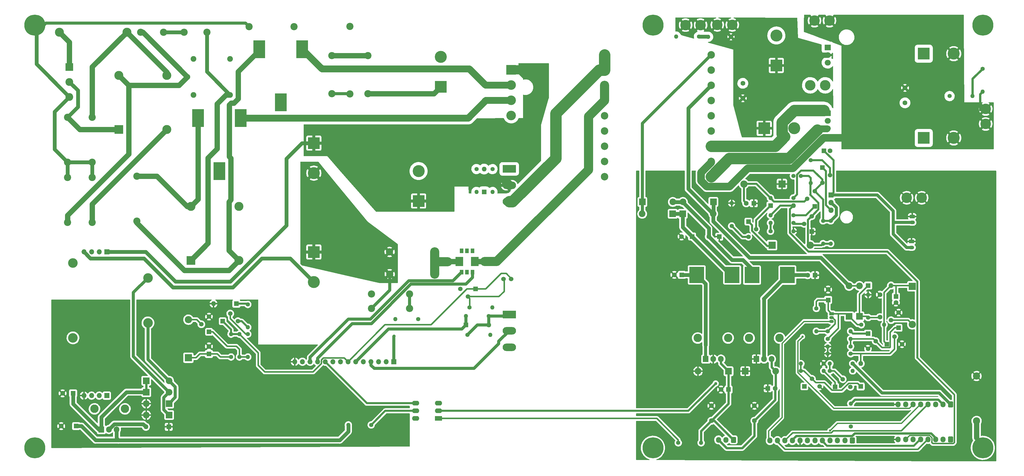
<source format=gbr>
%TF.GenerationSoftware,KiCad,Pcbnew,(5.99.0-9830-g9acf5e365a)*%
%TF.CreationDate,2021-04-14T10:40:31+02:00*%
%TF.ProjectId,Power Supply Board v2.0,506f7765-7220-4537-9570-706c7920426f,2.0*%
%TF.SameCoordinates,Original*%
%TF.FileFunction,Copper,L1,Top*%
%TF.FilePolarity,Positive*%
%FSLAX46Y46*%
G04 Gerber Fmt 4.6, Leading zero omitted, Abs format (unit mm)*
G04 Created by KiCad (PCBNEW (5.99.0-9830-g9acf5e365a)) date 2021-04-14 10:40:31*
%MOMM*%
%LPD*%
G01*
G04 APERTURE LIST*
G04 Aperture macros list*
%AMRoundRect*
0 Rectangle with rounded corners*
0 $1 Rounding radius*
0 $2 $3 $4 $5 $6 $7 $8 $9 X,Y pos of 4 corners*
0 Add a 4 corners polygon primitive as box body*
4,1,4,$2,$3,$4,$5,$6,$7,$8,$9,$2,$3,0*
0 Add four circle primitives for the rounded corners*
1,1,$1+$1,$2,$3*
1,1,$1+$1,$4,$5*
1,1,$1+$1,$6,$7*
1,1,$1+$1,$8,$9*
0 Add four rect primitives between the rounded corners*
20,1,$1+$1,$2,$3,$4,$5,0*
20,1,$1+$1,$4,$5,$6,$7,0*
20,1,$1+$1,$6,$7,$8,$9,0*
20,1,$1+$1,$8,$9,$2,$3,0*%
G04 Aperture macros list end*
%TA.AperFunction,ComponentPad*%
%ADD10C,2.400000*%
%TD*%
%TA.AperFunction,ComponentPad*%
%ADD11R,1.600000X1.600000*%
%TD*%
%TA.AperFunction,ComponentPad*%
%ADD12C,1.600000*%
%TD*%
%TA.AperFunction,ComponentPad*%
%ADD13R,4.000000X4.000000*%
%TD*%
%TA.AperFunction,ComponentPad*%
%ADD14C,4.000000*%
%TD*%
%TA.AperFunction,ComponentPad*%
%ADD15C,1.400000*%
%TD*%
%TA.AperFunction,ComponentPad*%
%ADD16R,2.400000X2.400000*%
%TD*%
%TA.AperFunction,ComponentPad*%
%ADD17O,2.400000X2.400000*%
%TD*%
%TA.AperFunction,ComponentPad*%
%ADD18R,2.200000X2.200000*%
%TD*%
%TA.AperFunction,ComponentPad*%
%ADD19O,2.200000X2.200000*%
%TD*%
%TA.AperFunction,ComponentPad*%
%ADD20O,1.600000X1.600000*%
%TD*%
%TA.AperFunction,ComponentPad*%
%ADD21R,3.200000X3.200000*%
%TD*%
%TA.AperFunction,ComponentPad*%
%ADD22C,3.200000*%
%TD*%
%TA.AperFunction,ComponentPad*%
%ADD23R,2.000000X1.905000*%
%TD*%
%TA.AperFunction,ComponentPad*%
%ADD24O,2.000000X1.905000*%
%TD*%
%TA.AperFunction,ComponentPad*%
%ADD25C,3.000000*%
%TD*%
%TA.AperFunction,ComponentPad*%
%ADD26R,3.000000X3.000000*%
%TD*%
%TA.AperFunction,ComponentPad*%
%ADD27C,2.794000*%
%TD*%
%TA.AperFunction,ComponentPad*%
%ADD28R,2.600000X2.600000*%
%TD*%
%TA.AperFunction,ComponentPad*%
%ADD29C,2.600000*%
%TD*%
%TA.AperFunction,ComponentPad*%
%ADD30R,1.700000X1.700000*%
%TD*%
%TA.AperFunction,ComponentPad*%
%ADD31O,1.700000X1.700000*%
%TD*%
%TA.AperFunction,ComponentPad*%
%ADD32RoundRect,0.250000X-0.625000X0.350000X-0.625000X-0.350000X0.625000X-0.350000X0.625000X0.350000X0*%
%TD*%
%TA.AperFunction,ComponentPad*%
%ADD33O,1.750000X1.200000*%
%TD*%
%TA.AperFunction,ComponentPad*%
%ADD34C,3.500000*%
%TD*%
%TA.AperFunction,ComponentPad*%
%ADD35RoundRect,0.250000X0.600000X0.725000X-0.600000X0.725000X-0.600000X-0.725000X0.600000X-0.725000X0*%
%TD*%
%TA.AperFunction,ComponentPad*%
%ADD36O,1.700000X1.950000*%
%TD*%
%TA.AperFunction,ComponentPad*%
%ADD37C,1.900000*%
%TD*%
%TA.AperFunction,SMDPad,CuDef*%
%ADD38R,4.000000X6.000000*%
%TD*%
%TA.AperFunction,SMDPad,CuDef*%
%ADD39R,4.900000X5.400000*%
%TD*%
%TA.AperFunction,ComponentPad*%
%ADD40R,1.500000X1.500000*%
%TD*%
%TA.AperFunction,ComponentPad*%
%ADD41C,1.500000*%
%TD*%
%TA.AperFunction,ComponentPad*%
%ADD42R,4.500000X2.500000*%
%TD*%
%TA.AperFunction,ComponentPad*%
%ADD43O,4.500000X2.500000*%
%TD*%
%TA.AperFunction,ComponentPad*%
%ADD44R,1.800000X1.800000*%
%TD*%
%TA.AperFunction,ComponentPad*%
%ADD45O,1.800000X1.800000*%
%TD*%
%TA.AperFunction,ComponentPad*%
%ADD46R,1.500000X1.050000*%
%TD*%
%TA.AperFunction,ComponentPad*%
%ADD47O,1.500000X1.050000*%
%TD*%
%TA.AperFunction,ComponentPad*%
%ADD48O,1.400000X1.400000*%
%TD*%
%TA.AperFunction,ComponentPad*%
%ADD49C,2.499360*%
%TD*%
%TA.AperFunction,ComponentPad*%
%ADD50R,1.905000X2.000000*%
%TD*%
%TA.AperFunction,ComponentPad*%
%ADD51O,1.905000X2.000000*%
%TD*%
%TA.AperFunction,ComponentPad*%
%ADD52R,2.400000X1.600000*%
%TD*%
%TA.AperFunction,ComponentPad*%
%ADD53O,2.400000X1.600000*%
%TD*%
%TA.AperFunction,ComponentPad*%
%ADD54C,0.800000*%
%TD*%
%TA.AperFunction,ComponentPad*%
%ADD55C,7.000000*%
%TD*%
%TA.AperFunction,ComponentPad*%
%ADD56C,1.524000*%
%TD*%
%TA.AperFunction,SMDPad,CuDef*%
%ADD57R,1.270000X1.520000*%
%TD*%
%TA.AperFunction,SMDPad,CuDef*%
%ADD58R,2.540000X3.050000*%
%TD*%
%TA.AperFunction,ViaPad*%
%ADD59C,0.762000*%
%TD*%
%TA.AperFunction,ViaPad*%
%ADD60C,1.016000*%
%TD*%
%TA.AperFunction,Conductor*%
%ADD61C,1.016000*%
%TD*%
%TA.AperFunction,Conductor*%
%ADD62C,1.270000*%
%TD*%
%TA.AperFunction,Conductor*%
%ADD63C,1.778000*%
%TD*%
%TA.AperFunction,Conductor*%
%ADD64C,0.508000*%
%TD*%
%TA.AperFunction,Conductor*%
%ADD65C,0.762000*%
%TD*%
%TA.AperFunction,Conductor*%
%ADD66C,0.635000*%
%TD*%
%TA.AperFunction,Conductor*%
%ADD67C,3.048000*%
%TD*%
%TA.AperFunction,Conductor*%
%ADD68C,2.540000*%
%TD*%
%TA.AperFunction,Conductor*%
%ADD69C,2.286000*%
%TD*%
%TA.AperFunction,Conductor*%
%ADD70C,0.381000*%
%TD*%
%TA.AperFunction,Conductor*%
%ADD71C,3.810000*%
%TD*%
G04 APERTURE END LIST*
D10*
%TO.P,C1,1*%
%TO.N,/N*%
X46761000Y-114748000D03*
%TO.P,C1,2*%
%TO.N,Earth_Protective*%
X46761000Y-129748000D03*
%TD*%
D11*
%TO.P,C2,1*%
%TO.N,Net-(C2-Pad1)*%
X93954200Y-193691200D03*
D12*
%TO.P,C2,2*%
%TO.N,GNDA*%
X93954200Y-191191200D03*
%TD*%
D10*
%TO.P,C3,1*%
%TO.N,Net-(C3-Pad1)*%
X55016000Y-114748000D03*
%TO.P,C3,2*%
%TO.N,Earth_Protective*%
X55016000Y-129748000D03*
%TD*%
%TO.P,C4,1*%
%TO.N,Net-(C4-Pad1)*%
X46761000Y-149800000D03*
%TO.P,C4,2*%
%TO.N,Earth_Protective*%
X46761000Y-134800000D03*
%TD*%
%TO.P,C6,1*%
%TO.N,Net-(C6-Pad1)*%
X55016000Y-149800000D03*
%TO.P,C6,2*%
%TO.N,Earth_Protective*%
X55016000Y-134800000D03*
%TD*%
D11*
%TO.P,C7,1*%
%TO.N,Net-(C7-Pad1)*%
X48666000Y-206823000D03*
D12*
%TO.P,C7,2*%
%TO.N,GNDA*%
X45166000Y-206823000D03*
%TD*%
D10*
%TO.P,C8,1*%
%TO.N,Net-(C8-Pad1)*%
X69875000Y-149419000D03*
%TO.P,C8,2*%
%TO.N,Net-(C8-Pad2)*%
X69875000Y-134419000D03*
%TD*%
%TO.P,C9,1*%
%TO.N,GND*%
X349909000Y-201056000D03*
%TO.P,C9,2*%
%TO.N,Net-(C9-Pad2)*%
X349909000Y-216056000D03*
%TD*%
D11*
%TO.P,C10,1*%
%TO.N,+16V*%
X49682000Y-217745000D03*
D12*
%TO.P,C10,2*%
%TO.N,GNDA*%
X44682000Y-217745000D03*
%TD*%
D10*
%TO.P,C11,1*%
%TO.N,GNDA*%
X140944200Y-84471200D03*
%TO.P,C11,2*%
%TO.N,VB*%
X140944200Y-106971200D03*
%TD*%
D11*
%TO.P,C12,1*%
%TO.N,GND*%
X275615000Y-143450000D03*
D12*
%TO.P,C12,2*%
%TO.N,Net-(C12-Pad2)*%
X273115000Y-143450000D03*
%TD*%
D13*
%TO.P,C13,1*%
%TO.N,VB*%
X163855000Y-142688000D03*
D14*
%TO.P,C13,2*%
%TO.N,Net-(C13-Pad2)*%
X163855000Y-132688000D03*
%TD*%
D13*
%TO.P,C14,1*%
%TO.N,Net-(C13-Pad2)*%
X171221000Y-104588000D03*
D14*
%TO.P,C14,2*%
%TO.N,GNDA*%
X171221000Y-94588000D03*
%TD*%
D13*
%TO.P,C15,1*%
%TO.N,VB*%
X128930000Y-123384000D03*
D14*
%TO.P,C15,2*%
%TO.N,Net-(C13-Pad2)*%
X128930000Y-133384000D03*
%TD*%
D13*
%TO.P,C16,1*%
%TO.N,Net-(C13-Pad2)*%
X128930000Y-159706000D03*
D14*
%TO.P,C16,2*%
%TO.N,GNDA*%
X128930000Y-169706000D03*
%TD*%
D10*
%TO.P,C17,1*%
%TO.N,Net-(C17-Pad1)*%
X169221400Y-167072000D03*
%TO.P,C17,2*%
%TO.N,Net-(C13-Pad2)*%
X154221400Y-167072000D03*
%TD*%
%TO.P,C18,1*%
%TO.N,Net-(C13-Pad2)*%
X154196000Y-159680600D03*
%TO.P,C18,2*%
%TO.N,Net-(C17-Pad1)*%
X169196000Y-159680600D03*
%TD*%
D15*
%TO.P,C19,1*%
%TO.N,Net-(C19-Pad1)*%
X288843000Y-134306000D03*
%TO.P,C19,2*%
%TO.N,Net-(C19-Pad2)*%
X291343000Y-134306000D03*
%TD*%
D11*
%TO.P,C20,1*%
%TO.N,Net-(C20-Pad1)*%
X299043888Y-125924000D03*
D12*
%TO.P,C20,2*%
%TO.N,GND*%
X301043888Y-125924000D03*
%TD*%
D11*
%TO.P,C21,1*%
%TO.N,Net-(C21-Pad1)*%
X300424730Y-175708000D03*
D12*
%TO.P,C21,2*%
%TO.N,GND*%
X300424730Y-172208000D03*
%TD*%
%TO.P,C22,1*%
%TO.N,Net-(C22-Pad1)*%
X317696730Y-181423000D03*
%TO.P,C22,2*%
%TO.N,GND*%
X317696730Y-173923000D03*
%TD*%
D11*
%TO.P,C23,1*%
%TO.N,Net-(C23-Pad1)*%
X323030730Y-174565000D03*
D12*
%TO.P,C23,2*%
%TO.N,GND*%
X323030730Y-176565000D03*
%TD*%
D13*
%TO.P,C24,1*%
%TO.N,Net-(C24-Pad1)*%
X279109830Y-118431000D03*
D14*
%TO.P,C24,2*%
%TO.N,GND*%
X289109830Y-118431000D03*
%TD*%
D13*
%TO.P,C25,1*%
%TO.N,GND*%
X332303630Y-121656800D03*
D14*
%TO.P,C25,2*%
%TO.N,Net-(C25-Pad2)*%
X342303630Y-121656800D03*
%TD*%
D11*
%TO.P,C26,1*%
%TO.N,Net-(C26-Pad1)*%
X255041000Y-154524400D03*
D12*
%TO.P,C26,2*%
%TO.N,GND*%
X251541000Y-154524400D03*
%TD*%
D11*
%TO.P,C27,1*%
%TO.N,GND*%
X264131800Y-154575200D03*
D12*
%TO.P,C27,2*%
%TO.N,Net-(C27-Pad2)*%
X260631800Y-154575200D03*
%TD*%
D13*
%TO.P,C28,1*%
%TO.N,Net-(C24-Pad1)*%
X283156400Y-97483971D03*
D14*
%TO.P,C28,2*%
%TO.N,GND*%
X283156400Y-87483971D03*
%TD*%
D13*
%TO.P,C29,1*%
%TO.N,GND*%
X332303630Y-93556000D03*
D14*
%TO.P,C29,2*%
%TO.N,Net-(C25-Pad2)*%
X342303630Y-93556000D03*
%TD*%
D11*
%TO.P,C30,1*%
%TO.N,+24V*%
X251637400Y-167326000D03*
D12*
%TO.P,C30,2*%
%TO.N,GND*%
X249137400Y-167326000D03*
%TD*%
D11*
%TO.P,C31,1*%
%TO.N,GND*%
X296073313Y-167427600D03*
D12*
%TO.P,C31,2*%
%TO.N,-24V*%
X293573313Y-167427600D03*
%TD*%
%TO.P,C32,1*%
%TO.N,Net-(C24-Pad1)*%
X271980400Y-108434200D03*
%TO.P,C32,2*%
%TO.N,GND*%
X271980400Y-103434200D03*
%TD*%
%TO.P,C33,1*%
%TO.N,GND*%
X326057000Y-109958200D03*
%TO.P,C33,2*%
%TO.N,Net-(C25-Pad2)*%
X326057000Y-104958200D03*
%TD*%
D11*
%TO.P,C34,1*%
%TO.N,+15V*%
X267214230Y-205553000D03*
D12*
%TO.P,C34,2*%
%TO.N,GND*%
X264714230Y-205553000D03*
%TD*%
D11*
%TO.P,C35,1*%
%TO.N,GND*%
X280295230Y-205172000D03*
D12*
%TO.P,C35,2*%
%TO.N,-15V*%
X282795230Y-205172000D03*
%TD*%
%TO.P,C36,1*%
%TO.N,-15V*%
X275850230Y-215967000D03*
%TO.P,C36,2*%
%TO.N,GND*%
X275850230Y-210967000D03*
%TD*%
%TO.P,C37,1*%
%TO.N,+15V*%
X261499230Y-215967000D03*
%TO.P,C37,2*%
%TO.N,GND*%
X261499230Y-210967000D03*
%TD*%
D16*
%TO.P,D1,1,K*%
%TO.N,Net-(C2-Pad1)*%
X87096200Y-194961200D03*
D17*
%TO.P,D1,2,A*%
%TO.N,Net-(D1-Pad2)*%
X87096200Y-182261200D03*
%TD*%
D18*
%TO.P,D2,1,K*%
%TO.N,Net-(C7-Pad1)*%
X73050000Y-202632000D03*
D19*
%TO.P,D2,2,A*%
%TO.N,Net-(D2-Pad2)*%
X80670000Y-202632000D03*
%TD*%
D18*
%TO.P,D3,1,K*%
%TO.N,Net-(C7-Pad1)*%
X73050000Y-206442000D03*
D19*
%TO.P,D3,2,A*%
%TO.N,Net-(D3-Pad2)*%
X80670000Y-206442000D03*
%TD*%
D18*
%TO.P,D4,1,K*%
%TO.N,Net-(D2-Pad2)*%
X80670000Y-210252000D03*
D19*
%TO.P,D4,2,A*%
%TO.N,GNDA*%
X73050000Y-210252000D03*
%TD*%
D18*
%TO.P,D5,1,K*%
%TO.N,Net-(D3-Pad2)*%
X80670000Y-214062000D03*
D19*
%TO.P,D5,2,A*%
%TO.N,GNDA*%
X73050000Y-214062000D03*
%TD*%
D11*
%TO.P,D6,1,K*%
%TO.N,Net-(D6-Pad1)*%
X103098200Y-176927200D03*
D20*
%TO.P,D6,2,A*%
%TO.N,GNDA*%
X95478200Y-176927200D03*
%TD*%
D11*
%TO.P,D7,1,K*%
%TO.N,GNDA*%
X80543000Y-217999000D03*
D20*
%TO.P,D7,2,A*%
%TO.N,Net-(D7-Pad2)*%
X72923000Y-217999000D03*
%TD*%
D21*
%TO.P,D8,1,+*%
%TO.N,VB*%
X194741400Y-98949200D03*
D22*
%TO.P,D8,2,~~*%
%TO.N,Net-(D8-Pad2)*%
X194741400Y-104029200D03*
%TO.P,D8,3,~~*%
%TO.N,Net-(D8-Pad3)*%
X194741400Y-109109200D03*
%TO.P,D8,4,-*%
%TO.N,GNDA*%
X194741400Y-114189200D03*
%TD*%
D16*
%TO.P,D9,1,K*%
%TO.N,GND*%
X285013000Y-136998400D03*
D17*
%TO.P,D9,2,A*%
%TO.N,Net-(C12-Pad2)*%
X272313000Y-136998400D03*
%TD*%
D11*
%TO.P,D10,1,K*%
%TO.N,Net-(D10-Pad1)*%
X281203000Y-144212000D03*
D20*
%TO.P,D10,2,A*%
%TO.N,/PR2*%
X288823000Y-144212000D03*
%TD*%
D16*
%TO.P,D11,1,K*%
%TO.N,Net-(D11-Pad1)*%
X281711000Y-157420000D03*
D17*
%TO.P,D11,2,A*%
%TO.N,Net-(C19-Pad2)*%
X294411000Y-157420000D03*
%TD*%
D11*
%TO.P,D12,1,K*%
%TO.N,HO*%
X185699000Y-139640000D03*
D20*
%TO.P,D12,2,A*%
%TO.N,Net-(D12-Pad2)*%
X185699000Y-132020000D03*
%TD*%
D11*
%TO.P,D13,1,K*%
%TO.N,LO*%
X179676800Y-183988400D03*
D20*
%TO.P,D13,2,A*%
%TO.N,Net-(D13-Pad2)*%
X187296800Y-183988400D03*
%TD*%
D18*
%TO.P,D14,1,K*%
%TO.N,Net-(C21-Pad1)*%
X307409730Y-181169000D03*
D19*
%TO.P,D14,2,A*%
%TO.N,Net-(D14-Pad2)*%
X307409730Y-171009000D03*
%TD*%
D18*
%TO.P,D15,1,K*%
%TO.N,Net-(C22-Pad1)*%
X310838730Y-181169000D03*
D19*
%TO.P,D15,2,A*%
%TO.N,Net-(D14-Pad2)*%
X310838730Y-171009000D03*
%TD*%
D23*
%TO.P,D16,1,A1*%
%TO.N,Net-(D16-Pad1)*%
X300276000Y-91456200D03*
D24*
%TO.P,D16,2,common*%
%TO.N,Net-(C24-Pad1)*%
X300276000Y-93996200D03*
%TO.P,D16,3,A2*%
%TO.N,Net-(D16-Pad3)*%
X300276000Y-96536200D03*
%TD*%
D23*
%TO.P,D17,1,A1*%
%TO.N,Net-(T3-Pad12)*%
X300326800Y-113427200D03*
D24*
%TO.P,D17,2,common*%
%TO.N,GND*%
X300326800Y-115967200D03*
%TO.P,D17,3,A2*%
%TO.N,Net-(T3-Pad10)*%
X300326800Y-118507200D03*
%TD*%
D18*
%TO.P,D18,1,K*%
%TO.N,Net-(C26-Pad1)*%
X248587000Y-146955200D03*
D19*
%TO.P,D18,2,A*%
%TO.N,Net-(D18-Pad2)*%
X238427000Y-146955200D03*
%TD*%
D18*
%TO.P,D19,1,K*%
%TO.N,Net-(C26-Pad1)*%
X251939800Y-146955200D03*
D19*
%TO.P,D19,2,A*%
%TO.N,Net-(D14-Pad2)*%
X262099800Y-146955200D03*
%TD*%
D18*
%TO.P,D20,1,K*%
%TO.N,Net-(D18-Pad2)*%
X238477800Y-142992800D03*
D19*
%TO.P,D20,2,A*%
%TO.N,Net-(C27-Pad2)*%
X248637800Y-142992800D03*
%TD*%
D18*
%TO.P,D21,1,K*%
%TO.N,Net-(D14-Pad2)*%
X262150600Y-142992800D03*
D19*
%TO.P,D21,2,A*%
%TO.N,Net-(C27-Pad2)*%
X251990600Y-142992800D03*
%TD*%
D11*
%TO.P,D22,1,K*%
%TO.N,Net-(C22-Pad1)*%
X313759730Y-170882000D03*
D20*
%TO.P,D22,2,A*%
%TO.N,Net-(C23-Pad1)*%
X321379730Y-170882000D03*
%TD*%
D16*
%TO.P,D23,1,K*%
%TO.N,Net-(C23-Pad1)*%
X328491730Y-171136000D03*
D17*
%TO.P,D23,2,A*%
%TO.N,Net-(D23-Pad2)*%
X328491730Y-183836000D03*
%TD*%
D11*
%TO.P,D24,1,K*%
%TO.N,FAULT*%
X311283230Y-204537000D03*
D20*
%TO.P,D24,2,A*%
%TO.N,TEMP*%
X311283230Y-196917000D03*
%TD*%
D18*
%TO.P,D25,1,K*%
%TO.N,+15V*%
X267214230Y-199457000D03*
D19*
%TO.P,D25,2,A*%
%TO.N,GND*%
X257054230Y-199457000D03*
%TD*%
D18*
%TO.P,D26,1,K*%
%TO.N,GND*%
X272802230Y-199457000D03*
D19*
%TO.P,D26,2,A*%
%TO.N,-15V*%
X282962230Y-199457000D03*
%TD*%
D25*
%TO.P,F1,1*%
%TO.N,Net-(C3-Pad1)*%
X66573000Y-86363500D03*
%TO.P,F1,2*%
%TO.N,/L*%
X44073000Y-86363500D03*
%TD*%
D26*
%TO.P,FL1,1,1*%
%TO.N,/N*%
X63906000Y-118812000D03*
D25*
%TO.P,FL1,2,2*%
%TO.N,Net-(C6-Pad1)*%
X79906000Y-118812000D03*
%TO.P,FL1,3,3*%
%TO.N,Net-(C3-Pad1)*%
X79906000Y-100812000D03*
%TO.P,FL1,4,4*%
%TO.N,Net-(C4-Pad1)*%
X63906000Y-100812000D03*
%TD*%
D26*
%TO.P,FL2,1,1*%
%TO.N,Net-(FL2-Pad1)*%
X87909000Y-162500000D03*
D25*
%TO.P,FL2,2,2*%
%TO.N,Net-(C8-Pad1)*%
X103909000Y-162500000D03*
%TO.P,FL2,3,3*%
%TO.N,Net-(C6-Pad1)*%
X103909000Y-144500000D03*
%TO.P,FL2,4,4*%
%TO.N,Net-(C8-Pad2)*%
X87909000Y-144500000D03*
%TD*%
D27*
%TO.P,HS3,1*%
%TO.N,N/C*%
X256927230Y-188382600D03*
%TO.P,HS3,2*%
X267087230Y-188382600D03*
%TD*%
%TO.P,HS5,1*%
%TO.N,N/C*%
X55778000Y-212004600D03*
%TO.P,HS5,2*%
X65938000Y-212004600D03*
%TD*%
D28*
%TO.P,J1,1,Pin_1*%
%TO.N,/L*%
X47396000Y-97984000D03*
D29*
%TO.P,J1,2,Pin_2*%
%TO.N,/N*%
X47396000Y-102984000D03*
%TO.P,J1,3,Pin_3*%
%TO.N,Earth_Protective*%
X47396000Y-107984000D03*
%TD*%
D30*
%TO.P,J2,1,Pin_1*%
%TO.N,VB*%
X155600000Y-196282000D03*
D31*
%TO.P,J2,2,Pin_2*%
%TO.N,unconnected-(J2-Pad2)*%
X153060000Y-196282000D03*
%TO.P,J2,3,Pin_3*%
%TO.N,HO*%
X150520000Y-196282000D03*
%TO.P,J2,4,Pin_4*%
%TO.N,VS*%
X147980000Y-196282000D03*
%TO.P,J2,5,Pin_5*%
%TO.N,unconnected-(J2-Pad5)*%
X145440000Y-196282000D03*
%TO.P,J2,6,Pin_6*%
%TO.N,LO*%
X142900000Y-196282000D03*
%TO.P,J2,7,Pin_7*%
%TO.N,+16V*%
X140360000Y-196282000D03*
%TO.P,J2,8,Pin_8*%
%TO.N,FBK+*%
X137820000Y-196282000D03*
%TO.P,J2,9,Pin_9*%
%TO.N,FBK-*%
X135280000Y-196282000D03*
%TO.P,J2,10,Pin_10*%
%TO.N,Shutdown*%
X132740000Y-196282000D03*
%TO.P,J2,11,Pin_11*%
%TO.N,CS+*%
X130200000Y-196282000D03*
%TO.P,J2,12,Pin_12*%
%TO.N,CS-*%
X127660000Y-196282000D03*
%TO.P,J2,13,Pin_13*%
%TO.N,~Shutdown*%
X125120000Y-196282000D03*
%TO.P,J2,14,Pin_14*%
%TO.N,GNDA*%
X122580000Y-196282000D03*
%TD*%
D32*
%TO.P,J3,1,Pin_1*%
%TO.N,GND*%
X328243800Y-156200800D03*
D33*
%TO.P,J3,2,Pin_2*%
%TO.N,Net-(C20-Pad1)*%
X328243800Y-158200800D03*
%TD*%
D32*
%TO.P,J4,1,Pin_1*%
%TO.N,GND*%
X328455800Y-147834800D03*
D33*
%TO.P,J4,2,Pin_2*%
%TO.N,Net-(C20-Pad1)*%
X328455800Y-149834800D03*
%TD*%
D34*
%TO.P,J5,1,Pin_1*%
%TO.N,Net-(C24-Pad1)*%
X252895800Y-84013200D03*
X257895800Y-84013200D03*
%TD*%
%TO.P,J6,1,Pin_1*%
%TO.N,GND*%
X326618200Y-141621200D03*
X331618200Y-141621200D03*
%TD*%
%TO.P,J7,1,Pin_1*%
%TO.N,Net-(C25-Pad2)*%
X295874200Y-82541600D03*
X300874200Y-82541600D03*
%TD*%
%TO.P,J8,1,Pin_1*%
%TO.N,Net-(C24-Pad1)*%
X268463800Y-83964000D03*
X263463800Y-83964000D03*
%TD*%
%TO.P,J9,1,Pin_1*%
%TO.N,GND*%
X299459000Y-104106000D03*
X294459000Y-104106000D03*
%TD*%
%TO.P,J10,1,Pin_1*%
%TO.N,Net-(C25-Pad2)*%
X352959000Y-112006000D03*
X352959000Y-117006000D03*
%TD*%
D35*
%TO.P,J11,1,Pin_1*%
%TO.N,Net-(J11-Pad1)*%
X341255230Y-210506000D03*
D36*
%TO.P,J11,2,Pin_2*%
%TO.N,+15V*%
X338755230Y-210506000D03*
%TO.P,J11,3,Pin_3*%
%TO.N,-15V*%
X336255230Y-210506000D03*
%TO.P,J11,4,Pin_4*%
%TO.N,SIG_A*%
X333755230Y-210506000D03*
%TO.P,J11,5,Pin_5*%
%TO.N,CLIP_A*%
X331255230Y-210506000D03*
%TO.P,J11,6,Pin_6*%
%TO.N,/PR1*%
X328755230Y-210506000D03*
%TO.P,J11,7,Pin_7*%
%TO.N,Net-(J11-Pad7)*%
X326255230Y-210506000D03*
%TO.P,J11,8,Pin_8*%
%TO.N,GND*%
X323755230Y-210506000D03*
%TD*%
D35*
%TO.P,J12,1,Pin_1*%
%TO.N,Net-(J11-Pad1)*%
X341255230Y-222190000D03*
D36*
%TO.P,J12,2,Pin_2*%
%TO.N,+15V*%
X338755230Y-222190000D03*
%TO.P,J12,3,Pin_3*%
%TO.N,-15V*%
X336255230Y-222190000D03*
%TO.P,J12,4,Pin_4*%
%TO.N,SIG_B*%
X333755230Y-222190000D03*
%TO.P,J12,5,Pin_5*%
%TO.N,CLIP_B*%
X331255230Y-222190000D03*
%TO.P,J12,6,Pin_6*%
%TO.N,Net-(J11-Pad7)*%
X328755230Y-222190000D03*
%TO.P,J12,7,Pin_7*%
%TO.N,/PR2*%
X326255230Y-222190000D03*
%TO.P,J12,8,Pin_8*%
%TO.N,GND*%
X323755230Y-222190000D03*
%TD*%
D35*
%TO.P,J13,1,Pin_1*%
%TO.N,PWR*%
X308523230Y-222578500D03*
D36*
%TO.P,J13,2,Pin_2*%
%TO.N,+24V*%
X306023230Y-222578500D03*
%TO.P,J13,3,Pin_3*%
%TO.N,FAULT*%
X303523230Y-222578500D03*
%TO.P,J13,4,Pin_4*%
%TO.N,CLIP_A*%
X301023230Y-222578500D03*
%TO.P,J13,5,Pin_5*%
%TO.N,CLIP_B*%
X298523230Y-222578500D03*
%TO.P,J13,6,Pin_6*%
%TO.N,TEMP*%
X296023230Y-222578500D03*
%TO.P,J13,7,Pin_7*%
%TO.N,+15V*%
X293523230Y-222578500D03*
%TO.P,J13,8,Pin_8*%
%TO.N,GND*%
X291023230Y-222578500D03*
%TO.P,J13,9,Pin_9*%
%TO.N,-15V*%
X288523230Y-222578500D03*
%TO.P,J13,10,Pin_10*%
%TO.N,SIG_A*%
X286023230Y-222578500D03*
%TO.P,J13,11,Pin_11*%
%TO.N,SIG_B*%
X283523230Y-222578500D03*
%TO.P,J13,12,Pin_12*%
%TO.N,MUTE*%
X281023230Y-222578500D03*
%TD*%
D35*
%TO.P,J14,1,Pin_1*%
%TO.N,+15V*%
X268856200Y-222342400D03*
D36*
%TO.P,J14,2,Pin_2*%
%TO.N,GND*%
X266356200Y-222342400D03*
%TO.P,J14,3,Pin_3*%
%TO.N,-15V*%
X263856200Y-222342400D03*
%TD*%
D37*
%TO.P,K1,11*%
%TO.N,Net-(C4-Pad1)*%
X86766000Y-101286000D03*
%TO.P,K1,12*%
%TO.N,unconnected-(K1-Pad12)*%
X100966000Y-95286000D03*
%TO.P,K1,14*%
%TO.N,Net-(FL2-Pad1)*%
X100966000Y-107286000D03*
%TO.P,K1,A1*%
%TO.N,GNDA*%
X88766000Y-107286000D03*
%TO.P,K1,A2*%
%TO.N,Net-(D6-Pad1)*%
X88766000Y-95286000D03*
%TD*%
D38*
%TO.P,L1,1,1*%
%TO.N,Net-(D8-Pad2)*%
X125031000Y-92055000D03*
%TO.P,L1,2,2*%
%TO.N,Net-(C8-Pad1)*%
X110731000Y-92055000D03*
%TO.P,L1,3*%
%TO.N,N/C*%
X117881000Y-109755000D03*
%TD*%
%TO.P,L2,1,1*%
%TO.N,Net-(D8-Pad3)*%
X104584000Y-115002000D03*
%TO.P,L2,2,2*%
%TO.N,Net-(C8-Pad2)*%
X90284000Y-115002000D03*
%TO.P,L2,3*%
%TO.N,N/C*%
X97434000Y-132702000D03*
%TD*%
D39*
%TO.P,L3,1,1*%
%TO.N,+24V*%
X256608600Y-167326000D03*
%TO.P,L3,2,2*%
%TO.N,Net-(C26-Pad1)*%
X268408600Y-167326000D03*
%TD*%
%TO.P,L4,1,1*%
%TO.N,-24V*%
X286849000Y-167376800D03*
%TO.P,L4,2,2*%
%TO.N,Net-(C27-Pad2)*%
X275049000Y-167376800D03*
%TD*%
D40*
%TO.P,Q1,1,C*%
%TO.N,Net-(Q1-Pad1)*%
X93954200Y-186325200D03*
D41*
%TO.P,Q1,2,B*%
%TO.N,Net-(D1-Pad2)*%
X91414200Y-183785200D03*
%TO.P,Q1,3,E*%
%TO.N,GNDA*%
X93954200Y-181245200D03*
%TD*%
D40*
%TO.P,Q2,1,E*%
%TO.N,+16V*%
X98526200Y-182769200D03*
D41*
%TO.P,Q2,2,B*%
%TO.N,Net-(Q2-Pad2)*%
X101066200Y-180229200D03*
%TO.P,Q2,3,C*%
%TO.N,Net-(Q2-Pad3)*%
X103606200Y-182769200D03*
%TD*%
D40*
%TO.P,Q3,1,E*%
%TO.N,Net-(Q3-Pad1)*%
X295943000Y-144466000D03*
D41*
%TO.P,Q3,2,B*%
%TO.N,Net-(C12-Pad2)*%
X293403000Y-141926000D03*
%TO.P,Q3,3,C*%
%TO.N,-24V*%
X295943000Y-139386000D03*
%TD*%
D40*
%TO.P,Q4,1,E*%
%TO.N,Net-(D11-Pad1)*%
X273837000Y-149546000D03*
D41*
%TO.P,Q4,2,B*%
%TO.N,Net-(D10-Pad1)*%
X276377000Y-152086000D03*
%TO.P,Q4,3,C*%
%TO.N,Net-(Q4-Pad3)*%
X273837000Y-154626000D03*
%TD*%
D40*
%TO.P,Q5,1,E*%
%TO.N,GND*%
X294927000Y-152848000D03*
D41*
%TO.P,Q5,2,B*%
%TO.N,Net-(C19-Pad1)*%
X292387000Y-150308000D03*
%TO.P,Q5,3,C*%
%TO.N,Net-(C19-Pad2)*%
X294927000Y-147768000D03*
%TD*%
D42*
%TO.P,Q6,1,G*%
%TO.N,Net-(D12-Pad2)*%
X194081000Y-131981900D03*
D43*
%TO.P,Q6,2,D*%
%TO.N,VB*%
X194081000Y-137431900D03*
%TO.P,Q6,3,S*%
%TO.N,VS*%
X194081000Y-142881900D03*
%TD*%
D42*
%TO.P,Q7,1,G*%
%TO.N,Net-(D13-Pad2)*%
X194081000Y-180534000D03*
D43*
%TO.P,Q7,2,D*%
%TO.N,VS*%
X194081000Y-185984000D03*
%TO.P,Q7,3,S*%
%TO.N,GNDA*%
X194081000Y-191434000D03*
%TD*%
D40*
%TO.P,Q8,1,E*%
%TO.N,Net-(Q8-Pad1)*%
X298475000Y-131512000D03*
D41*
%TO.P,Q8,2,B*%
%TO.N,Net-(Q8-Pad2)*%
X301015000Y-134052000D03*
%TO.P,Q8,3,C*%
%TO.N,-24V*%
X298475000Y-136592000D03*
%TD*%
D44*
%TO.P,Q9,1,E*%
%TO.N,Net-(C20-Pad1)*%
X301402000Y-140656000D03*
D45*
%TO.P,Q9,2,C*%
%TO.N,-24V*%
X301402000Y-143196000D03*
%TO.P,Q9,3,B*%
%TO.N,Net-(Q8-Pad1)*%
X301402000Y-145736000D03*
%TD*%
D40*
%TO.P,Q10,1,C*%
%TO.N,Net-(Q10-Pad1)*%
X292487230Y-204537000D03*
D41*
%TO.P,Q10,2,B*%
%TO.N,FAULT*%
X295027230Y-201997000D03*
%TO.P,Q10,3,E*%
%TO.N,GND*%
X297567230Y-204537000D03*
%TD*%
D40*
%TO.P,Q11,1,C*%
%TO.N,Net-(Q11-Pad1)*%
X302774230Y-204664000D03*
D41*
%TO.P,Q11,2,B*%
%TO.N,Net-(Q11-Pad2)*%
X305314230Y-202124000D03*
%TO.P,Q11,3,E*%
%TO.N,+15V*%
X307854230Y-204664000D03*
%TD*%
D40*
%TO.P,Q12,1,C*%
%TO.N,Net-(Q12-Pad1)*%
X323919730Y-184979000D03*
D41*
%TO.P,Q12,2,B*%
%TO.N,Net-(D23-Pad2)*%
X321379730Y-182439000D03*
%TO.P,Q12,3,E*%
%TO.N,GND*%
X323919730Y-179899000D03*
%TD*%
D46*
%TO.P,Q14,1,E*%
%TO.N,Net-(C21-Pad1)*%
X301567730Y-180280000D03*
D47*
%TO.P,Q14,2,B*%
%TO.N,Net-(Q14-Pad2)*%
X301567730Y-181550000D03*
%TO.P,Q14,3,C*%
%TO.N,MUTE*%
X301567730Y-182820000D03*
%TD*%
D40*
%TO.P,Q15,1,C*%
%TO.N,Net-(C23-Pad1)*%
X319982730Y-190440000D03*
D41*
%TO.P,Q15,2,B*%
%TO.N,TEMP*%
X322522730Y-187900000D03*
%TO.P,Q15,3,E*%
%TO.N,GND*%
X325062730Y-190440000D03*
%TD*%
D15*
%TO.P,R1,1*%
%TO.N,Net-(C2-Pad1)*%
X101320200Y-194707200D03*
D48*
%TO.P,R1,2*%
%TO.N,+16V*%
X101320200Y-187087200D03*
%TD*%
D15*
%TO.P,R2,1*%
%TO.N,Net-(Q1-Pad1)*%
X104114200Y-194707200D03*
D48*
%TO.P,R2,2*%
%TO.N,+16V*%
X104114200Y-187087200D03*
%TD*%
D10*
%TO.P,R3,1*%
%TO.N,Net-(R3-Pad1)*%
X78765000Y-86427000D03*
D17*
%TO.P,R3,2*%
%TO.N,Net-(C4-Pad1)*%
X71145000Y-86427000D03*
%TD*%
D15*
%TO.P,R4,1*%
%TO.N,Net-(Q2-Pad2)*%
X106908200Y-187087200D03*
D48*
%TO.P,R4,2*%
%TO.N,Net-(Q1-Pad1)*%
X106908200Y-194707200D03*
%TD*%
D10*
%TO.P,R5,1*%
%TO.N,Net-(FL2-Pad1)*%
X93243000Y-86363500D03*
D17*
%TO.P,R5,2*%
%TO.N,Net-(R3-Pad1)*%
X85623000Y-86363500D03*
%TD*%
D15*
%TO.P,R6,1*%
%TO.N,Net-(D6-Pad1)*%
X106908200Y-177181200D03*
D48*
%TO.P,R6,2*%
%TO.N,Net-(Q2-Pad3)*%
X106908200Y-184801200D03*
%TD*%
D10*
%TO.P,R7,1*%
%TO.N,VB*%
X134899000Y-106874000D03*
D17*
%TO.P,R7,2*%
%TO.N,Net-(R7-Pad2)*%
X134899000Y-94174000D03*
%TD*%
D10*
%TO.P,R8,1*%
%TO.N,Net-(R7-Pad2)*%
X146938600Y-94174000D03*
D17*
%TO.P,R8,2*%
%TO.N,Net-(C13-Pad2)*%
X146938600Y-106874000D03*
%TD*%
D10*
%TO.P,R9,1*%
%TO.N,Net-(C13-Pad2)*%
X148107000Y-178502000D03*
D17*
%TO.P,R9,2*%
%TO.N,Net-(R10-Pad1)*%
X160807000Y-178502000D03*
%TD*%
D10*
%TO.P,R10,1*%
%TO.N,Net-(R10-Pad1)*%
X160807000Y-173676000D03*
D17*
%TO.P,R10,2*%
%TO.N,GNDA*%
X148107000Y-173676000D03*
%TD*%
D15*
%TO.P,R11,1*%
%TO.N,-24V*%
X288823000Y-141672000D03*
D48*
%TO.P,R11,2*%
%TO.N,Net-(C12-Pad2)*%
X281203000Y-141672000D03*
%TD*%
D15*
%TO.P,R12,1*%
%TO.N,Net-(Q3-Pad1)*%
X288823000Y-147428000D03*
D48*
%TO.P,R12,2*%
%TO.N,/PR2*%
X281203000Y-147428000D03*
%TD*%
D15*
%TO.P,R13,1*%
%TO.N,/PR1*%
X281203000Y-152762000D03*
D48*
%TO.P,R13,2*%
%TO.N,GND*%
X288823000Y-152762000D03*
%TD*%
D15*
%TO.P,R14,1*%
%TO.N,Net-(C19-Pad1)*%
X288823000Y-149968000D03*
D48*
%TO.P,R14,2*%
%TO.N,/PR1*%
X281203000Y-149968000D03*
%TD*%
D15*
%TO.P,R15,1*%
%TO.N,Net-(Q4-Pad3)*%
X268246600Y-151019200D03*
D48*
%TO.P,R15,2*%
%TO.N,GND*%
X268246600Y-143399200D03*
%TD*%
D15*
%TO.P,R16,1*%
%TO.N,-24V*%
X298729000Y-149292000D03*
D48*
%TO.P,R16,2*%
%TO.N,Net-(C19-Pad2)*%
X298729000Y-156912000D03*
%TD*%
D15*
%TO.P,R17,1*%
%TO.N,Net-(D12-Pad2)*%
X183159000Y-132020000D03*
D48*
%TO.P,R17,2*%
%TO.N,HO*%
X183159000Y-139640000D03*
%TD*%
D15*
%TO.P,R18,1*%
%TO.N,Net-(D13-Pad2)*%
X187271400Y-181092800D03*
D48*
%TO.P,R18,2*%
%TO.N,LO*%
X179651400Y-181092800D03*
%TD*%
D15*
%TO.P,R19,1*%
%TO.N,-24V*%
X301269000Y-149292000D03*
D48*
%TO.P,R19,2*%
%TO.N,Net-(C19-Pad2)*%
X301269000Y-156912000D03*
%TD*%
D15*
%TO.P,R20,1*%
%TO.N,Net-(Q8-Pad2)*%
X294586400Y-129099000D03*
D48*
%TO.P,R20,2*%
%TO.N,Net-(C19-Pad2)*%
X294586400Y-136719000D03*
%TD*%
D15*
%TO.P,R21,1*%
%TO.N,Net-(D12-Pad2)*%
X188493000Y-132045400D03*
D48*
%TO.P,R21,2*%
%TO.N,VS*%
X188493000Y-139665400D03*
%TD*%
D15*
%TO.P,R22,1*%
%TO.N,Net-(D13-Pad2)*%
X180159400Y-187290400D03*
D48*
%TO.P,R22,2*%
%TO.N,GNDA*%
X187779400Y-187290400D03*
%TD*%
D15*
%TO.P,R23,1*%
%TO.N,Net-(R23-Pad1)*%
X148056200Y-217364000D03*
D48*
%TO.P,R23,2*%
%TO.N,+16V*%
X140436200Y-217364000D03*
%TD*%
D15*
%TO.P,R24,1*%
%TO.N,Net-(R24-Pad1)*%
X250450230Y-223333000D03*
D48*
%TO.P,R24,2*%
%TO.N,+15V*%
X258070230Y-223333000D03*
%TD*%
D15*
%TO.P,R25,1*%
%TO.N,Net-(C22-Pad1)*%
X313759730Y-181550000D03*
D48*
%TO.P,R25,2*%
%TO.N,GND*%
X313759730Y-173930000D03*
%TD*%
D15*
%TO.P,R26,1*%
%TO.N,Net-(C21-Pad1)*%
X311473730Y-183963000D03*
D48*
%TO.P,R26,2*%
%TO.N,Net-(C23-Pad1)*%
X319093730Y-183963000D03*
%TD*%
D15*
%TO.P,R27,1*%
%TO.N,FAULT*%
X291344230Y-199330000D03*
D48*
%TO.P,R27,2*%
%TO.N,Net-(Q11-Pad1)*%
X298964230Y-199330000D03*
%TD*%
D15*
%TO.P,R28,1*%
%TO.N,GND*%
X298964230Y-196917000D03*
D48*
%TO.P,R28,2*%
%TO.N,FAULT*%
X291344230Y-196917000D03*
%TD*%
D15*
%TO.P,R29,1*%
%TO.N,Net-(C21-Pad1)*%
X300297730Y-188662000D03*
D48*
%TO.P,R29,2*%
%TO.N,Net-(Q12-Pad1)*%
X307917730Y-188662000D03*
%TD*%
D15*
%TO.P,R30,1*%
%TO.N,Net-(C24-Pad1)*%
X268018000Y-87900200D03*
D48*
%TO.P,R30,2*%
%TO.N,Net-(R30-Pad2)*%
X260398000Y-87900200D03*
%TD*%
D15*
%TO.P,R31,1*%
%TO.N,Net-(R30-Pad2)*%
X257350000Y-87849400D03*
D48*
%TO.P,R31,2*%
%TO.N,GND*%
X249730000Y-87849400D03*
%TD*%
D15*
%TO.P,R32,1*%
%TO.N,GND*%
X340909000Y-107686800D03*
D48*
%TO.P,R32,2*%
%TO.N,Net-(R32-Pad2)*%
X348529000Y-107686800D03*
%TD*%
D15*
%TO.P,R33,1*%
%TO.N,Net-(R32-Pad2)*%
X351909000Y-98556000D03*
D48*
%TO.P,R33,2*%
%TO.N,Net-(C25-Pad2)*%
X351909000Y-106176000D03*
%TD*%
D15*
%TO.P,R34,1*%
%TO.N,Net-(Q12-Pad1)*%
X307917730Y-191202000D03*
D48*
%TO.P,R34,2*%
%TO.N,GND*%
X300297730Y-191202000D03*
%TD*%
D15*
%TO.P,R35,1*%
%TO.N,Net-(Q11-Pad2)*%
X300996230Y-199330000D03*
D48*
%TO.P,R35,2*%
%TO.N,+15V*%
X308616230Y-199330000D03*
%TD*%
D15*
%TO.P,R36,1*%
%TO.N,Net-(C21-Pad1)*%
X296487730Y-178502000D03*
D48*
%TO.P,R36,2*%
%TO.N,Net-(Q14-Pad2)*%
X296487730Y-186122000D03*
%TD*%
D15*
%TO.P,R37,1*%
%TO.N,Net-(Q14-Pad2)*%
X300297730Y-186122000D03*
D48*
%TO.P,R37,2*%
%TO.N,Net-(Q13-Pad1)*%
X307917730Y-186122000D03*
%TD*%
D15*
%TO.P,R38,1*%
%TO.N,PWR*%
X307981230Y-217872000D03*
D48*
%TO.P,R38,2*%
%TO.N,+15V*%
X307981230Y-210252000D03*
%TD*%
D15*
%TO.P,R39,1*%
%TO.N,Net-(J11-Pad1)*%
X308616230Y-196917000D03*
D48*
%TO.P,R39,2*%
%TO.N,Net-(Q11-Pad2)*%
X300996230Y-196917000D03*
%TD*%
D15*
%TO.P,R40,1*%
%TO.N,TEMP*%
X307917730Y-193615000D03*
D48*
%TO.P,R40,2*%
%TO.N,GND*%
X300297730Y-193615000D03*
%TD*%
D49*
%TO.P,T3,1,1*%
%TO.N,VS*%
X225831000Y-93920000D03*
%TO.P,T3,2,2*%
X225831000Y-99000000D03*
%TO.P,T3,3,3*%
%TO.N,Net-(L5-Pad7)*%
X225831000Y-104080000D03*
%TO.P,T3,4,4*%
X225831000Y-109160000D03*
%TO.P,T3,5*%
%TO.N,N/C*%
X225831000Y-114240000D03*
%TO.P,T3,6*%
X225831000Y-119320000D03*
%TO.P,T3,7,7*%
%TO.N,unconnected-(T3-Pad7)*%
X225831000Y-124400000D03*
%TO.P,T3,8,8*%
%TO.N,unconnected-(T3-Pad8)*%
X225831000Y-129480000D03*
%TO.P,T3,9,9*%
%TO.N,unconnected-(T3-Pad9)*%
X225831000Y-134560000D03*
%TO.P,T3,10,10*%
%TO.N,Net-(T3-Pad10)*%
X261391000Y-134560000D03*
%TO.P,T3,11,11*%
%TO.N,Net-(C25-Pad2)*%
X261391000Y-129480000D03*
%TO.P,T3,12,12*%
%TO.N,Net-(T3-Pad12)*%
X261391000Y-124400000D03*
%TO.P,T3,13,13*%
%TO.N,Net-(D16-Pad3)*%
X261391000Y-119320000D03*
%TO.P,T3,14,14*%
%TO.N,GND*%
X261391000Y-114240000D03*
%TO.P,T3,15,15*%
%TO.N,Net-(D16-Pad1)*%
X261391000Y-109160000D03*
%TO.P,T3,16,16*%
%TO.N,Net-(D14-Pad2)*%
X261391000Y-104080000D03*
%TO.P,T3,17,17*%
%TO.N,GND*%
X261391000Y-99000000D03*
%TO.P,T3,18,18*%
%TO.N,Net-(D18-Pad2)*%
X261391000Y-93920000D03*
%TD*%
D50*
%TO.P,U1,1,VI*%
%TO.N,Net-(C7-Pad1)*%
X58064000Y-218888000D03*
D51*
%TO.P,U1,2,GND*%
%TO.N,Net-(D7-Pad2)*%
X60604000Y-218888000D03*
%TO.P,U1,3,VO*%
%TO.N,+16V*%
X63144000Y-218888000D03*
%TD*%
D52*
%TO.P,U2,1*%
%TO.N,Net-(R24-Pad1)*%
X170524800Y-215215400D03*
D53*
%TO.P,U2,2*%
%TO.N,Net-(Q10-Pad1)*%
X170524800Y-212675400D03*
%TO.P,U2,3,NC*%
%TO.N,unconnected-(U2-Pad3)*%
X170524800Y-210135400D03*
%TO.P,U2,4*%
%TO.N,Shutdown*%
X162904800Y-210135400D03*
%TO.P,U2,5*%
%TO.N,Net-(R23-Pad1)*%
X162904800Y-212675400D03*
%TO.P,U2,6*%
%TO.N,unconnected-(U2-Pad6)*%
X162904800Y-215215400D03*
%TD*%
D50*
%TO.P,U3,1,VI*%
%TO.N,+24V*%
X259594230Y-195393000D03*
D51*
%TO.P,U3,2,GND*%
%TO.N,GND*%
X262134230Y-195393000D03*
%TO.P,U3,3,VO*%
%TO.N,+15V*%
X264674230Y-195393000D03*
%TD*%
D50*
%TO.P,U4,1,GND*%
%TO.N,GND*%
X276485230Y-195393000D03*
D51*
%TO.P,U4,2,VI*%
%TO.N,-24V*%
X279025230Y-195393000D03*
%TO.P,U4,3,VO*%
%TO.N,-15V*%
X281565230Y-195393000D03*
%TD*%
D22*
%TO.P,T1,1,AA*%
%TO.N,/L*%
X48612000Y-163335000D03*
%TO.P,T1,2,AB*%
%TO.N,/N*%
X48612000Y-188335000D03*
%TO.P,T1,3,SA*%
%TO.N,Net-(D3-Pad2)*%
X73612000Y-168335000D03*
%TO.P,T1,4,SB*%
%TO.N,Net-(D2-Pad2)*%
X73612000Y-183335000D03*
%TD*%
D54*
%TO.P,H1,1,1*%
%TO.N,Earth_Protective*%
X34052845Y-82143845D03*
D55*
X35909000Y-84000000D03*
D54*
X35909000Y-81375000D03*
X38534000Y-84000000D03*
X37765155Y-85856155D03*
X35909000Y-86625000D03*
X37765155Y-82143845D03*
X34052845Y-85856155D03*
X33284000Y-84000000D03*
%TD*%
%TO.P,H2,1*%
%TO.N,N/C*%
X35909000Y-222375000D03*
X37765155Y-223143845D03*
X35909000Y-227625000D03*
X37765155Y-226856155D03*
X34052845Y-223143845D03*
D55*
X35909000Y-225000000D03*
D54*
X33284000Y-225000000D03*
X34052845Y-226856155D03*
X38534000Y-225000000D03*
%TD*%
%TO.P,H3,1*%
%TO.N,N/C*%
X353856155Y-85856155D03*
X352000000Y-81375000D03*
X353856155Y-82143845D03*
X349375000Y-84000000D03*
X354625000Y-84000000D03*
X352000000Y-86625000D03*
X350143845Y-85856155D03*
D55*
X352000000Y-84000000D03*
D54*
X350143845Y-82143845D03*
%TD*%
%TO.P,H4,1*%
%TO.N,N/C*%
X242000000Y-222375000D03*
D55*
X242000000Y-225000000D03*
D54*
X243856155Y-223143845D03*
X242000000Y-227625000D03*
X240143845Y-223143845D03*
X240143845Y-226856155D03*
X239375000Y-225000000D03*
X244625000Y-225000000D03*
X243856155Y-226856155D03*
%TD*%
D10*
%TO.P,C5,1*%
%TO.N,GNDA*%
X122326000Y-84522000D03*
%TO.P,C5,2*%
%TO.N,Earth_Protective*%
X107326000Y-84522000D03*
%TD*%
D54*
%TO.P,H5,1,1*%
%TO.N,Net-(C9-Pad2)*%
X350143845Y-223143845D03*
X352000000Y-227625000D03*
X354625000Y-225000000D03*
X353856155Y-226856155D03*
X353856155Y-223143845D03*
X349375000Y-225000000D03*
X352000000Y-222375000D03*
X350143845Y-226856155D03*
D55*
X352000000Y-225000000D03*
%TD*%
D27*
%TO.P,HS7,1*%
%TO.N,N/C*%
X274072230Y-188382600D03*
%TO.P,HS7,2*%
X284232230Y-188382600D03*
%TD*%
D15*
%TO.P,R41,1*%
%TO.N,Net-(Q16-Pad3)*%
X163751000Y-182108800D03*
D48*
%TO.P,R41,2*%
%TO.N,Shutdown*%
X156131000Y-182108800D03*
%TD*%
D56*
%TO.P,TH1,1*%
%TO.N,+16V*%
X194713600Y-168672200D03*
%TO.P,TH1,2*%
%TO.N,Net-(Q16-Pad2)*%
X192213600Y-168672200D03*
%TD*%
D15*
%TO.P,R42,1*%
%TO.N,Net-(Q16-Pad2)*%
X180819800Y-178197200D03*
D48*
%TO.P,R42,2*%
%TO.N,GNDA*%
X188439800Y-178197200D03*
%TD*%
D40*
%TO.P,Q16,1,E*%
%TO.N,+16V*%
X182826400Y-172042400D03*
D41*
%TO.P,Q16,2,B*%
%TO.N,Net-(Q16-Pad2)*%
X180286400Y-174582400D03*
%TO.P,Q16,3,C*%
%TO.N,Net-(Q16-Pad3)*%
X177746400Y-172042400D03*
%TD*%
D40*
%TO.P,Q13,1,C*%
%TO.N,Net-(Q13-Pad1)*%
X313715000Y-186884000D03*
D41*
%TO.P,Q13,2,B*%
%TO.N,Net-(Q12-Pad1)*%
X316255000Y-189424000D03*
%TO.P,Q13,3,E*%
%TO.N,GND*%
X313715000Y-191964000D03*
%TD*%
D54*
%TO.P,H6,1*%
%TO.N,N/C*%
X242000000Y-86625000D03*
X242000000Y-81375000D03*
X243856155Y-82143845D03*
D55*
X242000000Y-84000000D03*
D54*
X239375000Y-84000000D03*
X240143845Y-82143845D03*
X244625000Y-84000000D03*
X240143845Y-85856155D03*
X243856155Y-85856155D03*
%TD*%
D57*
%TO.P,L5,1,SEC1*%
%TO.N,CS-*%
X178171000Y-166411000D03*
%TO.P,L5,2,2*%
%TO.N,unconnected-(L5-Pad2)*%
X180021000Y-166411000D03*
%TO.P,L5,3,SEC2*%
%TO.N,CS+*%
X181871000Y-166411000D03*
%TO.P,L5,4,4*%
%TO.N,unconnected-(L5-Pad4)*%
X181871000Y-159301000D03*
%TO.P,L5,5,5*%
%TO.N,unconnected-(L5-Pad5)*%
X180021000Y-159301000D03*
%TO.P,L5,6,6*%
%TO.N,unconnected-(L5-Pad6)*%
X178171000Y-159301000D03*
D58*
%TO.P,L5,7,PRI1*%
%TO.N,Net-(L5-Pad7)*%
X182636000Y-162856000D03*
%TO.P,L5,8,PRI2*%
%TO.N,Net-(C17-Pad1)*%
X177406000Y-162856000D03*
%TD*%
D30*
%TO.P,B1,1,+Vb*%
%TO.N,VB*%
X59892800Y-159635000D03*
D31*
%TO.P,B1,2,2*%
%TO.N,unconnected-(B1-Pad2)*%
X57352800Y-159635000D03*
%TO.P,B1,3,3*%
%TO.N,unconnected-(B1-Pad3)*%
X54812800Y-159635000D03*
%TO.P,B1,4,PWRGND*%
%TO.N,GNDA*%
X52272800Y-159635000D03*
D30*
%TO.P,B1,5,+16V*%
%TO.N,+16V*%
X59892800Y-207585000D03*
D31*
%TO.P,B1,6,6*%
%TO.N,unconnected-(B1-Pad6)*%
X57352800Y-207585000D03*
%TO.P,B1,7,7*%
%TO.N,unconnected-(B1-Pad7)*%
X54812800Y-207585000D03*
%TO.P,B1,8,GND*%
%TO.N,GNDA*%
X52272800Y-207585000D03*
%TD*%
D59*
%TO.N,VB*%
X155648400Y-187747600D03*
%TO.N,-15V*%
X273949615Y-222914615D03*
%TO.N,/PR1*%
X291871089Y-187906089D03*
%TO.N,CLIP_A*%
X301063400Y-219243600D03*
D60*
%TO.N,Net-(Q10-Pad1)*%
X262915000Y-203546400D03*
%TD*%
D61*
%TO.N,Earth_Protective*%
X106126001Y-83322001D02*
X39589999Y-83322001D01*
D62*
X47396000Y-107984000D02*
X42443000Y-112937000D01*
X46761000Y-129748000D02*
X46761000Y-134800000D01*
X55016000Y-129748000D02*
X55016000Y-134800000D01*
D61*
X107326000Y-84522000D02*
X106126001Y-83322001D01*
D62*
X42443000Y-112937000D02*
X42443000Y-125430000D01*
X42443000Y-125430000D02*
X46761000Y-129748000D01*
X36440000Y-97028000D02*
X47396000Y-107984000D01*
X46761000Y-129748000D02*
X55016000Y-129748000D01*
D61*
X39589999Y-83322001D02*
X36440000Y-86472000D01*
D62*
X36440000Y-86472000D02*
X36440000Y-97028000D01*
%TO.N,/N*%
X47396000Y-102984000D02*
X50231001Y-105819001D01*
D63*
X46761000Y-114748000D02*
X50825000Y-118812000D01*
X50825000Y-118812000D02*
X63906000Y-118812000D01*
D62*
X50231001Y-111277999D02*
X46761000Y-114748000D01*
X50231001Y-105819001D02*
X50231001Y-111277999D01*
%TO.N,GNDA*%
X52272800Y-159635000D02*
X54457811Y-161820011D01*
X101897719Y-171493127D02*
X111570836Y-161820011D01*
X81974884Y-171493127D02*
X101897719Y-171493127D01*
X111570836Y-161820011D02*
X121044011Y-161820011D01*
X121044011Y-161820011D02*
X128930000Y-169706000D01*
X72301767Y-161820011D02*
X81974884Y-171493127D01*
X54457811Y-161820011D02*
X72301767Y-161820011D01*
D64*
%TO.N,Net-(C2-Pad1)*%
X96748200Y-193691200D02*
X93954200Y-193691200D01*
X93954200Y-193691200D02*
X90906200Y-193691200D01*
X97764200Y-194707200D02*
X96748200Y-193691200D01*
X90906200Y-193691200D02*
X89636200Y-194961200D01*
X101320200Y-194707200D02*
X97764200Y-194707200D01*
X89636200Y-194961200D02*
X87096200Y-194961200D01*
D63*
%TO.N,Net-(C3-Pad1)*%
X55016000Y-97920500D02*
X66573000Y-86363500D01*
X55016000Y-114748000D02*
X55016000Y-97920500D01*
X79906000Y-99696500D02*
X79906000Y-100812000D01*
X66573000Y-86363500D02*
X79906000Y-99696500D01*
%TO.N,Net-(C4-Pad1)*%
X83950999Y-104101001D02*
X86766000Y-101286000D01*
X86766000Y-101286000D02*
X71907000Y-86427000D01*
X46761000Y-149800000D02*
X46761000Y-147478722D01*
X67195001Y-104101001D02*
X83950999Y-104101001D01*
X67195001Y-127044721D02*
X67195001Y-104101001D01*
X71907000Y-86427000D02*
X71145000Y-86427000D01*
X46761000Y-147478722D02*
X67195001Y-127044721D01*
X63906000Y-100812000D02*
X67195001Y-104101001D01*
%TO.N,Net-(C6-Pad1)*%
X79906000Y-118812000D02*
X55016000Y-143702000D01*
X55016000Y-143702000D02*
X55016000Y-149800000D01*
D62*
%TO.N,Net-(C7-Pad1)*%
X48666000Y-210328200D02*
X48666000Y-206823000D01*
X73050000Y-206442000D02*
X66420600Y-206442000D01*
X66420600Y-206442000D02*
X58064000Y-214798600D01*
X57225800Y-218888000D02*
X48666000Y-210328200D01*
X58064000Y-218888000D02*
X57225800Y-218888000D01*
D65*
X73050000Y-202632000D02*
X73050000Y-206442000D01*
D62*
X58064000Y-214798600D02*
X58064000Y-218888000D01*
D63*
%TO.N,Net-(C8-Pad2)*%
X90284000Y-142125000D02*
X87909000Y-144500000D01*
X90284000Y-115002000D02*
X90284000Y-142125000D01*
X69875000Y-134419000D02*
X76606000Y-134419000D01*
X76606000Y-134419000D02*
X77255000Y-135068000D01*
X86687000Y-144500000D02*
X77255000Y-135068000D01*
X87909000Y-144500000D02*
X86687000Y-144500000D01*
%TO.N,Net-(C8-Pad1)*%
X100736000Y-110629798D02*
X100736000Y-127912999D01*
X100619999Y-142921279D02*
X100619999Y-159210999D01*
X103705001Y-99548999D02*
X110731000Y-92523000D01*
X69875000Y-149957538D02*
X69875000Y-149419000D01*
X103909000Y-162500000D02*
X100619999Y-165789001D01*
X100619999Y-159210999D02*
X103909000Y-162500000D01*
X103705001Y-108600721D02*
X103705001Y-99548999D01*
X100619999Y-165789001D02*
X85706463Y-165789001D01*
X102280721Y-110025001D02*
X103705001Y-108600721D01*
X85706463Y-165789001D02*
X69875000Y-149957538D01*
X102280721Y-110025001D02*
X101340797Y-110025001D01*
X101340797Y-110025001D02*
X100736000Y-110629798D01*
X101223001Y-128400000D02*
X101223001Y-142318277D01*
X101223001Y-142318277D02*
X100619999Y-142921279D01*
X100736000Y-127912999D02*
X101223001Y-128400000D01*
D62*
%TO.N,+16V*%
X49682000Y-217745000D02*
X51460000Y-217745000D01*
D64*
X110362600Y-193335600D02*
X104114200Y-187087200D01*
X168060955Y-183980355D02*
X152661645Y-183980355D01*
D66*
X101320200Y-187087200D02*
X101320200Y-185563200D01*
D64*
X112572400Y-199711000D02*
X110362600Y-197501200D01*
D62*
X56159000Y-222444000D02*
X63779000Y-222444000D01*
D64*
X140360000Y-196282000D02*
X139103589Y-195025589D01*
D62*
X140436200Y-196358200D02*
X140360000Y-196282000D01*
X63779000Y-222444000D02*
X137540600Y-222444000D01*
X140436200Y-219548400D02*
X140436200Y-217364000D01*
D64*
X128657667Y-199711000D02*
X112572400Y-199711000D01*
X193092600Y-166868800D02*
X194921400Y-168697600D01*
X182826400Y-172042400D02*
X186212600Y-172042400D01*
X186212600Y-172042400D02*
X191386200Y-166868800D01*
X182826400Y-172042400D02*
X179998909Y-172042400D01*
X179998909Y-172042400D02*
X168060955Y-183980355D01*
X131483589Y-196885078D02*
X128657667Y-199711000D01*
X139103589Y-195025589D02*
X132136922Y-195025589D01*
D62*
X137540600Y-222444000D02*
X140436200Y-219548400D01*
D64*
X132136922Y-195025589D02*
X131483589Y-195678922D01*
D62*
X51460000Y-217745000D02*
X56159000Y-222444000D01*
D64*
X152661645Y-183980355D02*
X140360000Y-196282000D01*
D62*
X63144000Y-221809000D02*
X63779000Y-222444000D01*
X63144000Y-218888000D02*
X63144000Y-221809000D01*
D66*
X104114200Y-187087200D02*
X101320200Y-187087200D01*
D64*
X110362600Y-197501200D02*
X110362600Y-193335600D01*
D66*
X101320200Y-185563200D02*
X98526200Y-182769200D01*
D64*
X131483589Y-195678922D02*
X131483589Y-196885078D01*
X191386200Y-166868800D02*
X193092600Y-166868800D01*
D62*
%TO.N,VB*%
X59892800Y-159635000D02*
X72902786Y-159635000D01*
X72902786Y-159635000D02*
X82790893Y-169523107D01*
X124939800Y-123384000D02*
X128930000Y-123384000D01*
D67*
X194144500Y-137431900D02*
X193128589Y-136415989D01*
D62*
X119758200Y-150846617D02*
X119758200Y-128565600D01*
D67*
X199333000Y-98970000D02*
X194685000Y-98970000D01*
D62*
X101081710Y-169523107D02*
X119758200Y-150846617D01*
D61*
X140847000Y-106874000D02*
X140944200Y-106971200D01*
X155600000Y-187796000D02*
X155648400Y-187747600D01*
D62*
X119758200Y-128565600D02*
X124939800Y-123384000D01*
D61*
X134899000Y-106874000D02*
X140847000Y-106874000D01*
X155600000Y-196282000D02*
X155600000Y-187796000D01*
D62*
X82790893Y-169523107D02*
X101081710Y-169523107D01*
D66*
%TO.N,Net-(C12-Pad2)*%
X276478600Y-136947600D02*
X281203000Y-141672000D01*
X272313000Y-142648000D02*
X272313000Y-136947600D01*
X292487089Y-142841911D02*
X293403000Y-141926000D01*
X281203000Y-141672000D02*
X282372911Y-142841911D01*
X282372911Y-142841911D02*
X292487089Y-142841911D01*
X272313000Y-136947600D02*
X276478600Y-136947600D01*
X273115000Y-143450000D02*
X272313000Y-142648000D01*
D63*
%TO.N,Net-(C13-Pad2)*%
X168935000Y-106874000D02*
X171221000Y-104588000D01*
X146938600Y-106874000D02*
X168935000Y-106874000D01*
D61*
X148107000Y-178502000D02*
X154221400Y-172387600D01*
X154221400Y-172387600D02*
X154221400Y-167072000D01*
D63*
%TO.N,Net-(C17-Pad1)*%
X177406000Y-162856000D02*
X174909000Y-162856000D01*
D67*
X169196000Y-167046600D02*
X169221400Y-167072000D01*
X169544600Y-162906400D02*
X173555400Y-162906400D01*
X169196000Y-163255000D02*
X169196000Y-167046600D01*
X169196000Y-159680600D02*
X169196000Y-163255000D01*
D66*
%TO.N,Net-(C19-Pad2)*%
X294411000Y-140588160D02*
X294512600Y-140486560D01*
X294512600Y-140486560D02*
X294512600Y-136792800D01*
X298729000Y-156912000D02*
X301269000Y-156912000D01*
X294411000Y-157420000D02*
X298221000Y-157420000D01*
X293707089Y-156716089D02*
X294411000Y-157420000D01*
X294927000Y-147768000D02*
X297162911Y-145532089D01*
X293707089Y-148987911D02*
X293707089Y-156716089D01*
X294927000Y-147768000D02*
X293707089Y-148987911D01*
X298221000Y-157420000D02*
X298729000Y-156912000D01*
X293903000Y-134306000D02*
X291343000Y-134306000D01*
X294586400Y-136719000D02*
X294586400Y-134989400D01*
X294512600Y-136792800D02*
X294586400Y-136719000D01*
X297162911Y-143340071D02*
X294411000Y-140588160D01*
X294586400Y-134989400D02*
X293903000Y-134306000D01*
X297162911Y-145532089D02*
X297162911Y-143340071D01*
%TO.N,Net-(C19-Pad1)*%
X292387000Y-150308000D02*
X289163000Y-150308000D01*
X289163000Y-150308000D02*
X288823000Y-149968000D01*
D61*
%TO.N,Net-(C20-Pad1)*%
X322097000Y-145990000D02*
X322097000Y-149546000D01*
X328455800Y-149834800D02*
X322385800Y-149834800D01*
X301402000Y-140656000D02*
X316763000Y-140656000D01*
D66*
X322385800Y-149834800D02*
X322097000Y-149546000D01*
X299043888Y-125924000D02*
X302234911Y-129115023D01*
D61*
X322097000Y-149546000D02*
X322097000Y-153700000D01*
X316763000Y-140656000D02*
X322097000Y-145990000D01*
X326597800Y-158200800D02*
X328243800Y-158200800D01*
X322097000Y-153700000D02*
X326597800Y-158200800D01*
D66*
X302234911Y-129115023D02*
X302234911Y-139823089D01*
X302234911Y-139823089D02*
X301402000Y-140656000D01*
D64*
%TO.N,Net-(C21-Pad1)*%
X296487730Y-176216000D02*
X296995730Y-175708000D01*
X303853730Y-185106000D02*
X303853730Y-180280000D01*
X300424730Y-179137000D02*
X301567730Y-180280000D01*
X300424730Y-175708000D02*
X300424730Y-179137000D01*
X300297730Y-188662000D02*
X303853730Y-185106000D01*
X303853730Y-180280000D02*
X306520730Y-180280000D01*
X296487730Y-178502000D02*
X296487730Y-176216000D01*
X306520730Y-180280000D02*
X307409730Y-181169000D01*
X301567730Y-180280000D02*
X303853730Y-180280000D01*
X307409730Y-181169000D02*
X310203730Y-183963000D01*
X296995730Y-175708000D02*
X300424730Y-175708000D01*
X310203730Y-183963000D02*
X311473730Y-183963000D01*
%TO.N,Net-(C22-Pad1)*%
X317569730Y-181550000D02*
X317696730Y-181423000D01*
X313378730Y-181169000D02*
X313759730Y-181550000D01*
X310838730Y-173803000D02*
X310838730Y-181169000D01*
X310838730Y-181169000D02*
X313378730Y-181169000D01*
X313759730Y-170882000D02*
X310838730Y-173803000D01*
X313759730Y-181550000D02*
X317569730Y-181550000D01*
%TO.N,Net-(C23-Pad1)*%
X323030730Y-174565000D02*
X323030730Y-171009000D01*
X319093730Y-183963000D02*
X319093730Y-189551000D01*
X319093730Y-189551000D02*
X319982730Y-190440000D01*
X328237730Y-170882000D02*
X328491730Y-171136000D01*
X321379730Y-170882000D02*
X319093730Y-173168000D01*
X319093730Y-173168000D02*
X319093730Y-183963000D01*
X323030730Y-171009000D02*
X322903730Y-170882000D01*
X321379730Y-170882000D02*
X322903730Y-170882000D01*
X322903730Y-170882000D02*
X328237730Y-170882000D01*
D63*
%TO.N,Net-(C24-Pad1)*%
X300276000Y-93996200D02*
X297355000Y-93996200D01*
D68*
%TO.N,Net-(C25-Pad2)*%
X261391000Y-129854318D02*
X258063581Y-133181737D01*
X288719000Y-131816800D02*
X273613431Y-131816800D01*
X298929800Y-121606000D02*
X288719000Y-131816800D01*
D65*
X351053000Y-107032000D02*
X351053000Y-112249600D01*
D68*
X258063581Y-133181737D02*
X258063581Y-135938263D01*
X306346600Y-121606000D02*
X298929800Y-121606000D01*
X258063581Y-135938263D02*
X260012737Y-137887419D01*
X262582419Y-137887419D02*
X261391000Y-137887419D01*
X273613431Y-131816800D02*
X267542812Y-137887419D01*
D65*
X351909000Y-106176000D02*
X351053000Y-107032000D01*
X351053000Y-112249600D02*
X351103000Y-112299600D01*
D68*
X267542812Y-137887419D02*
X261391000Y-137887419D01*
X260012737Y-137887419D02*
X261391000Y-137887419D01*
X261391000Y-129480000D02*
X261391000Y-129854318D01*
D62*
%TO.N,Net-(C26-Pad1)*%
X255041000Y-154524400D02*
X267842600Y-167326000D01*
X248587000Y-146955200D02*
X251939800Y-146955200D01*
X251939800Y-146955200D02*
X251939800Y-151423200D01*
X251939800Y-151423200D02*
X255041000Y-154524400D01*
X267842600Y-167326000D02*
X268408600Y-167326000D01*
%TO.N,Net-(C27-Pad2)*%
X272005800Y-162347600D02*
X275049000Y-165390800D01*
X248688600Y-143043600D02*
X251939800Y-143043600D01*
X251939800Y-143043600D02*
X251990600Y-142992800D01*
X260631800Y-151786400D02*
X260631800Y-154575200D01*
X251838200Y-142992800D02*
X260631800Y-151786400D01*
X275049000Y-165390800D02*
X275049000Y-167376800D01*
X268404200Y-162347600D02*
X272005800Y-162347600D01*
X260631800Y-154575200D02*
X268404200Y-162347600D01*
%TO.N,+24V*%
X256608600Y-167326000D02*
X259594230Y-170311630D01*
D61*
X259594230Y-190694000D02*
X259594230Y-195393000D01*
D62*
X259594230Y-170311630D02*
X259594230Y-190694000D01*
X251637400Y-167326000D02*
X256608600Y-167326000D01*
D66*
%TO.N,-24V*%
X301269000Y-149292000D02*
X298729000Y-149292000D01*
X295943000Y-139124000D02*
X298475000Y-136592000D01*
D62*
X278917000Y-175308800D02*
X279025230Y-175417030D01*
D61*
X303146200Y-144940200D02*
X303146200Y-147414800D01*
D66*
X295471660Y-132528000D02*
X298475000Y-135531340D01*
X288823000Y-141672000D02*
X290012911Y-140482089D01*
D65*
X279239230Y-195179000D02*
X279025230Y-195393000D01*
D66*
X290012911Y-133904620D02*
X291389531Y-132528000D01*
D62*
X279025230Y-175417030D02*
X279025230Y-195393000D01*
D61*
X303146200Y-147414800D02*
X301269000Y-149292000D01*
D66*
X298475000Y-135531340D02*
X298475000Y-136592000D01*
D62*
X286849000Y-167376800D02*
X278917000Y-175308800D01*
D66*
X295943000Y-139386000D02*
X298729000Y-142172000D01*
D61*
X301402000Y-143196000D02*
X303146200Y-144940200D01*
D62*
X286849000Y-167376800D02*
X293522513Y-167376800D01*
D66*
X291389531Y-132528000D02*
X295471660Y-132528000D01*
X290012911Y-140482089D02*
X290012911Y-133904620D01*
D62*
X293522513Y-167376800D02*
X293573313Y-167427600D01*
D66*
X295943000Y-139386000D02*
X295943000Y-139124000D01*
X298729000Y-142172000D02*
X298729000Y-149292000D01*
D65*
%TO.N,+15V*%
X267214230Y-205553000D02*
X267214230Y-210252000D01*
X337131819Y-208922589D02*
X338715230Y-210506000D01*
X309310641Y-208922589D02*
X337131819Y-208922589D01*
X264674230Y-196917000D02*
X267214230Y-199457000D01*
X262480800Y-215967000D02*
X268856200Y-222342400D01*
X264674230Y-195393000D02*
X264674230Y-196917000D01*
X267214230Y-210252000D02*
X261499230Y-215967000D01*
X258070230Y-223333000D02*
X258070230Y-219396000D01*
X258197230Y-223460000D02*
X258070230Y-223333000D01*
X267214230Y-199457000D02*
X267214230Y-205553000D01*
X307981230Y-210252000D02*
X309310641Y-208922589D01*
X258070230Y-219396000D02*
X261499230Y-215967000D01*
X261499230Y-215967000D02*
X262480800Y-215967000D01*
%TO.N,-15V*%
X308399966Y-220996202D02*
X309247998Y-220148170D01*
X289785528Y-220996202D02*
X308399966Y-220996202D01*
X334744134Y-220148170D02*
X336175230Y-221579266D01*
X266599400Y-225085600D02*
X263856200Y-222342400D01*
X281565230Y-195393000D02*
X281565230Y-198060000D01*
X282962230Y-205005000D02*
X282795230Y-205172000D01*
X282795230Y-209022000D02*
X275850230Y-215967000D01*
X282962230Y-199457000D02*
X282962230Y-205005000D01*
X336175230Y-221579266D02*
X336175230Y-222190000D01*
X281565230Y-198060000D02*
X282962230Y-199457000D01*
X288203230Y-222578500D02*
X289785528Y-220996202D01*
X273949615Y-222914615D02*
X271778630Y-225085600D01*
X275850230Y-221014000D02*
X273949615Y-222914615D01*
X282795230Y-205172000D02*
X282795230Y-209022000D01*
X275850230Y-215967000D02*
X275850230Y-221014000D01*
X271778630Y-225085600D02*
X266599400Y-225085600D01*
X309247998Y-220148170D02*
X334744134Y-220148170D01*
D64*
%TO.N,Net-(D1-Pad2)*%
X89890200Y-182261200D02*
X91414200Y-183785200D01*
X87096200Y-182261200D02*
X89890200Y-182261200D01*
D61*
%TO.N,Net-(D2-Pad2)*%
X82727400Y-208194600D02*
X80670000Y-210252000D01*
X73612000Y-183335000D02*
X73612000Y-195574000D01*
X80670000Y-202632000D02*
X82727400Y-204689400D01*
X82727400Y-204689400D02*
X82727400Y-208194600D01*
X73612000Y-195574000D02*
X80670000Y-202632000D01*
%TO.N,Net-(D3-Pad2)*%
X68732000Y-173215000D02*
X73612000Y-168335000D01*
X68732000Y-194504000D02*
X68732000Y-173215000D01*
X80670000Y-206442000D02*
X78909599Y-208202401D01*
X78909599Y-208202401D02*
X78909599Y-212301599D01*
X78909599Y-212301599D02*
X80670000Y-214062000D01*
X80670000Y-206442000D02*
X68732000Y-194504000D01*
D66*
%TO.N,Net-(D6-Pad1)*%
X106654200Y-176927200D02*
X106908200Y-177181200D01*
X103098200Y-176927200D02*
X106654200Y-176927200D01*
D62*
%TO.N,Net-(D7-Pad2)*%
X72923000Y-217999000D02*
X72024590Y-217100590D01*
X62391410Y-217100590D02*
X60604000Y-218888000D01*
X72024590Y-217100590D02*
X62391410Y-217100590D01*
D69*
%TO.N,Net-(D8-Pad2)*%
X131607011Y-98631011D02*
X180758011Y-98631011D01*
X186177000Y-104050000D02*
X194685000Y-104050000D01*
X125031000Y-92055000D02*
X131607011Y-98631011D01*
X180758011Y-98631011D02*
X186177000Y-104050000D01*
%TO.N,Net-(D8-Pad3)*%
X180365000Y-115002000D02*
X186237000Y-109130000D01*
X104584000Y-115002000D02*
X180365000Y-115002000D01*
X186237000Y-109130000D02*
X194685000Y-109130000D01*
D63*
X104584000Y-115002000D02*
X104584000Y-114002000D01*
D66*
%TO.N,/PR2*%
X320157570Y-159556000D02*
X293885531Y-159556000D01*
X305521000Y-159556000D02*
X299521000Y-159556000D01*
D70*
X327573150Y-220872080D02*
X334249353Y-220872080D01*
D66*
X284419000Y-144212000D02*
X281203000Y-147428000D01*
X330161641Y-169560071D02*
X320157570Y-159556000D01*
X287653089Y-145381911D02*
X288823000Y-144212000D01*
D64*
X330161641Y-194915359D02*
X342511650Y-207265368D01*
D66*
X287653089Y-153323558D02*
X287653089Y-145381911D01*
D64*
X335314820Y-223571420D02*
X335000200Y-223256800D01*
D70*
X334249353Y-220872080D02*
X335000200Y-221622927D01*
X335000200Y-221622927D02*
X335000200Y-222850400D01*
D66*
X330161641Y-194915359D02*
X330161641Y-169560071D01*
X288823000Y-144212000D02*
X284419000Y-144212000D01*
D64*
X335000200Y-223256800D02*
X335000200Y-222850400D01*
X335000200Y-222850400D02*
X334998438Y-222848638D01*
X342511650Y-223186900D02*
X342127130Y-223571420D01*
X342127130Y-223571420D02*
X335314820Y-223571420D01*
D66*
X293885531Y-159556000D02*
X287653089Y-153323558D01*
D70*
X326255230Y-222190000D02*
X327573150Y-220872080D01*
D64*
X342511650Y-207265368D02*
X342511650Y-223186900D01*
D66*
%TO.N,Net-(D10-Pad1)*%
X276377000Y-149038000D02*
X281203000Y-144212000D01*
X276377000Y-152086000D02*
X276377000Y-149038000D01*
%TO.N,Net-(D11-Pad1)*%
X275056911Y-150765911D02*
X275056911Y-152571380D01*
X273837000Y-149546000D02*
X275056911Y-150765911D01*
X281457000Y-157674000D02*
X281711000Y-157420000D01*
X280159531Y-157674000D02*
X281457000Y-157674000D01*
X275056911Y-152571380D02*
X280159531Y-157674000D01*
D61*
%TO.N,Net-(D13-Pad2)*%
X183461400Y-183988400D02*
X180159400Y-187290400D01*
X193573000Y-181042000D02*
X194081000Y-180534000D01*
X187271400Y-181092800D02*
X187322200Y-181042000D01*
X187296800Y-183988400D02*
X183461400Y-183988400D01*
X187322200Y-181042000D02*
X193573000Y-181042000D01*
X187296800Y-183988400D02*
X187296800Y-181118200D01*
X187296800Y-181118200D02*
X187271400Y-181092800D01*
%TO.N,LO*%
X179676800Y-183988400D02*
X179676800Y-181118200D01*
X178305200Y-185360000D02*
X153822000Y-185360000D01*
X179676800Y-181118200D02*
X179651400Y-181092800D01*
X153822000Y-185360000D02*
X142900000Y-196282000D01*
X179676800Y-183988400D02*
X178305200Y-185360000D01*
D62*
%TO.N,Net-(D14-Pad2)*%
X253768600Y-138672400D02*
X262000600Y-146904400D01*
X253768600Y-111702400D02*
X253768600Y-138672400D01*
X262099800Y-149463769D02*
X274221631Y-161585600D01*
X274221631Y-161585600D02*
X297986330Y-161585600D01*
X297986330Y-161585600D02*
X307409730Y-171009000D01*
X261391000Y-104080000D02*
X253768600Y-111702400D01*
X262150600Y-146828200D02*
X262150600Y-142992800D01*
D64*
X310838730Y-171009000D02*
X307409730Y-171009000D01*
D62*
X262099800Y-149463769D02*
X262099800Y-146955200D01*
X262252200Y-146929800D02*
X262150600Y-146828200D01*
D61*
%TO.N,Net-(D18-Pad2)*%
X238477800Y-116833200D02*
X238477800Y-146754400D01*
X238477800Y-146754400D02*
X238327800Y-146904400D01*
X238477800Y-142992800D02*
X238528600Y-143043600D01*
X261391000Y-93920000D02*
X238477800Y-116833200D01*
D64*
%TO.N,Net-(D23-Pad2)*%
X321379730Y-182439000D02*
X327094730Y-182439000D01*
X327094730Y-182439000D02*
X328491730Y-183836000D01*
%TO.N,TEMP*%
X311302000Y-193615000D02*
X320998730Y-193615000D01*
X311283230Y-193633770D02*
X311302000Y-193615000D01*
X311283230Y-196917000D02*
X311283230Y-193633770D01*
X309060730Y-193615000D02*
X311302000Y-193615000D01*
X320998730Y-193615000D02*
X322522730Y-192091000D01*
X322522730Y-192091000D02*
X322522730Y-187900000D01*
X307917730Y-193615000D02*
X309060730Y-193615000D01*
%TO.N,FAULT*%
X295027230Y-201997000D02*
X296310631Y-203280401D01*
X304986355Y-205820401D02*
X307299157Y-203507599D01*
X292360230Y-199330000D02*
X295027230Y-201997000D01*
X291344230Y-196917000D02*
X291344230Y-199330000D01*
X291344230Y-199330000D02*
X292360230Y-199330000D01*
X307299157Y-203507599D02*
X310253829Y-203507599D01*
X310253829Y-203507599D02*
X311283230Y-204537000D01*
X296310631Y-203280401D02*
X299159109Y-203280401D01*
X299159109Y-203280401D02*
X301699109Y-205820401D01*
X303776829Y-205820401D02*
X304986355Y-205820401D01*
X301699109Y-205820401D02*
X303776829Y-205820401D01*
D63*
%TO.N,/L*%
X47396000Y-89686500D02*
X44073000Y-86363500D01*
X47396000Y-97984000D02*
X47396000Y-89686500D01*
%TO.N,Net-(FL2-Pad1)*%
X96660989Y-125254809D02*
X93644999Y-128270799D01*
X100966000Y-107286000D02*
X99622498Y-107286000D01*
X96660989Y-110247509D02*
X96660989Y-125254809D01*
D62*
X93243000Y-99563000D02*
X100966000Y-107286000D01*
X93243000Y-86363500D02*
X93243000Y-99563000D01*
D63*
X99622498Y-107286000D02*
X96660989Y-110247509D01*
X93644999Y-128270799D02*
X93644999Y-156764001D01*
X93644999Y-156764001D02*
X87909000Y-162500000D01*
D61*
%TO.N,CS-*%
X160620437Y-169256420D02*
X175325580Y-169256420D01*
X175325580Y-169256420D02*
X178171000Y-166411000D01*
X127660000Y-194805000D02*
X140409000Y-182056000D01*
X127660000Y-196282000D02*
X127660000Y-194805000D01*
X147820857Y-182056000D02*
X160620437Y-169256420D01*
X140409000Y-182056000D02*
X147820857Y-182056000D01*
%TO.N,CS+*%
X179633160Y-170424840D02*
X181871000Y-168187000D01*
X130200000Y-196282000D02*
X130200000Y-195079919D01*
X148134902Y-183594689D02*
X161304751Y-170424840D01*
X130200000Y-195079919D02*
X141685230Y-183594689D01*
X161304751Y-170424840D02*
X179633160Y-170424840D01*
X181871000Y-168187000D02*
X181871000Y-166411000D01*
X141685230Y-183594689D02*
X148134902Y-183594689D01*
D66*
%TO.N,Shutdown*%
X132740000Y-196282000D02*
X146593400Y-210135400D01*
X146593400Y-210135400D02*
X162904800Y-210135400D01*
D71*
%TO.N,VS*%
X209575000Y-113488686D02*
X209575000Y-128464000D01*
X209575000Y-128464000D02*
X195157100Y-142881900D01*
X224063686Y-99000000D02*
X209575000Y-113488686D01*
X225831000Y-99000000D02*
X224063686Y-99000000D01*
D61*
X149035930Y-198540011D02*
X182353132Y-198540011D01*
X182353132Y-198540011D02*
X190601011Y-190292132D01*
X190601011Y-189463989D02*
X194081000Y-185984000D01*
X147980000Y-196282000D02*
X147980000Y-197484081D01*
D71*
X195157100Y-142881900D02*
X194144500Y-142881900D01*
X225831000Y-93920000D02*
X225831000Y-99000000D01*
D61*
X190601011Y-190292132D02*
X190601011Y-189463989D01*
X147980000Y-197484081D02*
X149035930Y-198540011D01*
D70*
%TO.N,/PR1*%
X290301319Y-199830598D02*
X290301319Y-189475859D01*
X328755230Y-210506000D02*
X327437310Y-211823920D01*
X290301319Y-189475859D02*
X291871089Y-187906089D01*
X302294641Y-211823920D02*
X290301319Y-199830598D01*
X327437310Y-211823920D02*
X302294641Y-211823920D01*
D66*
X281203000Y-149968000D02*
X281203000Y-152762000D01*
D70*
%TO.N,CLIP_A*%
X324807141Y-216829089D02*
X303477911Y-216829089D01*
X331255230Y-210506000D02*
X331130230Y-210506000D01*
X331130230Y-210506000D02*
X324807141Y-216829089D01*
X303477911Y-216829089D02*
X301063400Y-219243600D01*
D64*
%TO.N,SIG_A*%
X288570729Y-220031001D02*
X286023230Y-222578500D01*
X301441353Y-220031001D02*
X288570729Y-220031001D01*
X302139843Y-219332511D02*
X301441353Y-220031001D01*
X333635230Y-210506000D02*
X324808719Y-219332511D01*
X324808719Y-219332511D02*
X302139843Y-219332511D01*
D61*
%TO.N,Net-(J11-Pad1)*%
X308616230Y-196917000D02*
X318395230Y-206696000D01*
X337445230Y-206696000D02*
X341255230Y-210506000D01*
X318395230Y-206696000D02*
X337445230Y-206696000D01*
D66*
%TO.N,CLIP_B*%
X331095230Y-222190000D02*
X328996319Y-224288911D01*
D65*
X331603230Y-221936000D02*
X330968230Y-222571000D01*
D66*
X328996319Y-224288911D02*
X300073641Y-224288911D01*
X300073641Y-224288911D02*
X298363230Y-222578500D01*
D61*
%TO.N,SIG_B*%
X333635230Y-222190000D02*
X333626639Y-222190000D01*
D64*
X330324639Y-225492000D02*
X286036730Y-225492000D01*
X283523230Y-222578500D02*
X283523230Y-222978500D01*
X283523230Y-222978500D02*
X286036730Y-225492000D01*
X333626639Y-222190000D02*
X330324639Y-225492000D01*
D70*
%TO.N,MUTE*%
X285035730Y-214854126D02*
X285035730Y-190124991D01*
X292340721Y-182820000D02*
X301567730Y-182820000D01*
X285035730Y-190124991D02*
X292340721Y-182820000D01*
X280583230Y-219306626D02*
X285035730Y-214854126D01*
X280583230Y-222578500D02*
X280583230Y-219306626D01*
D64*
%TO.N,Net-(Q1-Pad1)*%
X95212200Y-186325200D02*
X100038200Y-191151200D01*
X106908200Y-194707200D02*
X104114200Y-194707200D01*
X93954200Y-186325200D02*
X95212200Y-186325200D01*
X103098200Y-191151200D02*
X104114200Y-192167200D01*
X104114200Y-192167200D02*
X104114200Y-194707200D01*
X100038200Y-191151200D02*
X103098200Y-191151200D01*
D66*
%TO.N,Net-(Q2-Pad3)*%
X103606200Y-182769200D02*
X104876200Y-182769200D01*
X104876200Y-182769200D02*
X106908200Y-184801200D01*
D64*
%TO.N,Net-(Q2-Pad2)*%
X106212726Y-187087200D02*
X106908200Y-187087200D01*
X101066200Y-180229200D02*
X101066200Y-181940674D01*
X101066200Y-181940674D02*
X106212726Y-187087200D01*
D66*
%TO.N,Net-(Q3-Pad1)*%
X292981000Y-147428000D02*
X295943000Y-144466000D01*
X288823000Y-147428000D02*
X292981000Y-147428000D01*
%TO.N,Net-(Q4-Pad3)*%
X271853400Y-154626000D02*
X268246600Y-151019200D01*
X273837000Y-154626000D02*
X271853400Y-154626000D01*
%TO.N,Net-(Q8-Pad1)*%
X298475000Y-131512000D02*
X299694911Y-132731911D01*
X299694911Y-144028911D02*
X301402000Y-145736000D01*
X299694911Y-132731911D02*
X299694911Y-144028911D01*
%TO.N,Net-(Q8-Pad2)*%
X298407840Y-129099000D02*
X294586400Y-129099000D01*
X301015000Y-134052000D02*
X301015000Y-131706160D01*
X301015000Y-131706160D02*
X298407840Y-129099000D01*
%TO.N,Net-(Q10-Pad1)*%
X170524800Y-212675400D02*
X253786000Y-212675400D01*
X253786000Y-212675400D02*
X262915000Y-203546400D01*
D64*
%TO.N,Net-(Q11-Pad1)*%
X302774230Y-204664000D02*
X302774230Y-203140000D01*
X302774230Y-203140000D02*
X298964230Y-199330000D01*
%TO.N,Net-(Q11-Pad2)*%
X300996230Y-196917000D02*
X300996230Y-199330000D01*
X300996230Y-199330000D02*
X302520230Y-199330000D01*
X302520230Y-199330000D02*
X305314230Y-202124000D01*
%TO.N,Net-(Q12-Pad1)*%
X316255000Y-189424000D02*
X318427401Y-191596401D01*
X321139131Y-186501599D02*
X322661730Y-184979000D01*
X307917730Y-188662000D02*
X307917730Y-191202000D01*
X315493000Y-188662000D02*
X316255000Y-189424000D01*
X318427401Y-191596401D02*
X318907609Y-191596401D01*
X322661730Y-184979000D02*
X323919730Y-184979000D01*
X321139131Y-191515121D02*
X321139131Y-186501599D01*
X307917730Y-188662000D02*
X315493000Y-188662000D01*
X318427401Y-191596401D02*
X321057851Y-191596401D01*
X321057851Y-191596401D02*
X321139131Y-191515121D01*
D66*
%TO.N,Net-(Q13-Pad1)*%
X313715000Y-186884000D02*
X308679730Y-186884000D01*
X308679730Y-186884000D02*
X307917730Y-186122000D01*
D64*
%TO.N,Net-(Q14-Pad2)*%
X302724140Y-182434198D02*
X302724140Y-183695590D01*
X302724140Y-183695590D02*
X300297730Y-186122000D01*
X296487730Y-186122000D02*
X300297730Y-186122000D01*
X301839942Y-181550000D02*
X302724140Y-182434198D01*
X301567730Y-181550000D02*
X301839942Y-181550000D01*
D62*
%TO.N,Net-(R3-Pad1)*%
X78765000Y-86427000D02*
X85559500Y-86427000D01*
X85559500Y-86427000D02*
X85623000Y-86363500D01*
D63*
%TO.N,Net-(R7-Pad2)*%
X134899000Y-94174000D02*
X146938600Y-94174000D01*
D61*
%TO.N,Net-(R10-Pad1)*%
X160553000Y-178502000D02*
X160807000Y-178248000D01*
X160807000Y-178502000D02*
X160553000Y-178502000D01*
X160807000Y-178248000D02*
X160807000Y-173676000D01*
D66*
%TO.N,Net-(R23-Pad1)*%
X152744800Y-212675400D02*
X162904800Y-212675400D01*
X148056200Y-217364000D02*
X152744800Y-212675400D01*
D64*
%TO.N,Net-(R24-Pad1)*%
X250450230Y-222343051D02*
X243322579Y-215215400D01*
X250450230Y-223333000D02*
X250450230Y-222343051D01*
X243322579Y-215215400D02*
X170524800Y-215215400D01*
D62*
%TO.N,Net-(R30-Pad2)*%
X260347200Y-87849400D02*
X260398000Y-87900200D01*
X257350000Y-87849400D02*
X260347200Y-87849400D01*
D65*
%TO.N,Net-(R32-Pad2)*%
X348529000Y-101936000D02*
X351909000Y-98556000D01*
X348529000Y-107686800D02*
X348529000Y-101936000D01*
D63*
%TO.N,Net-(C9-Pad2)*%
X349909000Y-216319000D02*
X349909000Y-221639000D01*
D67*
%TO.N,Net-(L5-Pad7)*%
X225831000Y-109160000D02*
X225831000Y-104080000D01*
X189915000Y-162856000D02*
X220497000Y-132274000D01*
D63*
X182636000Y-162856000D02*
X185909000Y-162856000D01*
D67*
X189915000Y-162856000D02*
X185909000Y-162856000D01*
X220497000Y-114494000D02*
X225831000Y-109160000D01*
X220497000Y-132274000D02*
X220497000Y-114494000D01*
D70*
%TO.N,Net-(Q16-Pad2)*%
X180921400Y-178095600D02*
X180819800Y-178197200D01*
D64*
X180286400Y-174582400D02*
X180921400Y-175217400D01*
X180286400Y-174582400D02*
X190671869Y-174582400D01*
X192421400Y-172832869D02*
X192421400Y-168697600D01*
X180921400Y-175217400D02*
X180921400Y-178095600D01*
X190671869Y-174582400D02*
X192421400Y-172832869D01*
D71*
%TO.N,Net-(T3-Pad12)*%
X285052419Y-120378558D02*
X285052419Y-116483442D01*
X289073861Y-112462000D02*
X298983000Y-112462000D01*
X282745015Y-124400000D02*
X285909438Y-121235577D01*
X285052419Y-116483442D02*
X289073861Y-112462000D01*
D68*
X298983000Y-112462000D02*
X299529080Y-113008080D01*
D71*
X261391000Y-124400000D02*
X282745015Y-124400000D01*
X285909438Y-121235577D02*
X285052419Y-120378558D01*
%TO.N,Net-(T3-Pad10)*%
X261391000Y-134560000D02*
X267461611Y-128489389D01*
X267461611Y-128489389D02*
X287322011Y-128489389D01*
X287322011Y-128489389D02*
X296821600Y-118989800D01*
D69*
X299999000Y-118558000D02*
X297713000Y-118558000D01*
%TD*%
%TA.AperFunction,Conductor*%
%TO.N,GND*%
G36*
X237387421Y-132576002D02*
G01*
X237433914Y-132629658D01*
X237445300Y-132682000D01*
X237445300Y-141242650D01*
X237425298Y-141310771D01*
X237371642Y-141357264D01*
X237332186Y-141367989D01*
X237311303Y-141370136D01*
X237270070Y-141374375D01*
X237134196Y-141422665D01*
X237127155Y-141427635D01*
X237023428Y-141500852D01*
X237023425Y-141500855D01*
X237016388Y-141505822D01*
X236975416Y-141556184D01*
X236939516Y-141600311D01*
X236925385Y-141617680D01*
X236921955Y-141625576D01*
X236921954Y-141625578D01*
X236872281Y-141739938D01*
X236867935Y-141749943D01*
X236848300Y-141892800D01*
X236848300Y-144092800D01*
X236859375Y-144200530D01*
X236907665Y-144336404D01*
X236912635Y-144343445D01*
X236985852Y-144447172D01*
X236985855Y-144447175D01*
X236990822Y-144454212D01*
X237038830Y-144493269D01*
X237095534Y-144539401D01*
X237102680Y-144545215D01*
X237110576Y-144548645D01*
X237110578Y-144548646D01*
X237227043Y-144599234D01*
X237227046Y-144599235D01*
X237234943Y-144602665D01*
X237276691Y-144608403D01*
X237336457Y-144616618D01*
X237401220Y-144645709D01*
X237439973Y-144705196D01*
X237445300Y-144741444D01*
X237445300Y-145599236D01*
X237425298Y-145667357D01*
X237401131Y-145695047D01*
X237359412Y-145730679D01*
X237274770Y-145802970D01*
X237108707Y-145997404D01*
X236975105Y-146215422D01*
X236973212Y-146219992D01*
X236973210Y-146219996D01*
X236920053Y-146348328D01*
X236877253Y-146451657D01*
X236861272Y-146518223D01*
X236833953Y-146632017D01*
X236817562Y-146700290D01*
X236797500Y-146955200D01*
X236817562Y-147210110D01*
X236818716Y-147214917D01*
X236818717Y-147214923D01*
X236848494Y-147338951D01*
X236877253Y-147458743D01*
X236879146Y-147463314D01*
X236879147Y-147463316D01*
X236954361Y-147644897D01*
X236975105Y-147694978D01*
X237108707Y-147912996D01*
X237233565Y-148059185D01*
X237270430Y-148102348D01*
X237274770Y-148107430D01*
X237469204Y-148273493D01*
X237687222Y-148407095D01*
X237691792Y-148408988D01*
X237691796Y-148408990D01*
X237918884Y-148503053D01*
X237923457Y-148504947D01*
X238008380Y-148525335D01*
X238167277Y-148563483D01*
X238167283Y-148563484D01*
X238172090Y-148564638D01*
X238427000Y-148584700D01*
X238681910Y-148564638D01*
X238686717Y-148563484D01*
X238686723Y-148563483D01*
X238845620Y-148525335D01*
X238930543Y-148504947D01*
X238935116Y-148503053D01*
X239162204Y-148408990D01*
X239162208Y-148408988D01*
X239166778Y-148407095D01*
X239384796Y-148273493D01*
X239579230Y-148107430D01*
X239583571Y-148102348D01*
X239620435Y-148059185D01*
X239745293Y-147912996D01*
X239878895Y-147694978D01*
X239899640Y-147644897D01*
X239974853Y-147463316D01*
X239974854Y-147463314D01*
X239976747Y-147458743D01*
X240005506Y-147338951D01*
X240035283Y-147214923D01*
X240035284Y-147214917D01*
X240036438Y-147210110D01*
X240056500Y-146955200D01*
X240036438Y-146700290D01*
X240020048Y-146632017D01*
X239992728Y-146518223D01*
X239976747Y-146451657D01*
X239933947Y-146348328D01*
X239880790Y-146219996D01*
X239880788Y-146219992D01*
X239878895Y-146215422D01*
X239745293Y-145997404D01*
X239579230Y-145802970D01*
X239554469Y-145781822D01*
X239515660Y-145722371D01*
X239510300Y-145686011D01*
X239510300Y-144742950D01*
X239530302Y-144674829D01*
X239583958Y-144628336D01*
X239623414Y-144617611D01*
X239644297Y-144615464D01*
X239685530Y-144611225D01*
X239821404Y-144562935D01*
X239838832Y-144550633D01*
X239932172Y-144484748D01*
X239932175Y-144484745D01*
X239939212Y-144479778D01*
X240001899Y-144402725D01*
X240024780Y-144374601D01*
X240024781Y-144374599D01*
X240030215Y-144367920D01*
X240033646Y-144360022D01*
X240084234Y-144243557D01*
X240084236Y-144243551D01*
X240087665Y-144235657D01*
X240107300Y-144092800D01*
X240107300Y-141892800D01*
X240096225Y-141785070D01*
X240047935Y-141649196D01*
X240020973Y-141610999D01*
X239969748Y-141538428D01*
X239969745Y-141538425D01*
X239964778Y-141531388D01*
X239896569Y-141475896D01*
X239859601Y-141445820D01*
X239859599Y-141445819D01*
X239852920Y-141440385D01*
X239845024Y-141436955D01*
X239845022Y-141436954D01*
X239728557Y-141386366D01*
X239728554Y-141386365D01*
X239720657Y-141382935D01*
X239676756Y-141376901D01*
X239619143Y-141368982D01*
X239554380Y-141339891D01*
X239515627Y-141280404D01*
X239510300Y-141244156D01*
X239510300Y-132682000D01*
X239530302Y-132613879D01*
X239583958Y-132567386D01*
X239636300Y-132556000D01*
X252483100Y-132556000D01*
X252551221Y-132576002D01*
X252597714Y-132629658D01*
X252609100Y-132682000D01*
X252609100Y-138628564D01*
X252608830Y-138636805D01*
X252604499Y-138702883D01*
X252605488Y-138711239D01*
X252615050Y-138792027D01*
X252615393Y-138795301D01*
X252623600Y-138884613D01*
X252625171Y-138890181D01*
X252625613Y-138892568D01*
X252628371Y-138906433D01*
X252628867Y-138908768D01*
X252629547Y-138914513D01*
X252656168Y-139000247D01*
X252657100Y-139003394D01*
X252681446Y-139089719D01*
X252684002Y-139094903D01*
X252684869Y-139097161D01*
X252690146Y-139110388D01*
X252691030Y-139112523D01*
X252692742Y-139118035D01*
X252695427Y-139123139D01*
X252695429Y-139123143D01*
X252734536Y-139197473D01*
X252736027Y-139200398D01*
X252775701Y-139280850D01*
X252779157Y-139285478D01*
X252780419Y-139287538D01*
X252788002Y-139299555D01*
X252789279Y-139301522D01*
X252791968Y-139306632D01*
X252795540Y-139311164D01*
X252795542Y-139311166D01*
X252847535Y-139377118D01*
X252849538Y-139379729D01*
X252853082Y-139384475D01*
X252892410Y-139437142D01*
X252903208Y-139451603D01*
X252907453Y-139455527D01*
X252965079Y-139508796D01*
X252968645Y-139512226D01*
X260442443Y-146986024D01*
X260476469Y-147048336D01*
X260478960Y-147065232D01*
X260490362Y-147210110D01*
X260491516Y-147214917D01*
X260491517Y-147214923D01*
X260521294Y-147338951D01*
X260550053Y-147458743D01*
X260551946Y-147463314D01*
X260551947Y-147463316D01*
X260627161Y-147644897D01*
X260647905Y-147694978D01*
X260781507Y-147912996D01*
X260784714Y-147916751D01*
X260784717Y-147916755D01*
X260852955Y-147996651D01*
X260907211Y-148060175D01*
X260910111Y-148063571D01*
X260939142Y-148128361D01*
X260940300Y-148145402D01*
X260940300Y-149419933D01*
X260940030Y-149428174D01*
X260935699Y-149494252D01*
X260944991Y-149572757D01*
X260946250Y-149583396D01*
X260946593Y-149586670D01*
X260954800Y-149675982D01*
X260956371Y-149681550D01*
X260956813Y-149683937D01*
X260959571Y-149697802D01*
X260960067Y-149700137D01*
X260960747Y-149705882D01*
X260987062Y-149790630D01*
X260987368Y-149791616D01*
X260988300Y-149794763D01*
X261012646Y-149881088D01*
X261015202Y-149886272D01*
X261016069Y-149888530D01*
X261021346Y-149901757D01*
X261022230Y-149903892D01*
X261023942Y-149909404D01*
X261026627Y-149914508D01*
X261026629Y-149914512D01*
X261065736Y-149988842D01*
X261067227Y-149991767D01*
X261106901Y-150072219D01*
X261110357Y-150076847D01*
X261111619Y-150078907D01*
X261119202Y-150090924D01*
X261120479Y-150092891D01*
X261123168Y-150098001D01*
X261126740Y-150102533D01*
X261126742Y-150102535D01*
X261178735Y-150168487D01*
X261180738Y-150171098D01*
X261234408Y-150242972D01*
X261284812Y-150289565D01*
X261296279Y-150300165D01*
X261299845Y-150303595D01*
X264043355Y-153047105D01*
X264077381Y-153109417D01*
X264072316Y-153180232D01*
X264029769Y-153237068D01*
X263963249Y-153261879D01*
X263954260Y-153262200D01*
X263334057Y-153262200D01*
X263329550Y-153262361D01*
X263265531Y-153266940D01*
X263252309Y-153269326D01*
X263127342Y-153306019D01*
X263111108Y-153313433D01*
X263003440Y-153382626D01*
X262989953Y-153394312D01*
X262906138Y-153491040D01*
X262896493Y-153506048D01*
X262843323Y-153622475D01*
X262838298Y-153639588D01*
X262819439Y-153770754D01*
X262818800Y-153779695D01*
X262818800Y-154303085D01*
X262823275Y-154318324D01*
X262824665Y-154319529D01*
X262832348Y-154321200D01*
X264259800Y-154321200D01*
X264327921Y-154341202D01*
X264374414Y-154394858D01*
X264385800Y-154447200D01*
X264385800Y-155870085D01*
X264390275Y-155885324D01*
X264391665Y-155886529D01*
X264399348Y-155888200D01*
X264929543Y-155888200D01*
X264934050Y-155888039D01*
X264998069Y-155883460D01*
X265011291Y-155881074D01*
X265136258Y-155844381D01*
X265152492Y-155836967D01*
X265260160Y-155767774D01*
X265273647Y-155756088D01*
X265357462Y-155659360D01*
X265367107Y-155644352D01*
X265420277Y-155527925D01*
X265425302Y-155510812D01*
X265444161Y-155379646D01*
X265444800Y-155370705D01*
X265444800Y-154752740D01*
X265464802Y-154684619D01*
X265518458Y-154638126D01*
X265588732Y-154628022D01*
X265653312Y-154657516D01*
X265659895Y-154663645D01*
X271969255Y-160973005D01*
X272003281Y-161035317D01*
X271998216Y-161106132D01*
X271955669Y-161162968D01*
X271889149Y-161187779D01*
X271880160Y-161188100D01*
X268936671Y-161188100D01*
X268868550Y-161168098D01*
X268847576Y-161151195D01*
X263797186Y-156100805D01*
X263763160Y-156038493D01*
X263768225Y-155967678D01*
X263810772Y-155910842D01*
X263850782Y-155890814D01*
X263874924Y-155883725D01*
X263876129Y-155882335D01*
X263877800Y-155874652D01*
X263877800Y-154847315D01*
X263873325Y-154832076D01*
X263871935Y-154830871D01*
X263864252Y-154829200D01*
X262836915Y-154829200D01*
X262821676Y-154833675D01*
X262820471Y-154835065D01*
X262817881Y-154846972D01*
X262783856Y-154909284D01*
X262721543Y-154943309D01*
X262650728Y-154938245D01*
X262605665Y-154909284D01*
X261928514Y-154232133D01*
X261895902Y-154175648D01*
X261882545Y-154125796D01*
X261882542Y-154125789D01*
X261881121Y-154120484D01*
X261876624Y-154110839D01*
X261803105Y-153953177D01*
X261791300Y-153899927D01*
X261791300Y-151830224D01*
X261791570Y-151821984D01*
X261795522Y-151761683D01*
X261795900Y-151755917D01*
X261785353Y-151666800D01*
X261785009Y-151663521D01*
X261779458Y-151603115D01*
X261776800Y-151574187D01*
X261775232Y-151568627D01*
X261774805Y-151566322D01*
X261772015Y-151552297D01*
X261771533Y-151550029D01*
X261770853Y-151544286D01*
X261744238Y-151458572D01*
X261743301Y-151455409D01*
X261724178Y-151387605D01*
X261718954Y-151369081D01*
X261716400Y-151363901D01*
X261715531Y-151361638D01*
X261710283Y-151348485D01*
X261709373Y-151346287D01*
X261707658Y-151340765D01*
X261665863Y-151261325D01*
X261664369Y-151258394D01*
X261627254Y-151183130D01*
X261627251Y-151183126D01*
X261624699Y-151177950D01*
X261621242Y-151173320D01*
X261619962Y-151171232D01*
X261612411Y-151159263D01*
X261611117Y-151157271D01*
X261608432Y-151152167D01*
X261604861Y-151147637D01*
X261604855Y-151147628D01*
X261552863Y-151081678D01*
X261550854Y-151079060D01*
X261500654Y-151011833D01*
X261500653Y-151011832D01*
X261497192Y-151007197D01*
X261435320Y-150950003D01*
X261431755Y-150946574D01*
X253650805Y-143165624D01*
X253616779Y-143103312D01*
X253614288Y-143066642D01*
X253615276Y-143054098D01*
X253620100Y-142992800D01*
X253600038Y-142737890D01*
X253596026Y-142721176D01*
X253559854Y-142570509D01*
X253540347Y-142489257D01*
X253538453Y-142484684D01*
X253444390Y-142257596D01*
X253444388Y-142257592D01*
X253442495Y-142253022D01*
X253308893Y-142035004D01*
X253142830Y-141840570D01*
X252948396Y-141674507D01*
X252730378Y-141540905D01*
X252725808Y-141539012D01*
X252725804Y-141539010D01*
X252498716Y-141444947D01*
X252498714Y-141444946D01*
X252494143Y-141443053D01*
X252364672Y-141411970D01*
X252250323Y-141384517D01*
X252250317Y-141384516D01*
X252245510Y-141383362D01*
X251990600Y-141363300D01*
X251735690Y-141383362D01*
X251730883Y-141384516D01*
X251730877Y-141384517D01*
X251616528Y-141411970D01*
X251487057Y-141443053D01*
X251482486Y-141444946D01*
X251482484Y-141444947D01*
X251255396Y-141539010D01*
X251255392Y-141539012D01*
X251250822Y-141540905D01*
X251032804Y-141674507D01*
X250838370Y-141840570D01*
X250835153Y-141844337D01*
X250832298Y-141847192D01*
X250769987Y-141881220D01*
X250743199Y-141884100D01*
X249885201Y-141884100D01*
X249817080Y-141864098D01*
X249796102Y-141847192D01*
X249793247Y-141844337D01*
X249790030Y-141840570D01*
X249595596Y-141674507D01*
X249377578Y-141540905D01*
X249373008Y-141539012D01*
X249373004Y-141539010D01*
X249145916Y-141444947D01*
X249145914Y-141444946D01*
X249141343Y-141443053D01*
X249011872Y-141411970D01*
X248897523Y-141384517D01*
X248897517Y-141384516D01*
X248892710Y-141383362D01*
X248637800Y-141363300D01*
X248382890Y-141383362D01*
X248378083Y-141384516D01*
X248378077Y-141384517D01*
X248263728Y-141411970D01*
X248134257Y-141443053D01*
X248129686Y-141444946D01*
X248129684Y-141444947D01*
X247902596Y-141539010D01*
X247902592Y-141539012D01*
X247898022Y-141540905D01*
X247680004Y-141674507D01*
X247485570Y-141840570D01*
X247319507Y-142035004D01*
X247185905Y-142253022D01*
X247184012Y-142257592D01*
X247184010Y-142257596D01*
X247089947Y-142484684D01*
X247088053Y-142489257D01*
X247068546Y-142570509D01*
X247032375Y-142721176D01*
X247028362Y-142737890D01*
X247008300Y-142992800D01*
X247028362Y-143247710D01*
X247029516Y-143252517D01*
X247029517Y-143252523D01*
X247064581Y-143398576D01*
X247088053Y-143496343D01*
X247089946Y-143500914D01*
X247089947Y-143500916D01*
X247177270Y-143711731D01*
X247185905Y-143732578D01*
X247319507Y-143950596D01*
X247485570Y-144145030D01*
X247680004Y-144311093D01*
X247898022Y-144444695D01*
X247902592Y-144446588D01*
X247902596Y-144446590D01*
X248129684Y-144540653D01*
X248134257Y-144542547D01*
X248190056Y-144555943D01*
X248378077Y-144601083D01*
X248378083Y-144601084D01*
X248382890Y-144602238D01*
X248637800Y-144622300D01*
X248892710Y-144602238D01*
X248897517Y-144601084D01*
X248897523Y-144601083D01*
X249085544Y-144555943D01*
X249141343Y-144542547D01*
X249145916Y-144540653D01*
X249373004Y-144446590D01*
X249373008Y-144446588D01*
X249377578Y-144444695D01*
X249595596Y-144311093D01*
X249599351Y-144307886D01*
X249599355Y-144307883D01*
X249662465Y-144253981D01*
X249686693Y-144233289D01*
X249751482Y-144204258D01*
X249768523Y-144203100D01*
X250859877Y-144203100D01*
X250927998Y-144223102D01*
X250941705Y-144233287D01*
X250965935Y-144253981D01*
X251029045Y-144307883D01*
X251029049Y-144307886D01*
X251032804Y-144311093D01*
X251250822Y-144444695D01*
X251255392Y-144446588D01*
X251255396Y-144446590D01*
X251482484Y-144540653D01*
X251487057Y-144542547D01*
X251542856Y-144555943D01*
X251730877Y-144601083D01*
X251730883Y-144601084D01*
X251735690Y-144602238D01*
X251764702Y-144604521D01*
X251767683Y-144604756D01*
X251834025Y-144630042D01*
X251846892Y-144641273D01*
X252316224Y-145110605D01*
X252350250Y-145172917D01*
X252345185Y-145243732D01*
X252302638Y-145300568D01*
X252236118Y-145325379D01*
X252227129Y-145325700D01*
X250839800Y-145325700D01*
X250794282Y-145330379D01*
X250739575Y-145336003D01*
X250739571Y-145336004D01*
X250732070Y-145336775D01*
X250596196Y-145385065D01*
X250589155Y-145390035D01*
X250485428Y-145463252D01*
X250485425Y-145463255D01*
X250478388Y-145468222D01*
X250387385Y-145580080D01*
X250383953Y-145587980D01*
X250383953Y-145587981D01*
X250379891Y-145597332D01*
X250334405Y-145651845D01*
X250266669Y-145673112D01*
X250198187Y-145654382D01*
X250157946Y-145611024D01*
X250157135Y-145611596D01*
X250152873Y-145605558D01*
X250149989Y-145601472D01*
X250078948Y-145500828D01*
X250078945Y-145500825D01*
X250073978Y-145493788D01*
X249989349Y-145424937D01*
X249968801Y-145408220D01*
X249968799Y-145408219D01*
X249962120Y-145402785D01*
X249954224Y-145399355D01*
X249954222Y-145399354D01*
X249837757Y-145348766D01*
X249837754Y-145348765D01*
X249829857Y-145345335D01*
X249687000Y-145325700D01*
X247487000Y-145325700D01*
X247441482Y-145330379D01*
X247386775Y-145336003D01*
X247386771Y-145336004D01*
X247379270Y-145336775D01*
X247243396Y-145385065D01*
X247236355Y-145390035D01*
X247132628Y-145463252D01*
X247132625Y-145463255D01*
X247125588Y-145468222D01*
X247034585Y-145580080D01*
X247031155Y-145587976D01*
X247031154Y-145587978D01*
X246983647Y-145697352D01*
X246977135Y-145712343D01*
X246957500Y-145855200D01*
X246957500Y-148055200D01*
X246959469Y-148074354D01*
X246967451Y-148151993D01*
X246968575Y-148162930D01*
X247016865Y-148298804D01*
X247021835Y-148305845D01*
X247095052Y-148409572D01*
X247095055Y-148409575D01*
X247100022Y-148416612D01*
X247152514Y-148459317D01*
X247178479Y-148480441D01*
X247211880Y-148507615D01*
X247219776Y-148511045D01*
X247219778Y-148511046D01*
X247336243Y-148561634D01*
X247336246Y-148561635D01*
X247344143Y-148565065D01*
X247487000Y-148584700D01*
X249687000Y-148584700D01*
X249732518Y-148580021D01*
X249787225Y-148574397D01*
X249787229Y-148574396D01*
X249794730Y-148573625D01*
X249930604Y-148525335D01*
X249973054Y-148495371D01*
X250041372Y-148447148D01*
X250041375Y-148447145D01*
X250048412Y-148442178D01*
X250120919Y-148353055D01*
X250133980Y-148337001D01*
X250133981Y-148336999D01*
X250139415Y-148330320D01*
X250142847Y-148322419D01*
X250146909Y-148313068D01*
X250192395Y-148258555D01*
X250260131Y-148237288D01*
X250328613Y-148256018D01*
X250368854Y-148299376D01*
X250369665Y-148298804D01*
X250374635Y-148305845D01*
X250374636Y-148305847D01*
X250447852Y-148409572D01*
X250447855Y-148409575D01*
X250452822Y-148416612D01*
X250505314Y-148459317D01*
X250531279Y-148480441D01*
X250564680Y-148507615D01*
X250572576Y-148511045D01*
X250572578Y-148511046D01*
X250696943Y-148565065D01*
X250696340Y-148566454D01*
X250748492Y-148599061D01*
X250778785Y-148663271D01*
X250780300Y-148682751D01*
X250780300Y-151379364D01*
X250780030Y-151387605D01*
X250775699Y-151453683D01*
X250780836Y-151497086D01*
X250786250Y-151542827D01*
X250786593Y-151546101D01*
X250794800Y-151635413D01*
X250796371Y-151640981D01*
X250796813Y-151643368D01*
X250799571Y-151657233D01*
X250800067Y-151659568D01*
X250800747Y-151665313D01*
X250816059Y-151714625D01*
X250827368Y-151751047D01*
X250828300Y-151754194D01*
X250852646Y-151840519D01*
X250855202Y-151845703D01*
X250856069Y-151847961D01*
X250861346Y-151861188D01*
X250862230Y-151863323D01*
X250863942Y-151868835D01*
X250866627Y-151873939D01*
X250866629Y-151873943D01*
X250905736Y-151948273D01*
X250907227Y-151951198D01*
X250946901Y-152031650D01*
X250950357Y-152036278D01*
X250951619Y-152038338D01*
X250959202Y-152050355D01*
X250960479Y-152052322D01*
X250963168Y-152057432D01*
X250966740Y-152061964D01*
X250966742Y-152061966D01*
X251018735Y-152127918D01*
X251020738Y-152130529D01*
X251074408Y-152202403D01*
X251078653Y-152206327D01*
X251136279Y-152259596D01*
X251139845Y-152263026D01*
X251899801Y-153022982D01*
X251933827Y-153085294D01*
X251928762Y-153156109D01*
X251886215Y-153212945D01*
X251819695Y-153237756D01*
X251778091Y-153233783D01*
X251774310Y-153232770D01*
X251763523Y-153230868D01*
X251546475Y-153211879D01*
X251535525Y-153211879D01*
X251318477Y-153230868D01*
X251307690Y-153232770D01*
X251097239Y-153289161D01*
X251086943Y-153292909D01*
X250889481Y-153384986D01*
X250879995Y-153390464D01*
X250827949Y-153426906D01*
X250819574Y-153437384D01*
X250826642Y-153450832D01*
X252615290Y-155239480D01*
X252627064Y-155245910D01*
X252639080Y-155236613D01*
X252674936Y-155185405D01*
X252680414Y-155175919D01*
X252772491Y-154978457D01*
X252776239Y-154968161D01*
X252832630Y-154757710D01*
X252834532Y-154746923D01*
X252853521Y-154529875D01*
X252853521Y-154518925D01*
X252834532Y-154301877D01*
X252832630Y-154291090D01*
X252831617Y-154287309D01*
X252833305Y-154216332D01*
X252873097Y-154157535D01*
X252938361Y-154129586D01*
X253008375Y-154141357D01*
X253042418Y-154165599D01*
X253674595Y-154797776D01*
X253708621Y-154860088D01*
X253711500Y-154886871D01*
X253711500Y-155324400D01*
X253713058Y-155339557D01*
X253721726Y-155423868D01*
X253722575Y-155432130D01*
X253770865Y-155568004D01*
X253775835Y-155575045D01*
X253849052Y-155678772D01*
X253849055Y-155678775D01*
X253854022Y-155685812D01*
X253904134Y-155726581D01*
X253954535Y-155767585D01*
X253965880Y-155776815D01*
X253973776Y-155780245D01*
X253973778Y-155780246D01*
X254090243Y-155830834D01*
X254090246Y-155830835D01*
X254098143Y-155834265D01*
X254241000Y-155853900D01*
X254678529Y-155853900D01*
X254746650Y-155873902D01*
X254767624Y-155890805D01*
X265392195Y-166515376D01*
X265426221Y-166577688D01*
X265429100Y-166604471D01*
X265429100Y-170026000D01*
X265431117Y-170045621D01*
X265438799Y-170120343D01*
X265440175Y-170133730D01*
X265488465Y-170269604D01*
X265493435Y-170276645D01*
X265566652Y-170380372D01*
X265566655Y-170380375D01*
X265571622Y-170387412D01*
X265627158Y-170432594D01*
X265671598Y-170468748D01*
X265683480Y-170478415D01*
X265691376Y-170481845D01*
X265691378Y-170481846D01*
X265807843Y-170532434D01*
X265807846Y-170532435D01*
X265815743Y-170535865D01*
X265958600Y-170555500D01*
X270858600Y-170555500D01*
X270904118Y-170550821D01*
X270958825Y-170545197D01*
X270958829Y-170545196D01*
X270966330Y-170544425D01*
X271102204Y-170496135D01*
X271157515Y-170457093D01*
X271212972Y-170417948D01*
X271212975Y-170417945D01*
X271220012Y-170412978D01*
X271289598Y-170327445D01*
X271305580Y-170307801D01*
X271305581Y-170307799D01*
X271311015Y-170301120D01*
X271322182Y-170275411D01*
X271365034Y-170176757D01*
X271365035Y-170176754D01*
X271368465Y-170168857D01*
X271388100Y-170026000D01*
X271388100Y-164626000D01*
X271383019Y-164576575D01*
X271377797Y-164525775D01*
X271377796Y-164525771D01*
X271377025Y-164518270D01*
X271328735Y-164382396D01*
X271298153Y-164339070D01*
X271250548Y-164271628D01*
X271250545Y-164271625D01*
X271245578Y-164264588D01*
X271133720Y-164173585D01*
X271125824Y-164170155D01*
X271125822Y-164170154D01*
X271009357Y-164119566D01*
X271009354Y-164119565D01*
X271001457Y-164116135D01*
X270858600Y-164096500D01*
X266305071Y-164096500D01*
X266236950Y-164076498D01*
X266215976Y-164059595D01*
X256407405Y-154251024D01*
X256373379Y-154188712D01*
X256370500Y-154161929D01*
X256370500Y-153724400D01*
X256365151Y-153672365D01*
X256360197Y-153624175D01*
X256360196Y-153624171D01*
X256359425Y-153616670D01*
X256311135Y-153480796D01*
X256291573Y-153453082D01*
X256232948Y-153370028D01*
X256232945Y-153370025D01*
X256227978Y-153362988D01*
X256153798Y-153302638D01*
X256122801Y-153277420D01*
X256122799Y-153277419D01*
X256116120Y-153271985D01*
X256108224Y-153268555D01*
X256108222Y-153268554D01*
X255991757Y-153217966D01*
X255991754Y-153217965D01*
X255983857Y-153214535D01*
X255841000Y-153194900D01*
X255403471Y-153194900D01*
X255335350Y-153174898D01*
X255314376Y-153157995D01*
X253136205Y-150979824D01*
X253102179Y-150917512D01*
X253099300Y-150890729D01*
X253099300Y-148679707D01*
X253119302Y-148611586D01*
X253172958Y-148565093D01*
X253183104Y-148560982D01*
X253199018Y-148555326D01*
X253283404Y-148525335D01*
X253325854Y-148495371D01*
X253394172Y-148447148D01*
X253394175Y-148447145D01*
X253401212Y-148442178D01*
X253473719Y-148353055D01*
X253486780Y-148337001D01*
X253486781Y-148336999D01*
X253492215Y-148330320D01*
X253495647Y-148322419D01*
X253546234Y-148205957D01*
X253546235Y-148205954D01*
X253549665Y-148198057D01*
X253569300Y-148055200D01*
X253569300Y-146667871D01*
X253589302Y-146599750D01*
X253642958Y-146553257D01*
X253713232Y-146543153D01*
X253777812Y-146572647D01*
X253784395Y-146578776D01*
X259435395Y-152229776D01*
X259469421Y-152292088D01*
X259472300Y-152318871D01*
X259472300Y-153899927D01*
X259460495Y-153953177D01*
X259386977Y-154110839D01*
X259382479Y-154120484D01*
X259381057Y-154125792D01*
X259381056Y-154125794D01*
X259333551Y-154303085D01*
X259322498Y-154344335D01*
X259302300Y-154575200D01*
X259322498Y-154806065D01*
X259323922Y-154811378D01*
X259323922Y-154811380D01*
X259368691Y-154978457D01*
X259382479Y-155029916D01*
X259384802Y-155034897D01*
X259384802Y-155034898D01*
X259478093Y-155234963D01*
X259478096Y-155234968D01*
X259480419Y-155239950D01*
X259501996Y-155270765D01*
X259608975Y-155423546D01*
X259613344Y-155429786D01*
X259777214Y-155593656D01*
X259781722Y-155596813D01*
X259781725Y-155596815D01*
X259817542Y-155621894D01*
X259967050Y-155726581D01*
X259972032Y-155728904D01*
X259972037Y-155728907D01*
X260172104Y-155822199D01*
X260177084Y-155824521D01*
X260182392Y-155825943D01*
X260182394Y-155825944D01*
X260232250Y-155839303D01*
X260288733Y-155871914D01*
X267553298Y-163136478D01*
X267558935Y-163142495D01*
X267602611Y-163192298D01*
X267673136Y-163247895D01*
X267675627Y-163249913D01*
X267740175Y-163303598D01*
X267740181Y-163303602D01*
X267744620Y-163307294D01*
X267749656Y-163310115D01*
X267751653Y-163311487D01*
X267763427Y-163319355D01*
X267765438Y-163320661D01*
X267769968Y-163324232D01*
X267775071Y-163326917D01*
X267775076Y-163326920D01*
X267849412Y-163366029D01*
X267852302Y-163367599D01*
X267930555Y-163411423D01*
X267936022Y-163413279D01*
X267938248Y-163414270D01*
X267951249Y-163419856D01*
X267953456Y-163420770D01*
X267958565Y-163423458D01*
X267964082Y-163425171D01*
X267964089Y-163425174D01*
X268044311Y-163450084D01*
X268047448Y-163451103D01*
X268076713Y-163461037D01*
X268132353Y-163479924D01*
X268138073Y-163480753D01*
X268140529Y-163481343D01*
X268154276Y-163484453D01*
X268156577Y-163484942D01*
X268162087Y-163486653D01*
X268214702Y-163492880D01*
X268251221Y-163497203D01*
X268254491Y-163497634D01*
X268302876Y-163504649D01*
X268343255Y-163510504D01*
X268427420Y-163507197D01*
X268432366Y-163507100D01*
X271473329Y-163507100D01*
X271541450Y-163527102D01*
X271562424Y-163544005D01*
X272188877Y-164170458D01*
X272222903Y-164232770D01*
X272217838Y-164303585D01*
X272197522Y-164339070D01*
X272162274Y-164382396D01*
X272146585Y-164401680D01*
X272143155Y-164409576D01*
X272143154Y-164409578D01*
X272092683Y-164525775D01*
X272089135Y-164533943D01*
X272069500Y-164676800D01*
X272069500Y-170076800D01*
X272072245Y-170103499D01*
X272079776Y-170176757D01*
X272080575Y-170184530D01*
X272128865Y-170320404D01*
X272133835Y-170327445D01*
X272207052Y-170431172D01*
X272207055Y-170431175D01*
X272212022Y-170438212D01*
X272323880Y-170529215D01*
X272331776Y-170532645D01*
X272331778Y-170532646D01*
X272448243Y-170583234D01*
X272448246Y-170583235D01*
X272456143Y-170586665D01*
X272599000Y-170606300D01*
X277499000Y-170606300D01*
X277544518Y-170601621D01*
X277599225Y-170595997D01*
X277599229Y-170595996D01*
X277606730Y-170595225D01*
X277742604Y-170546935D01*
X277749645Y-170541965D01*
X277853372Y-170468748D01*
X277853375Y-170468745D01*
X277860412Y-170463778D01*
X277951415Y-170351920D01*
X277962046Y-170327445D01*
X278005434Y-170227557D01*
X278005435Y-170227554D01*
X278008865Y-170219657D01*
X278028500Y-170076800D01*
X278028500Y-164676800D01*
X278017425Y-164569070D01*
X277969135Y-164433196D01*
X277906315Y-164344199D01*
X277890948Y-164322428D01*
X277890945Y-164322425D01*
X277885978Y-164315388D01*
X277816852Y-164259150D01*
X277780801Y-164229820D01*
X277780799Y-164229819D01*
X277774120Y-164224385D01*
X277766224Y-164220955D01*
X277766222Y-164220954D01*
X277649757Y-164170366D01*
X277649754Y-164170365D01*
X277641857Y-164166935D01*
X277499000Y-164147300D01*
X275497470Y-164147300D01*
X275429349Y-164127298D01*
X275408375Y-164110395D01*
X274258176Y-162960195D01*
X274224150Y-162897883D01*
X274229215Y-162827067D01*
X274271762Y-162770232D01*
X274338282Y-162745421D01*
X274347271Y-162745100D01*
X297453859Y-162745100D01*
X297521980Y-162765102D01*
X297542954Y-162782005D01*
X305748238Y-170987289D01*
X305782264Y-171049601D01*
X305784755Y-171066498D01*
X305800292Y-171263910D01*
X305859983Y-171512543D01*
X305861876Y-171517114D01*
X305861877Y-171517116D01*
X305930175Y-171682000D01*
X305957835Y-171748778D01*
X306091437Y-171966796D01*
X306257500Y-172161230D01*
X306451934Y-172327293D01*
X306669952Y-172460895D01*
X306674522Y-172462788D01*
X306674526Y-172462790D01*
X306901614Y-172556853D01*
X306906187Y-172558747D01*
X306981342Y-172576790D01*
X307150007Y-172617283D01*
X307150013Y-172617284D01*
X307154820Y-172618438D01*
X307409730Y-172638500D01*
X307664640Y-172618438D01*
X307669447Y-172617284D01*
X307669453Y-172617283D01*
X307838118Y-172576790D01*
X307913273Y-172558747D01*
X307917846Y-172556853D01*
X308144934Y-172462790D01*
X308144938Y-172462788D01*
X308149508Y-172460895D01*
X308367526Y-172327293D01*
X308561960Y-172161230D01*
X308728023Y-171966796D01*
X308730605Y-171962582D01*
X308730612Y-171962573D01*
X308801028Y-171847665D01*
X308853675Y-171800034D01*
X308908460Y-171787500D01*
X309340000Y-171787500D01*
X309408121Y-171807502D01*
X309447432Y-171847665D01*
X309517848Y-171962573D01*
X309517855Y-171962582D01*
X309520437Y-171966796D01*
X309686500Y-172161230D01*
X309880934Y-172327293D01*
X310098952Y-172460895D01*
X310103522Y-172462788D01*
X310103526Y-172462790D01*
X310330614Y-172556853D01*
X310335187Y-172558747D01*
X310410342Y-172576790D01*
X310579007Y-172617283D01*
X310579013Y-172617284D01*
X310583820Y-172618438D01*
X310625158Y-172621691D01*
X310691498Y-172646976D01*
X310733639Y-172704113D01*
X310738198Y-172774964D01*
X310704367Y-172836398D01*
X310299553Y-173241212D01*
X310298615Y-173242141D01*
X310231561Y-173307805D01*
X310227742Y-173313730D01*
X310227741Y-173313732D01*
X310209081Y-173342687D01*
X310201641Y-173353041D01*
X310180133Y-173379983D01*
X310180129Y-173379989D01*
X310175737Y-173385491D01*
X310172672Y-173391832D01*
X310172671Y-173391833D01*
X310161803Y-173414315D01*
X310154274Y-173427731D01*
X310144280Y-173443239D01*
X310136940Y-173454628D01*
X310126541Y-173483199D01*
X310122743Y-173493635D01*
X310117782Y-173505378D01*
X310099715Y-173542751D01*
X310098130Y-173549615D01*
X310098130Y-173549616D01*
X310092514Y-173573943D01*
X310088144Y-173588695D01*
X310077199Y-173618766D01*
X310072210Y-173658260D01*
X310071997Y-173659944D01*
X310069765Y-173672481D01*
X310060423Y-173712946D01*
X310060284Y-173752655D01*
X310060230Y-173753085D01*
X310060230Y-173768057D01*
X310060229Y-173768497D01*
X310060001Y-173833905D01*
X310059813Y-173887617D01*
X310060121Y-173888996D01*
X310060230Y-173891008D01*
X310060230Y-179413500D01*
X310040228Y-179481621D01*
X309986572Y-179528114D01*
X309934230Y-179539500D01*
X309738730Y-179539500D01*
X309693212Y-179544179D01*
X309638505Y-179549803D01*
X309638501Y-179549804D01*
X309631000Y-179550575D01*
X309495126Y-179598865D01*
X309488085Y-179603835D01*
X309384358Y-179677052D01*
X309384355Y-179677055D01*
X309377318Y-179682022D01*
X309286315Y-179793880D01*
X309282884Y-179801779D01*
X309282881Y-179801784D01*
X309238904Y-179903028D01*
X309193419Y-179957540D01*
X309125682Y-179978807D01*
X309057201Y-179960077D01*
X309009717Y-179907297D01*
X309004611Y-179895024D01*
X309001471Y-179886189D01*
X308979865Y-179825396D01*
X308933312Y-179759444D01*
X308901678Y-179714628D01*
X308901675Y-179714625D01*
X308896708Y-179707588D01*
X308799702Y-179628668D01*
X308791531Y-179622020D01*
X308791529Y-179622019D01*
X308784850Y-179616585D01*
X308776954Y-179613155D01*
X308776952Y-179613154D01*
X308660487Y-179562566D01*
X308660484Y-179562565D01*
X308652587Y-179559135D01*
X308509730Y-179539500D01*
X306788902Y-179539500D01*
X306760565Y-179536272D01*
X306749784Y-179533783D01*
X306735045Y-179529418D01*
X306704964Y-179518469D01*
X306663778Y-179513266D01*
X306651249Y-179511035D01*
X306610784Y-179501693D01*
X306603744Y-179501668D01*
X306603741Y-179501668D01*
X306571084Y-179501554D01*
X306571072Y-179501554D01*
X306570645Y-179501500D01*
X306555673Y-179501500D01*
X306555233Y-179501499D01*
X306440167Y-179501097D01*
X306440164Y-179501097D01*
X306436113Y-179501083D01*
X306434734Y-179501391D01*
X306432722Y-179501500D01*
X303908461Y-179501500D01*
X303893542Y-179500614D01*
X303888921Y-179500063D01*
X303859200Y-179496519D01*
X303852197Y-179497255D01*
X303852196Y-179497255D01*
X303818373Y-179500810D01*
X303805203Y-179501500D01*
X302846168Y-179501500D01*
X302778047Y-179481498D01*
X302743230Y-179448162D01*
X302709675Y-179400625D01*
X302704708Y-179393588D01*
X302654806Y-179352990D01*
X302599531Y-179308020D01*
X302599529Y-179308019D01*
X302592850Y-179302585D01*
X302584954Y-179299155D01*
X302584952Y-179299154D01*
X302468487Y-179248566D01*
X302468484Y-179248565D01*
X302460587Y-179245135D01*
X302317730Y-179225500D01*
X301666385Y-179225500D01*
X301598264Y-179205498D01*
X301577290Y-179188595D01*
X301240135Y-178851440D01*
X301206109Y-178789128D01*
X301203230Y-178762345D01*
X301203230Y-177153421D01*
X301223232Y-177085300D01*
X301276888Y-177038807D01*
X301316342Y-177028082D01*
X301316653Y-177028050D01*
X301332460Y-177026425D01*
X301468334Y-176978135D01*
X301526579Y-176937022D01*
X301579102Y-176899948D01*
X301579105Y-176899945D01*
X301586142Y-176894978D01*
X301677145Y-176783120D01*
X301687776Y-176758645D01*
X301731164Y-176658757D01*
X301731165Y-176658754D01*
X301734595Y-176650857D01*
X301754230Y-176508000D01*
X301754230Y-174908000D01*
X301747303Y-174840619D01*
X301743927Y-174807775D01*
X301743926Y-174807771D01*
X301743155Y-174800270D01*
X301694865Y-174664396D01*
X301660810Y-174616150D01*
X301616678Y-174553628D01*
X301616675Y-174553625D01*
X301611708Y-174546588D01*
X301526609Y-174477355D01*
X301506531Y-174461020D01*
X301506529Y-174461019D01*
X301499850Y-174455585D01*
X301491954Y-174452155D01*
X301491952Y-174452154D01*
X301375487Y-174401566D01*
X301375484Y-174401565D01*
X301367587Y-174398135D01*
X301224730Y-174378500D01*
X299624730Y-174378500D01*
X299579212Y-174383179D01*
X299524505Y-174388803D01*
X299524501Y-174388804D01*
X299517000Y-174389575D01*
X299381126Y-174437865D01*
X299374085Y-174442835D01*
X299270358Y-174516052D01*
X299270355Y-174516055D01*
X299263318Y-174521022D01*
X299236791Y-174553628D01*
X299194083Y-174606124D01*
X299172315Y-174632880D01*
X299168885Y-174640776D01*
X299168884Y-174640778D01*
X299145529Y-174694548D01*
X299114865Y-174765143D01*
X299107235Y-174820657D01*
X299078144Y-174885419D01*
X299018658Y-174924173D01*
X298982409Y-174929500D01*
X297011598Y-174929500D01*
X297010278Y-174929493D01*
X297009696Y-174929487D01*
X296916552Y-174928511D01*
X296875986Y-174937282D01*
X296863412Y-174939341D01*
X296822147Y-174943970D01*
X296815496Y-174946286D01*
X296791910Y-174954499D01*
X296777107Y-174958660D01*
X296765787Y-174961108D01*
X296745825Y-174965424D01*
X296716278Y-174979202D01*
X296708210Y-174982964D01*
X296696401Y-174987759D01*
X296657191Y-175001414D01*
X296631930Y-175017198D01*
X296630036Y-175018382D01*
X296616528Y-175025717D01*
X296587519Y-175039244D01*
X296554711Y-175064692D01*
X296544275Y-175071972D01*
X296528755Y-175081670D01*
X296515036Y-175090242D01*
X296515034Y-175090244D01*
X296509061Y-175093976D01*
X296504063Y-175098939D01*
X296504062Y-175098940D01*
X296480885Y-175121956D01*
X296480542Y-175122222D01*
X296469811Y-175132953D01*
X296385119Y-175217056D01*
X296384364Y-175218246D01*
X296383018Y-175219746D01*
X295948503Y-175654262D01*
X295947564Y-175655191D01*
X295880561Y-175720805D01*
X295876742Y-175726730D01*
X295876741Y-175726732D01*
X295858081Y-175755687D01*
X295850641Y-175766041D01*
X295829133Y-175792983D01*
X295829129Y-175792989D01*
X295824737Y-175798491D01*
X295821672Y-175804832D01*
X295821671Y-175804833D01*
X295810803Y-175827315D01*
X295803274Y-175840730D01*
X295785940Y-175867628D01*
X295776160Y-175894500D01*
X295771743Y-175906635D01*
X295766782Y-175918378D01*
X295748715Y-175955751D01*
X295747130Y-175962615D01*
X295747130Y-175962616D01*
X295741514Y-175986943D01*
X295737144Y-176001695D01*
X295726199Y-176031766D01*
X295725316Y-176038757D01*
X295720997Y-176072944D01*
X295718765Y-176085481D01*
X295709423Y-176125946D01*
X295709284Y-176165655D01*
X295709230Y-176166085D01*
X295709230Y-176181211D01*
X295708813Y-176300617D01*
X295709121Y-176301996D01*
X295709230Y-176304008D01*
X295709230Y-177493612D01*
X295689228Y-177561733D01*
X295663773Y-177589403D01*
X295664095Y-177589753D01*
X295659962Y-177593553D01*
X295655511Y-177596969D01*
X295508396Y-177758645D01*
X295446930Y-177856630D01*
X295433826Y-177877521D01*
X295392237Y-177943819D01*
X295310706Y-178146635D01*
X295266378Y-178360685D01*
X295260656Y-178579201D01*
X295293720Y-178795277D01*
X295364526Y-179002083D01*
X295470834Y-179193082D01*
X295509928Y-179240845D01*
X295605733Y-179357896D01*
X295605737Y-179357901D01*
X295609286Y-179362236D01*
X295775504Y-179504200D01*
X295780344Y-179507028D01*
X295780345Y-179507029D01*
X295816428Y-179528114D01*
X295964234Y-179614485D01*
X295969500Y-179616412D01*
X295969504Y-179616414D01*
X296164248Y-179687680D01*
X296164252Y-179687681D01*
X296169512Y-179689606D01*
X296175028Y-179690569D01*
X296175033Y-179690570D01*
X296379324Y-179726224D01*
X296379325Y-179726224D01*
X296384848Y-179727188D01*
X296390454Y-179727159D01*
X296390458Y-179727159D01*
X296490738Y-179726633D01*
X296603436Y-179726043D01*
X296818367Y-179686208D01*
X296832317Y-179680937D01*
X296970643Y-179628668D01*
X297022847Y-179608942D01*
X297039685Y-179598865D01*
X297120031Y-179550778D01*
X297210412Y-179496686D01*
X297375134Y-179352990D01*
X297418265Y-179299154D01*
X297508301Y-179186772D01*
X297508304Y-179186767D01*
X297511807Y-179182395D01*
X297616109Y-178990293D01*
X297684745Y-178782757D01*
X297713716Y-178579201D01*
X297715034Y-178569938D01*
X297715034Y-178569937D01*
X297715545Y-178566347D01*
X297717230Y-178502000D01*
X297697798Y-178284274D01*
X297640118Y-178073431D01*
X297546012Y-177876134D01*
X297418455Y-177698619D01*
X297304545Y-177588232D01*
X297269545Y-177526463D01*
X297266230Y-177497749D01*
X297266230Y-176612500D01*
X297286232Y-176544379D01*
X297339888Y-176497886D01*
X297392230Y-176486500D01*
X298979309Y-176486500D01*
X299047430Y-176506502D01*
X299093923Y-176560158D01*
X299104648Y-176599612D01*
X299106305Y-176615730D01*
X299154595Y-176751604D01*
X299159565Y-176758645D01*
X299232782Y-176862372D01*
X299232785Y-176862375D01*
X299237752Y-176869412D01*
X299349610Y-176960415D01*
X299357506Y-176963845D01*
X299357508Y-176963846D01*
X299473973Y-177014434D01*
X299473976Y-177014435D01*
X299481873Y-177017865D01*
X299537387Y-177025495D01*
X299602149Y-177054586D01*
X299640903Y-177114072D01*
X299646230Y-177150321D01*
X299646230Y-179121082D01*
X299646223Y-179122401D01*
X299645241Y-179216178D01*
X299646729Y-179223059D01*
X299646729Y-179223062D01*
X299654012Y-179256750D01*
X299656072Y-179269328D01*
X299660700Y-179310583D01*
X299671230Y-179340822D01*
X299675389Y-179355619D01*
X299682153Y-179386904D01*
X299685131Y-179393291D01*
X299685132Y-179393293D01*
X299699697Y-179424529D01*
X299704493Y-179436340D01*
X299718144Y-179475539D01*
X299734401Y-179501554D01*
X299735106Y-179502683D01*
X299742447Y-179516204D01*
X299743503Y-179518469D01*
X299755973Y-179545211D01*
X299760290Y-179550777D01*
X299760291Y-179550778D01*
X299781415Y-179578011D01*
X299788704Y-179588459D01*
X299810706Y-179623669D01*
X299838689Y-179651848D01*
X299838952Y-179652187D01*
X299849543Y-179662778D01*
X299933786Y-179747611D01*
X299934977Y-179748367D01*
X299936486Y-179749721D01*
X300251325Y-180064560D01*
X300285351Y-180126872D01*
X300288230Y-180153655D01*
X300288230Y-180805000D01*
X300299305Y-180912730D01*
X300315306Y-180957751D01*
X300343857Y-181038085D01*
X300347595Y-181048604D01*
X300352565Y-181055645D01*
X300356529Y-181063295D01*
X300353300Y-181064968D01*
X300370744Y-181116163D01*
X300365224Y-181158811D01*
X300344324Y-181226330D01*
X300309768Y-181337963D01*
X300309124Y-181344088D01*
X300309124Y-181344089D01*
X300307590Y-181358682D01*
X300288256Y-181542638D01*
X300288815Y-181548778D01*
X300304473Y-181720832D01*
X300306908Y-181747594D01*
X300351436Y-181898884D01*
X300364545Y-181943425D01*
X300364591Y-182014421D01*
X300326245Y-182074172D01*
X300261683Y-182103706D01*
X300243672Y-182105000D01*
X292405368Y-182105000D01*
X292386418Y-182103567D01*
X292373084Y-182101538D01*
X292373078Y-182101538D01*
X292365849Y-182100438D01*
X292358558Y-182101031D01*
X292358555Y-182101031D01*
X292314868Y-182104585D01*
X292304652Y-182105000D01*
X292297835Y-182105000D01*
X292294213Y-182105422D01*
X292294200Y-182105423D01*
X292272465Y-182107957D01*
X292268112Y-182108388D01*
X292229947Y-182111493D01*
X292206939Y-182113364D01*
X292206937Y-182113364D01*
X292199640Y-182113958D01*
X292192675Y-182116214D01*
X292187451Y-182117258D01*
X292182350Y-182118464D01*
X292175085Y-182119311D01*
X292168210Y-182121807D01*
X292168208Y-182121807D01*
X292167974Y-182121892D01*
X292110484Y-182142760D01*
X292106338Y-182144183D01*
X292047964Y-182163093D01*
X292047959Y-182163095D01*
X292040999Y-182165350D01*
X292034740Y-182169148D01*
X292029920Y-182171355D01*
X292025213Y-182173712D01*
X292018334Y-182176209D01*
X292012216Y-182180220D01*
X292012212Y-182180222D01*
X291960856Y-182213891D01*
X291957140Y-182216236D01*
X291898435Y-182251860D01*
X291892129Y-182257430D01*
X291891963Y-182257596D01*
X291887849Y-182261245D01*
X291885003Y-182263624D01*
X291878877Y-182267641D01*
X291873841Y-182272957D01*
X291873840Y-182272958D01*
X291825356Y-182324139D01*
X291822978Y-182326581D01*
X286281299Y-187868260D01*
X286218987Y-187902286D01*
X286148172Y-187897221D01*
X286091336Y-187854674D01*
X286073992Y-187822776D01*
X286004348Y-187634000D01*
X285988048Y-187589818D01*
X285858828Y-187350330D01*
X285697152Y-187131438D01*
X285679003Y-187113001D01*
X285549750Y-186981703D01*
X285506247Y-186937511D01*
X285502708Y-186934810D01*
X285502701Y-186934804D01*
X285293463Y-186775119D01*
X285293459Y-186775116D01*
X285289922Y-186772417D01*
X285052494Y-186639451D01*
X285048336Y-186637843D01*
X285048331Y-186637840D01*
X284802854Y-186542872D01*
X284802848Y-186542870D01*
X284798699Y-186541265D01*
X284794367Y-186540261D01*
X284794364Y-186540260D01*
X284722099Y-186523510D01*
X284533601Y-186479818D01*
X284262490Y-186456338D01*
X284258055Y-186456582D01*
X284258051Y-186456582D01*
X283995219Y-186471046D01*
X283995212Y-186471047D01*
X283990776Y-186471291D01*
X283723879Y-186524380D01*
X283719669Y-186525858D01*
X283719667Y-186525859D01*
X283600314Y-186567773D01*
X283467125Y-186614546D01*
X283463174Y-186616599D01*
X283463168Y-186616601D01*
X283330848Y-186685336D01*
X283225637Y-186739989D01*
X283176477Y-186775119D01*
X283007854Y-186895618D01*
X283007850Y-186895621D01*
X283004233Y-186898206D01*
X282930431Y-186968610D01*
X282852621Y-187042837D01*
X282807331Y-187086041D01*
X282804575Y-187089537D01*
X282804574Y-187089538D01*
X282694271Y-187229456D01*
X282638859Y-187299746D01*
X282577411Y-187405537D01*
X282504414Y-187531210D01*
X282504411Y-187531216D01*
X282502180Y-187535057D01*
X282500510Y-187539180D01*
X282410617Y-187761117D01*
X282400020Y-187787279D01*
X282398949Y-187791592D01*
X282398947Y-187791597D01*
X282335490Y-188047058D01*
X282334417Y-188051379D01*
X282333963Y-188055807D01*
X282333963Y-188055809D01*
X282307135Y-188317655D01*
X282306681Y-188322087D01*
X282306856Y-188326539D01*
X282316973Y-188584041D01*
X282317364Y-188594003D01*
X282318163Y-188598376D01*
X282318163Y-188598379D01*
X282319032Y-188603135D01*
X282366255Y-188861701D01*
X282367659Y-188865910D01*
X282367661Y-188865917D01*
X282436014Y-189070797D01*
X282452376Y-189119840D01*
X282454368Y-189123827D01*
X282454369Y-189123829D01*
X282557872Y-189330970D01*
X282574010Y-189363268D01*
X282728731Y-189587130D01*
X282731753Y-189590399D01*
X282905848Y-189778734D01*
X282913450Y-189786958D01*
X282976795Y-189838529D01*
X283121020Y-189955947D01*
X283121025Y-189955950D01*
X283124482Y-189958765D01*
X283357617Y-190099124D01*
X283361712Y-190100858D01*
X283361714Y-190100859D01*
X283590529Y-190197749D01*
X283608203Y-190205233D01*
X283612496Y-190206371D01*
X283612501Y-190206373D01*
X283688272Y-190226463D01*
X283871240Y-190274976D01*
X284141479Y-190306961D01*
X284191761Y-190305776D01*
X284260335Y-190324168D01*
X284308079Y-190376713D01*
X284320730Y-190431741D01*
X284320730Y-198207626D01*
X284300728Y-198275747D01*
X284247072Y-198322240D01*
X284176798Y-198332344D01*
X284112899Y-198303437D01*
X284099390Y-198291899D01*
X283920026Y-198138707D01*
X283702008Y-198005105D01*
X283697438Y-198003212D01*
X283697434Y-198003210D01*
X283470346Y-197909147D01*
X283470344Y-197909146D01*
X283465773Y-197907253D01*
X283307245Y-197869194D01*
X283221953Y-197848717D01*
X283221947Y-197848716D01*
X283217140Y-197847562D01*
X282962230Y-197827500D01*
X282707320Y-197847562D01*
X282706183Y-197847835D01*
X282636817Y-197838874D01*
X282598417Y-197812617D01*
X282507635Y-197721835D01*
X282473609Y-197659523D01*
X282470730Y-197632740D01*
X282470730Y-196670589D01*
X282490732Y-196602468D01*
X282521078Y-196569828D01*
X282523557Y-196567967D01*
X282549169Y-196548737D01*
X282564533Y-196532660D01*
X282599263Y-196496316D01*
X282716960Y-196373153D01*
X282736346Y-196344735D01*
X282850902Y-196176801D01*
X282853821Y-196172522D01*
X282906741Y-196058517D01*
X282953900Y-195956923D01*
X282953902Y-195956918D01*
X282956077Y-195952232D01*
X283020980Y-195718199D01*
X283023527Y-195694363D01*
X283041874Y-195522693D01*
X283041874Y-195522685D01*
X283042230Y-195519358D01*
X283042230Y-195284684D01*
X283040544Y-195264170D01*
X283033625Y-195180022D01*
X283027330Y-195103451D01*
X282968164Y-194867902D01*
X282871322Y-194645180D01*
X282850223Y-194612565D01*
X282790016Y-194519500D01*
X282739403Y-194441265D01*
X282725378Y-194425851D01*
X282616396Y-194306082D01*
X282575952Y-194261634D01*
X282571901Y-194258435D01*
X282571897Y-194258431D01*
X282399598Y-194122359D01*
X282385356Y-194111111D01*
X282172736Y-193993738D01*
X282037984Y-193946020D01*
X281948676Y-193914394D01*
X281948672Y-193914393D01*
X281943801Y-193912668D01*
X281938708Y-193911761D01*
X281938705Y-193911760D01*
X281709787Y-193870983D01*
X281709783Y-193870983D01*
X281704699Y-193870077D01*
X281616547Y-193869000D01*
X281467021Y-193867173D01*
X281467019Y-193867173D01*
X281461851Y-193867110D01*
X281221780Y-193903846D01*
X280990932Y-193979299D01*
X280986344Y-193981687D01*
X280986340Y-193981689D01*
X280780096Y-194089053D01*
X280775507Y-194091442D01*
X280771374Y-194094545D01*
X280771371Y-194094547D01*
X280592264Y-194229024D01*
X280581291Y-194237263D01*
X280577719Y-194241001D01*
X280417076Y-194409104D01*
X280417071Y-194409110D01*
X280413500Y-194412847D01*
X280410586Y-194417119D01*
X280408649Y-194419511D01*
X280350233Y-194459861D01*
X280279276Y-194462225D01*
X280218305Y-194425851D01*
X280186679Y-194362288D01*
X280184730Y-194340214D01*
X280184730Y-175733041D01*
X280204732Y-175664920D01*
X280221635Y-175643946D01*
X282571517Y-173294064D01*
X299703220Y-173294064D01*
X299712517Y-173306080D01*
X299763725Y-173341936D01*
X299773211Y-173347414D01*
X299970673Y-173439491D01*
X299980969Y-173443239D01*
X300191420Y-173499630D01*
X300202207Y-173501532D01*
X300419255Y-173520521D01*
X300430205Y-173520521D01*
X300647253Y-173501532D01*
X300658040Y-173499630D01*
X300868491Y-173443239D01*
X300878787Y-173439491D01*
X301076249Y-173347414D01*
X301085735Y-173341936D01*
X301137781Y-173305494D01*
X301146156Y-173295016D01*
X301139088Y-173281568D01*
X300437542Y-172580022D01*
X300423598Y-172572408D01*
X300421765Y-172572539D01*
X300415150Y-172576790D01*
X299709650Y-173282290D01*
X299703220Y-173294064D01*
X282571517Y-173294064D01*
X283663056Y-172202525D01*
X299112209Y-172202525D01*
X299112209Y-172213475D01*
X299131198Y-172430523D01*
X299133100Y-172441310D01*
X299189491Y-172651761D01*
X299193239Y-172662057D01*
X299285316Y-172859519D01*
X299290794Y-172869005D01*
X299327236Y-172921051D01*
X299337714Y-172929426D01*
X299351162Y-172922358D01*
X300052708Y-172220812D01*
X300059086Y-172209132D01*
X300789138Y-172209132D01*
X300789269Y-172210965D01*
X300793520Y-172217580D01*
X301499020Y-172923080D01*
X301510794Y-172929510D01*
X301522810Y-172920213D01*
X301558666Y-172869005D01*
X301564144Y-172859519D01*
X301656221Y-172662057D01*
X301659969Y-172651761D01*
X301716360Y-172441310D01*
X301718262Y-172430523D01*
X301737251Y-172213475D01*
X301737251Y-172202525D01*
X301718262Y-171985477D01*
X301716360Y-171974690D01*
X301659969Y-171764239D01*
X301656221Y-171753943D01*
X301564144Y-171556481D01*
X301558666Y-171546995D01*
X301522224Y-171494949D01*
X301511746Y-171486574D01*
X301498298Y-171493642D01*
X300796752Y-172195188D01*
X300789138Y-172209132D01*
X300059086Y-172209132D01*
X300060322Y-172206868D01*
X300060191Y-172205035D01*
X300055940Y-172198420D01*
X299350440Y-171492920D01*
X299338666Y-171486490D01*
X299326650Y-171495787D01*
X299290794Y-171546995D01*
X299285316Y-171556481D01*
X299193239Y-171753943D01*
X299189491Y-171764239D01*
X299133100Y-171974690D01*
X299131198Y-171985477D01*
X299112209Y-172202525D01*
X283663056Y-172202525D01*
X284744597Y-171120984D01*
X299703304Y-171120984D01*
X299710372Y-171134432D01*
X300411918Y-171835978D01*
X300425862Y-171843592D01*
X300427695Y-171843461D01*
X300434310Y-171839210D01*
X301139810Y-171133710D01*
X301146240Y-171121936D01*
X301136943Y-171109920D01*
X301085735Y-171074064D01*
X301076249Y-171068586D01*
X300878787Y-170976509D01*
X300868491Y-170972761D01*
X300658040Y-170916370D01*
X300647253Y-170914468D01*
X300430205Y-170895479D01*
X300419255Y-170895479D01*
X300202207Y-170914468D01*
X300191420Y-170916370D01*
X299980969Y-170972761D01*
X299970673Y-170976509D01*
X299773211Y-171068586D01*
X299763725Y-171074064D01*
X299711679Y-171110506D01*
X299703304Y-171120984D01*
X284744597Y-171120984D01*
X285222376Y-170643205D01*
X285284688Y-170609179D01*
X285311471Y-170606300D01*
X289299000Y-170606300D01*
X289344518Y-170601621D01*
X289399225Y-170595997D01*
X289399229Y-170595996D01*
X289406730Y-170595225D01*
X289542604Y-170546935D01*
X289549645Y-170541965D01*
X289653372Y-170468748D01*
X289653375Y-170468745D01*
X289660412Y-170463778D01*
X289751415Y-170351920D01*
X289762046Y-170327445D01*
X289805434Y-170227557D01*
X289805435Y-170227554D01*
X289808865Y-170219657D01*
X289828500Y-170076800D01*
X289828500Y-168662300D01*
X289848502Y-168594179D01*
X289902158Y-168547686D01*
X289954500Y-168536300D01*
X292807881Y-168536300D01*
X292880149Y-168559085D01*
X292908563Y-168578981D01*
X292913541Y-168581302D01*
X292913544Y-168581304D01*
X293091595Y-168664330D01*
X293118597Y-168676921D01*
X293123905Y-168678343D01*
X293123907Y-168678344D01*
X293337133Y-168735478D01*
X293337135Y-168735478D01*
X293342448Y-168736902D01*
X293573313Y-168757100D01*
X293804178Y-168736902D01*
X293809491Y-168735478D01*
X293809493Y-168735478D01*
X294022719Y-168678344D01*
X294022721Y-168678343D01*
X294028029Y-168676921D01*
X294055031Y-168664330D01*
X294233076Y-168581307D01*
X294233081Y-168581304D01*
X294238063Y-168578981D01*
X294355498Y-168496752D01*
X294423388Y-168449215D01*
X294423391Y-168449213D01*
X294427899Y-168446056D01*
X294571750Y-168302205D01*
X294634062Y-168268179D01*
X294704877Y-168273244D01*
X294761713Y-168315791D01*
X294781741Y-168355801D01*
X294804133Y-168432060D01*
X294811546Y-168448292D01*
X294880739Y-168555960D01*
X294892425Y-168569447D01*
X294989153Y-168653262D01*
X295004161Y-168662907D01*
X295120588Y-168716077D01*
X295137701Y-168721102D01*
X295268867Y-168739961D01*
X295277808Y-168740600D01*
X295801198Y-168740600D01*
X295816437Y-168736125D01*
X295817642Y-168734735D01*
X295819313Y-168727052D01*
X295819313Y-167695148D01*
X296327313Y-167695148D01*
X296327313Y-168722485D01*
X296331788Y-168737724D01*
X296333178Y-168738929D01*
X296340861Y-168740600D01*
X296871056Y-168740600D01*
X296875563Y-168740439D01*
X296939582Y-168735860D01*
X296952804Y-168733474D01*
X297077771Y-168696781D01*
X297094005Y-168689367D01*
X297201673Y-168620174D01*
X297215160Y-168608488D01*
X297298975Y-168511760D01*
X297308620Y-168496752D01*
X297361790Y-168380325D01*
X297366815Y-168363212D01*
X297385674Y-168232046D01*
X297386313Y-168223105D01*
X297386313Y-167699715D01*
X297381838Y-167684476D01*
X297380448Y-167683271D01*
X297372765Y-167681600D01*
X296345428Y-167681600D01*
X296330189Y-167686075D01*
X296328984Y-167687465D01*
X296327313Y-167695148D01*
X295819313Y-167695148D01*
X295819313Y-166132715D01*
X295817972Y-166128148D01*
X296327313Y-166128148D01*
X296327313Y-167155485D01*
X296331788Y-167170724D01*
X296333178Y-167171929D01*
X296340861Y-167173600D01*
X297368198Y-167173600D01*
X297383437Y-167169125D01*
X297384642Y-167167735D01*
X297386313Y-167160052D01*
X297386313Y-166629857D01*
X297386152Y-166625350D01*
X297381573Y-166561331D01*
X297379187Y-166548109D01*
X297342494Y-166423142D01*
X297335080Y-166406908D01*
X297265887Y-166299240D01*
X297254201Y-166285753D01*
X297157473Y-166201938D01*
X297142465Y-166192293D01*
X297026038Y-166139123D01*
X297008925Y-166134098D01*
X296877759Y-166115239D01*
X296868818Y-166114600D01*
X296345428Y-166114600D01*
X296330189Y-166119075D01*
X296328984Y-166120465D01*
X296327313Y-166128148D01*
X295817972Y-166128148D01*
X295814838Y-166117476D01*
X295813448Y-166116271D01*
X295805765Y-166114600D01*
X295275570Y-166114600D01*
X295271063Y-166114761D01*
X295207044Y-166119340D01*
X295193822Y-166121726D01*
X295068855Y-166158419D01*
X295052621Y-166165833D01*
X294944953Y-166235026D01*
X294931466Y-166246712D01*
X294847651Y-166343440D01*
X294838006Y-166358448D01*
X294784836Y-166474875D01*
X294778567Y-166496225D01*
X294740183Y-166555951D01*
X294675602Y-166585444D01*
X294605328Y-166575339D01*
X294568576Y-166549821D01*
X294427899Y-166409144D01*
X294423391Y-166405987D01*
X294423388Y-166405985D01*
X294270940Y-166299240D01*
X294238063Y-166276219D01*
X294233081Y-166273896D01*
X294233076Y-166273893D01*
X294033011Y-166180602D01*
X294033010Y-166180602D01*
X294028029Y-166178279D01*
X294022721Y-166176857D01*
X294022719Y-166176856D01*
X293809493Y-166119722D01*
X293809491Y-166119722D01*
X293804178Y-166118298D01*
X293573313Y-166098100D01*
X293342448Y-166118298D01*
X293337135Y-166119722D01*
X293337133Y-166119722D01*
X293123907Y-166176856D01*
X293123905Y-166176857D01*
X293118597Y-166178279D01*
X293113616Y-166180602D01*
X293113615Y-166180602D01*
X293060232Y-166205495D01*
X293006982Y-166217300D01*
X289954500Y-166217300D01*
X289886379Y-166197298D01*
X289839886Y-166143642D01*
X289828500Y-166091300D01*
X289828500Y-164676800D01*
X289817425Y-164569070D01*
X289769135Y-164433196D01*
X289706315Y-164344199D01*
X289690948Y-164322428D01*
X289690945Y-164322425D01*
X289685978Y-164315388D01*
X289616852Y-164259150D01*
X289580801Y-164229820D01*
X289580799Y-164229819D01*
X289574120Y-164224385D01*
X289566224Y-164220955D01*
X289566222Y-164220954D01*
X289449757Y-164170366D01*
X289449754Y-164170365D01*
X289441857Y-164166935D01*
X289299000Y-164147300D01*
X284399000Y-164147300D01*
X284353482Y-164151979D01*
X284298775Y-164157603D01*
X284298771Y-164157604D01*
X284291270Y-164158375D01*
X284155396Y-164206665D01*
X284148355Y-164211635D01*
X284044628Y-164284852D01*
X284044625Y-164284855D01*
X284037588Y-164289822D01*
X284021213Y-164309950D01*
X283962274Y-164382396D01*
X283946585Y-164401680D01*
X283943155Y-164409576D01*
X283943154Y-164409578D01*
X283892683Y-164525775D01*
X283889135Y-164533943D01*
X283869500Y-164676800D01*
X283869500Y-168664330D01*
X283849498Y-168732451D01*
X283832595Y-168753425D01*
X278109295Y-174476724D01*
X278108123Y-174477882D01*
X278031507Y-174552518D01*
X278028169Y-174557241D01*
X277999167Y-174598277D01*
X277993146Y-174606124D01*
X277968257Y-174636051D01*
X277957305Y-174649220D01*
X277954481Y-174654263D01*
X277954480Y-174654264D01*
X277938163Y-174683399D01*
X277931128Y-174694548D01*
X277911847Y-174721831D01*
X277911843Y-174721839D01*
X277908513Y-174726550D01*
X277886477Y-174774351D01*
X277885049Y-174777448D01*
X277880557Y-174786263D01*
X277853177Y-174835155D01*
X277840585Y-174872250D01*
X277835701Y-174884492D01*
X277819294Y-174920081D01*
X277817874Y-174925673D01*
X277817872Y-174925678D01*
X277805496Y-174974409D01*
X277802686Y-174983893D01*
X277786532Y-175031482D01*
X277784675Y-175036954D01*
X277783847Y-175042667D01*
X277779053Y-175075727D01*
X277776480Y-175088660D01*
X277768260Y-175121027D01*
X277766837Y-175126632D01*
X277766459Y-175132400D01*
X277763172Y-175182552D01*
X277762139Y-175192385D01*
X277754096Y-175247855D01*
X277754323Y-175253624D01*
X277755634Y-175287006D01*
X277755461Y-175300191D01*
X277752899Y-175339283D01*
X277753578Y-175345020D01*
X277753578Y-175345021D01*
X277759485Y-175394936D01*
X277760261Y-175404796D01*
X277762462Y-175460798D01*
X277763738Y-175466436D01*
X277763738Y-175466438D01*
X277771107Y-175499005D01*
X277773340Y-175512001D01*
X277777267Y-175545175D01*
X277777269Y-175545184D01*
X277777947Y-175550913D01*
X277779657Y-175556419D01*
X277794567Y-175604436D01*
X277797127Y-175613992D01*
X277809495Y-175668650D01*
X277811775Y-175673956D01*
X277811775Y-175673957D01*
X277824958Y-175704641D01*
X277829523Y-175717015D01*
X277841142Y-175754435D01*
X277843834Y-175759551D01*
X277851238Y-175773624D01*
X277865730Y-175832292D01*
X277865730Y-193834177D01*
X277845728Y-193902298D01*
X277792072Y-193948791D01*
X277721798Y-193958895D01*
X277687388Y-193948791D01*
X277590455Y-193904523D01*
X277573342Y-193899498D01*
X277442176Y-193880639D01*
X277433235Y-193880000D01*
X276757345Y-193880000D01*
X276742106Y-193884475D01*
X276740901Y-193885865D01*
X276739230Y-193893548D01*
X276739230Y-196887885D01*
X276743705Y-196903124D01*
X276745095Y-196904329D01*
X276752778Y-196906000D01*
X277435473Y-196906000D01*
X277439980Y-196905839D01*
X277503999Y-196901260D01*
X277517221Y-196898874D01*
X277642188Y-196862181D01*
X277658422Y-196854767D01*
X277766090Y-196785574D01*
X277779577Y-196773888D01*
X277863392Y-196677160D01*
X277873036Y-196662152D01*
X277890081Y-196624829D01*
X277936574Y-196571173D01*
X278004694Y-196551171D01*
X278072815Y-196571173D01*
X278082783Y-196578286D01*
X278205104Y-196674889D01*
X278417724Y-196792262D01*
X278519512Y-196828307D01*
X278641784Y-196871606D01*
X278641788Y-196871607D01*
X278646659Y-196873332D01*
X278651752Y-196874239D01*
X278651755Y-196874240D01*
X278880673Y-196915017D01*
X278880677Y-196915017D01*
X278885761Y-196915923D01*
X278973871Y-196916999D01*
X279123439Y-196918827D01*
X279123441Y-196918827D01*
X279128609Y-196918890D01*
X279368680Y-196882154D01*
X279599528Y-196806701D01*
X279604116Y-196804313D01*
X279604120Y-196804311D01*
X279810364Y-196696947D01*
X279810365Y-196696946D01*
X279814953Y-196694558D01*
X279819086Y-196691455D01*
X279819089Y-196691453D01*
X280005034Y-196551842D01*
X280005037Y-196551840D01*
X280009169Y-196548737D01*
X280176960Y-196373153D01*
X280179869Y-196368889D01*
X280179876Y-196368880D01*
X280190147Y-196353822D01*
X280245057Y-196308819D01*
X280315582Y-196300646D01*
X280379330Y-196331900D01*
X280390915Y-196344515D01*
X280391057Y-196344735D01*
X280394533Y-196348555D01*
X280394536Y-196348559D01*
X280437022Y-196395250D01*
X280554508Y-196524366D01*
X280558559Y-196527565D01*
X280558563Y-196527569D01*
X280611822Y-196569630D01*
X280652885Y-196627547D01*
X280659730Y-196668512D01*
X280659730Y-197978741D01*
X280658179Y-197998450D01*
X280655978Y-198012348D01*
X280656323Y-198018935D01*
X280656323Y-198018940D01*
X280659557Y-198080639D01*
X280659730Y-198087233D01*
X280659730Y-198107571D01*
X280660074Y-198110843D01*
X280660074Y-198110845D01*
X280661856Y-198127803D01*
X280662373Y-198134377D01*
X280665518Y-198194373D01*
X280665940Y-198202434D01*
X280667648Y-198208807D01*
X280669561Y-198215946D01*
X280673165Y-198235394D01*
X280674627Y-198249304D01*
X280695692Y-198314136D01*
X280697561Y-198320445D01*
X280713497Y-198379922D01*
X280713499Y-198379928D01*
X280715205Y-198386294D01*
X280718200Y-198392172D01*
X280721559Y-198398766D01*
X280729120Y-198417022D01*
X280731404Y-198424049D01*
X280731407Y-198424056D01*
X280733447Y-198430334D01*
X280736746Y-198436047D01*
X280736749Y-198436055D01*
X280767523Y-198489357D01*
X280770671Y-198495153D01*
X280785817Y-198524877D01*
X280801620Y-198555893D01*
X280805775Y-198561024D01*
X280805777Y-198561027D01*
X280810428Y-198566771D01*
X280821622Y-198583057D01*
X280828620Y-198595178D01*
X280833038Y-198600085D01*
X280833039Y-198600086D01*
X280874221Y-198645823D01*
X280878505Y-198650838D01*
X280889116Y-198663941D01*
X280891307Y-198666647D01*
X280905673Y-198681013D01*
X280910214Y-198685797D01*
X280943560Y-198722831D01*
X280955987Y-198736633D01*
X280961326Y-198740512D01*
X280967371Y-198744904D01*
X280982405Y-198757745D01*
X281317847Y-199093187D01*
X281351873Y-199155499D01*
X281353159Y-199200561D01*
X281352792Y-199202090D01*
X281332730Y-199457000D01*
X281352792Y-199711910D01*
X281353946Y-199716717D01*
X281353947Y-199716723D01*
X281382340Y-199834989D01*
X281412483Y-199960543D01*
X281414376Y-199965114D01*
X281414377Y-199965116D01*
X281505828Y-200185896D01*
X281510335Y-200196778D01*
X281643937Y-200414796D01*
X281810000Y-200609230D01*
X281813756Y-200612438D01*
X281946288Y-200725631D01*
X282004434Y-200775293D01*
X282005435Y-200775906D01*
X282048146Y-200831299D01*
X282056730Y-200877009D01*
X282056730Y-204006668D01*
X282036728Y-204074789D01*
X282003001Y-204109881D01*
X281946971Y-204149114D01*
X281940644Y-204153544D01*
X281796793Y-204297395D01*
X281734481Y-204331421D01*
X281663666Y-204326356D01*
X281606830Y-204283809D01*
X281586802Y-204243799D01*
X281564410Y-204167540D01*
X281556997Y-204151308D01*
X281487804Y-204043640D01*
X281476118Y-204030153D01*
X281379390Y-203946338D01*
X281364382Y-203936693D01*
X281247955Y-203883523D01*
X281230842Y-203878498D01*
X281099676Y-203859639D01*
X281090735Y-203859000D01*
X280567345Y-203859000D01*
X280552106Y-203863475D01*
X280550901Y-203864865D01*
X280549230Y-203872548D01*
X280549230Y-206466885D01*
X280553705Y-206482124D01*
X280555095Y-206483329D01*
X280562778Y-206485000D01*
X281092973Y-206485000D01*
X281097480Y-206484839D01*
X281161499Y-206480260D01*
X281174721Y-206477874D01*
X281299688Y-206441181D01*
X281315922Y-206433767D01*
X281423590Y-206364574D01*
X281437077Y-206352888D01*
X281520892Y-206256160D01*
X281530537Y-206241152D01*
X281583707Y-206124725D01*
X281589976Y-206103375D01*
X281628360Y-206043649D01*
X281692941Y-206014156D01*
X281763215Y-206024261D01*
X281799967Y-206049779D01*
X281852825Y-206102637D01*
X281886851Y-206164949D01*
X281889730Y-206191732D01*
X281889730Y-208594739D01*
X281869728Y-208662860D01*
X281852825Y-208683834D01*
X275935585Y-214601074D01*
X275873273Y-214635100D01*
X275850625Y-214637535D01*
X275850230Y-214637500D01*
X275619365Y-214657698D01*
X275614052Y-214659122D01*
X275614050Y-214659122D01*
X275400824Y-214716256D01*
X275400822Y-214716257D01*
X275395514Y-214717679D01*
X275390533Y-214720002D01*
X275390532Y-214720002D01*
X275190467Y-214813293D01*
X275190462Y-214813296D01*
X275185480Y-214815619D01*
X275105051Y-214871936D01*
X275000155Y-214945385D01*
X275000152Y-214945387D01*
X274995644Y-214948544D01*
X274831774Y-215112414D01*
X274828617Y-215116922D01*
X274828615Y-215116925D01*
X274791303Y-215170212D01*
X274698849Y-215302250D01*
X274696526Y-215307232D01*
X274696523Y-215307237D01*
X274617728Y-215476215D01*
X274600909Y-215512284D01*
X274599487Y-215517592D01*
X274599486Y-215517594D01*
X274542352Y-215730820D01*
X274540928Y-215736135D01*
X274520730Y-215967000D01*
X274540928Y-216197865D01*
X274542352Y-216203178D01*
X274542352Y-216203180D01*
X274599266Y-216415583D01*
X274600909Y-216421716D01*
X274603232Y-216426697D01*
X274603232Y-216426698D01*
X274696523Y-216626763D01*
X274696526Y-216626768D01*
X274698849Y-216631750D01*
X274831774Y-216821586D01*
X274907825Y-216897637D01*
X274941851Y-216959949D01*
X274944730Y-216986732D01*
X274944730Y-220586740D01*
X274924728Y-220654861D01*
X274907825Y-220675835D01*
X273366793Y-222216867D01*
X273351760Y-222229708D01*
X273340372Y-222237982D01*
X273330928Y-222248471D01*
X273294607Y-222288809D01*
X273290066Y-222293593D01*
X272348048Y-223235612D01*
X271440465Y-224143195D01*
X271378153Y-224177220D01*
X271351370Y-224180100D01*
X267026660Y-224180100D01*
X266958539Y-224160098D01*
X266937565Y-224143195D01*
X266754173Y-223959803D01*
X266720147Y-223897491D01*
X266725212Y-223826676D01*
X266767759Y-223769840D01*
X266796986Y-223753516D01*
X266957272Y-223690216D01*
X266966804Y-223685484D01*
X267154714Y-223571458D01*
X267163304Y-223565194D01*
X267329316Y-223421136D01*
X267336733Y-223413509D01*
X267351605Y-223395370D01*
X267410265Y-223355374D01*
X267481235Y-223353441D01*
X267541984Y-223390185D01*
X267555895Y-223408489D01*
X267600355Y-223479640D01*
X267645311Y-223551585D01*
X267650274Y-223556583D01*
X267650275Y-223556584D01*
X267688850Y-223595429D01*
X267767762Y-223674894D01*
X267773708Y-223678668D01*
X267773710Y-223678669D01*
X267820348Y-223708266D01*
X267914490Y-223768010D01*
X268007962Y-223801294D01*
X268071566Y-223823943D01*
X268071568Y-223823944D01*
X268078200Y-223826305D01*
X268085186Y-223827138D01*
X268085190Y-223827139D01*
X268148595Y-223834699D01*
X268208985Y-223841900D01*
X269500776Y-223841900D01*
X269628897Y-223827529D01*
X269635549Y-223825212D01*
X269635551Y-223825212D01*
X269704233Y-223801294D01*
X269793011Y-223770378D01*
X269940385Y-223678289D01*
X269953527Y-223665239D01*
X270021169Y-223598067D01*
X270063694Y-223555838D01*
X270075027Y-223537981D01*
X270101499Y-223496266D01*
X270156810Y-223409110D01*
X270194602Y-223302979D01*
X270212743Y-223252034D01*
X270212744Y-223252032D01*
X270215105Y-223245400D01*
X270215938Y-223238414D01*
X270215939Y-223238410D01*
X270227348Y-223142725D01*
X270230700Y-223114615D01*
X270230700Y-221572824D01*
X270216329Y-221444703D01*
X270207837Y-221420316D01*
X270185934Y-221357422D01*
X270159178Y-221280589D01*
X270067089Y-221133215D01*
X270061029Y-221127112D01*
X269999195Y-221064845D01*
X269944638Y-221009906D01*
X269929368Y-221000215D01*
X269865732Y-220959831D01*
X269797910Y-220916790D01*
X269666737Y-220870081D01*
X269640834Y-220860857D01*
X269640832Y-220860856D01*
X269634200Y-220858495D01*
X269627214Y-220857662D01*
X269627210Y-220857661D01*
X269556903Y-220849278D01*
X269503415Y-220842900D01*
X268689461Y-220842900D01*
X268621340Y-220822898D01*
X268600366Y-220805995D01*
X266108894Y-218314523D01*
X263359680Y-215565310D01*
X263325654Y-215502998D01*
X263330719Y-215432183D01*
X263359680Y-215387120D01*
X266693736Y-212053064D01*
X275128720Y-212053064D01*
X275138017Y-212065080D01*
X275189225Y-212100936D01*
X275198711Y-212106414D01*
X275396173Y-212198491D01*
X275406469Y-212202239D01*
X275616920Y-212258630D01*
X275627707Y-212260532D01*
X275844755Y-212279521D01*
X275855705Y-212279521D01*
X276072753Y-212260532D01*
X276083540Y-212258630D01*
X276293991Y-212202239D01*
X276304287Y-212198491D01*
X276501749Y-212106414D01*
X276511235Y-212100936D01*
X276563281Y-212064494D01*
X276571656Y-212054016D01*
X276564588Y-212040568D01*
X275863042Y-211339022D01*
X275849098Y-211331408D01*
X275847265Y-211331539D01*
X275840650Y-211335790D01*
X275135150Y-212041290D01*
X275128720Y-212053064D01*
X266693736Y-212053064D01*
X267785275Y-210961525D01*
X274537709Y-210961525D01*
X274537709Y-210972475D01*
X274556698Y-211189523D01*
X274558600Y-211200310D01*
X274614991Y-211410761D01*
X274618739Y-211421057D01*
X274710816Y-211618519D01*
X274716294Y-211628005D01*
X274752736Y-211680051D01*
X274763214Y-211688426D01*
X274776662Y-211681358D01*
X275478208Y-210979812D01*
X275484586Y-210968132D01*
X276214638Y-210968132D01*
X276214769Y-210969965D01*
X276219020Y-210976580D01*
X276924520Y-211682080D01*
X276936294Y-211688510D01*
X276948310Y-211679213D01*
X276984166Y-211628005D01*
X276989644Y-211618519D01*
X277081721Y-211421057D01*
X277085469Y-211410761D01*
X277141860Y-211200310D01*
X277143762Y-211189523D01*
X277162751Y-210972475D01*
X277162751Y-210961525D01*
X277143762Y-210744477D01*
X277141860Y-210733690D01*
X277085469Y-210523239D01*
X277081721Y-210512943D01*
X276989644Y-210315481D01*
X276984166Y-210305995D01*
X276947724Y-210253949D01*
X276937246Y-210245574D01*
X276923798Y-210252642D01*
X276222252Y-210954188D01*
X276214638Y-210968132D01*
X275484586Y-210968132D01*
X275485822Y-210965868D01*
X275485691Y-210964035D01*
X275481440Y-210957420D01*
X274775940Y-210251920D01*
X274764166Y-210245490D01*
X274752150Y-210254787D01*
X274716294Y-210305995D01*
X274710816Y-210315481D01*
X274618739Y-210512943D01*
X274614991Y-210523239D01*
X274558600Y-210733690D01*
X274556698Y-210744477D01*
X274537709Y-210961525D01*
X267785275Y-210961525D01*
X267797052Y-210949748D01*
X267812085Y-210936907D01*
X267818134Y-210932512D01*
X267823473Y-210928633D01*
X267869247Y-210877796D01*
X267873788Y-210873012D01*
X267888153Y-210858647D01*
X267890839Y-210855331D01*
X267900955Y-210842838D01*
X267905239Y-210837823D01*
X267946421Y-210792086D01*
X267946422Y-210792085D01*
X267950840Y-210787178D01*
X267957838Y-210775057D01*
X267969032Y-210758771D01*
X267973684Y-210753026D01*
X267973687Y-210753022D01*
X267977840Y-210747893D01*
X268008783Y-210687162D01*
X268011931Y-210681366D01*
X268042713Y-210628050D01*
X268042714Y-210628049D01*
X268046013Y-210622334D01*
X268048052Y-210616058D01*
X268048055Y-210616052D01*
X268050341Y-210609018D01*
X268057902Y-210590763D01*
X268061260Y-210584171D01*
X268064255Y-210578293D01*
X268081900Y-210512440D01*
X268083767Y-210506139D01*
X268104833Y-210441304D01*
X268106295Y-210427394D01*
X268109899Y-210407946D01*
X268111812Y-210400807D01*
X268113520Y-210394434D01*
X268114382Y-210378000D01*
X268117087Y-210326377D01*
X268117604Y-210319803D01*
X268119386Y-210302845D01*
X268119386Y-210302843D01*
X268119730Y-210299571D01*
X268119730Y-210279233D01*
X268119903Y-210272639D01*
X268123137Y-210210940D01*
X268123137Y-210210935D01*
X268123482Y-210204348D01*
X268121281Y-210190451D01*
X268119730Y-210170741D01*
X268119730Y-209879984D01*
X275128804Y-209879984D01*
X275135872Y-209893432D01*
X275837418Y-210594978D01*
X275851362Y-210602592D01*
X275853195Y-210602461D01*
X275859810Y-210598210D01*
X276565310Y-209892710D01*
X276571740Y-209880936D01*
X276562443Y-209868920D01*
X276511235Y-209833064D01*
X276501749Y-209827586D01*
X276304287Y-209735509D01*
X276293991Y-209731761D01*
X276083540Y-209675370D01*
X276072753Y-209673468D01*
X275855705Y-209654479D01*
X275844755Y-209654479D01*
X275627707Y-209673468D01*
X275616920Y-209675370D01*
X275406469Y-209731761D01*
X275396173Y-209735509D01*
X275198711Y-209827586D01*
X275189225Y-209833064D01*
X275137179Y-209869506D01*
X275128804Y-209879984D01*
X268119730Y-209879984D01*
X268119730Y-206961158D01*
X268139732Y-206893037D01*
X268193388Y-206846544D01*
X268203535Y-206842433D01*
X268257834Y-206823135D01*
X268307271Y-206788239D01*
X268368602Y-206744948D01*
X268368605Y-206744945D01*
X268375642Y-206739978D01*
X268447966Y-206651080D01*
X268461210Y-206634801D01*
X268461211Y-206634799D01*
X268466645Y-206628120D01*
X268478907Y-206599890D01*
X268520664Y-206503757D01*
X268520665Y-206503754D01*
X268524095Y-206495857D01*
X268543730Y-206353000D01*
X268543730Y-205439548D01*
X278982230Y-205439548D01*
X278982230Y-205969743D01*
X278982391Y-205974250D01*
X278986970Y-206038269D01*
X278989356Y-206051491D01*
X279026049Y-206176458D01*
X279033463Y-206192692D01*
X279102656Y-206300360D01*
X279114342Y-206313847D01*
X279211070Y-206397662D01*
X279226078Y-206407307D01*
X279342505Y-206460477D01*
X279359618Y-206465502D01*
X279490784Y-206484361D01*
X279499725Y-206485000D01*
X280023115Y-206485000D01*
X280038354Y-206480525D01*
X280039559Y-206479135D01*
X280041230Y-206471452D01*
X280041230Y-205444115D01*
X280036755Y-205428876D01*
X280035365Y-205427671D01*
X280027682Y-205426000D01*
X279000345Y-205426000D01*
X278985106Y-205430475D01*
X278983901Y-205431865D01*
X278982230Y-205439548D01*
X268543730Y-205439548D01*
X268543730Y-204753000D01*
X268534581Y-204664000D01*
X268533427Y-204652775D01*
X268533426Y-204652771D01*
X268532655Y-204645270D01*
X268484365Y-204509396D01*
X268467694Y-204485778D01*
X268406178Y-204398628D01*
X268406175Y-204398625D01*
X268401208Y-204391588D01*
X268382656Y-204376495D01*
X278982230Y-204376495D01*
X278982230Y-204899885D01*
X278986705Y-204915124D01*
X278988095Y-204916329D01*
X278995778Y-204918000D01*
X280023115Y-204918000D01*
X280038354Y-204913525D01*
X280039559Y-204912135D01*
X280041230Y-204904452D01*
X280041230Y-203877115D01*
X280036755Y-203861876D01*
X280035365Y-203860671D01*
X280027682Y-203859000D01*
X279497487Y-203859000D01*
X279492980Y-203859161D01*
X279428961Y-203863740D01*
X279415739Y-203866126D01*
X279290772Y-203902819D01*
X279274538Y-203910233D01*
X279166870Y-203979426D01*
X279153383Y-203991112D01*
X279069568Y-204087840D01*
X279059923Y-204102848D01*
X279006753Y-204219275D01*
X279001728Y-204236388D01*
X278982869Y-204367554D01*
X278982230Y-204376495D01*
X268382656Y-204376495D01*
X268310036Y-204317414D01*
X268296031Y-204306020D01*
X268296029Y-204306019D01*
X268289350Y-204300585D01*
X268239627Y-204278987D01*
X268195532Y-204259834D01*
X268141019Y-204214348D01*
X268119730Y-204144265D01*
X268119730Y-201212500D01*
X268139732Y-201144379D01*
X268193388Y-201097886D01*
X268245730Y-201086500D01*
X268314230Y-201086500D01*
X268359748Y-201081821D01*
X268414455Y-201076197D01*
X268414459Y-201076196D01*
X268421960Y-201075425D01*
X268557834Y-201027135D01*
X268586995Y-201006551D01*
X268668602Y-200948948D01*
X268668605Y-200948945D01*
X268675642Y-200943978D01*
X268734010Y-200872234D01*
X268761210Y-200838801D01*
X268761211Y-200838799D01*
X268766645Y-200832120D01*
X268770076Y-200824222D01*
X268820664Y-200707757D01*
X268820665Y-200707754D01*
X268824095Y-200699857D01*
X268843730Y-200557000D01*
X268843730Y-199724548D01*
X271189230Y-199724548D01*
X271189230Y-200554743D01*
X271189391Y-200559250D01*
X271193970Y-200623269D01*
X271196356Y-200636491D01*
X271233049Y-200761458D01*
X271240463Y-200777692D01*
X271309656Y-200885360D01*
X271321342Y-200898847D01*
X271418070Y-200982662D01*
X271433078Y-200992307D01*
X271549505Y-201045477D01*
X271566618Y-201050502D01*
X271697784Y-201069361D01*
X271706725Y-201070000D01*
X272530115Y-201070000D01*
X272545354Y-201065525D01*
X272546559Y-201064135D01*
X272548230Y-201056452D01*
X272548230Y-199729115D01*
X272546889Y-199724548D01*
X273056230Y-199724548D01*
X273056230Y-201051885D01*
X273060705Y-201067124D01*
X273062095Y-201068329D01*
X273069778Y-201070000D01*
X273899973Y-201070000D01*
X273904480Y-201069839D01*
X273968499Y-201065260D01*
X273981721Y-201062874D01*
X274106688Y-201026181D01*
X274122922Y-201018767D01*
X274230590Y-200949574D01*
X274244077Y-200937888D01*
X274327892Y-200841160D01*
X274337537Y-200826152D01*
X274390707Y-200709725D01*
X274395732Y-200692612D01*
X274414591Y-200561446D01*
X274415230Y-200552503D01*
X274415230Y-199729115D01*
X274410755Y-199713876D01*
X274409365Y-199712671D01*
X274401682Y-199711000D01*
X273074345Y-199711000D01*
X273059106Y-199715475D01*
X273057901Y-199716865D01*
X273056230Y-199724548D01*
X272546889Y-199724548D01*
X272543755Y-199713876D01*
X272542365Y-199712671D01*
X272534682Y-199711000D01*
X271207345Y-199711000D01*
X271192106Y-199715475D01*
X271190901Y-199716865D01*
X271189230Y-199724548D01*
X268843730Y-199724548D01*
X268843730Y-198361495D01*
X271189230Y-198361495D01*
X271189230Y-199184885D01*
X271193705Y-199200124D01*
X271195095Y-199201329D01*
X271202778Y-199203000D01*
X272530115Y-199203000D01*
X272545354Y-199198525D01*
X272546559Y-199197135D01*
X272548230Y-199189452D01*
X272548230Y-197862115D01*
X272546889Y-197857548D01*
X273056230Y-197857548D01*
X273056230Y-199184885D01*
X273060705Y-199200124D01*
X273062095Y-199201329D01*
X273069778Y-199203000D01*
X274397115Y-199203000D01*
X274412354Y-199198525D01*
X274413559Y-199197135D01*
X274415230Y-199189452D01*
X274415230Y-198359257D01*
X274415069Y-198354750D01*
X274410490Y-198290731D01*
X274408104Y-198277509D01*
X274371411Y-198152542D01*
X274363997Y-198136308D01*
X274294804Y-198028640D01*
X274283118Y-198015153D01*
X274186390Y-197931338D01*
X274171382Y-197921693D01*
X274054955Y-197868523D01*
X274037842Y-197863498D01*
X273906676Y-197844639D01*
X273897735Y-197844000D01*
X273074345Y-197844000D01*
X273059106Y-197848475D01*
X273057901Y-197849865D01*
X273056230Y-197857548D01*
X272546889Y-197857548D01*
X272543755Y-197846876D01*
X272542365Y-197845671D01*
X272534682Y-197844000D01*
X271704487Y-197844000D01*
X271699980Y-197844161D01*
X271635961Y-197848740D01*
X271622739Y-197851126D01*
X271497772Y-197887819D01*
X271481538Y-197895233D01*
X271373870Y-197964426D01*
X271360383Y-197976112D01*
X271276568Y-198072840D01*
X271266923Y-198087848D01*
X271213753Y-198204275D01*
X271208728Y-198221388D01*
X271189869Y-198352554D01*
X271189230Y-198361495D01*
X268843730Y-198361495D01*
X268843730Y-198357000D01*
X268838224Y-198303437D01*
X268833427Y-198256775D01*
X268833426Y-198256771D01*
X268832655Y-198249270D01*
X268784365Y-198113396D01*
X268775691Y-198101107D01*
X268706178Y-198002628D01*
X268706175Y-198002625D01*
X268701208Y-197995588D01*
X268609136Y-197920682D01*
X268596031Y-197910020D01*
X268596029Y-197910019D01*
X268589350Y-197904585D01*
X268581454Y-197901155D01*
X268581452Y-197901154D01*
X268464987Y-197850566D01*
X268464984Y-197850565D01*
X268457087Y-197847135D01*
X268314230Y-197827500D01*
X266917491Y-197827500D01*
X266849370Y-197807498D01*
X266828396Y-197790595D01*
X266274723Y-197236922D01*
X265710262Y-196672462D01*
X265676237Y-196610150D01*
X265681301Y-196539335D01*
X265708263Y-196496316D01*
X265710626Y-196493844D01*
X265825960Y-196373153D01*
X265845346Y-196344735D01*
X265959902Y-196176801D01*
X265962821Y-196172522D01*
X266015741Y-196058517D01*
X266062900Y-195956923D01*
X266062902Y-195956918D01*
X266065077Y-195952232D01*
X266129980Y-195718199D01*
X266132527Y-195694363D01*
X266136141Y-195660548D01*
X275019730Y-195660548D01*
X275019730Y-196390743D01*
X275019891Y-196395250D01*
X275024470Y-196459269D01*
X275026856Y-196472491D01*
X275063549Y-196597458D01*
X275070963Y-196613692D01*
X275140156Y-196721360D01*
X275151842Y-196734847D01*
X275248570Y-196818662D01*
X275263578Y-196828307D01*
X275380005Y-196881477D01*
X275397118Y-196886502D01*
X275528284Y-196905361D01*
X275537225Y-196906000D01*
X276213115Y-196906000D01*
X276228354Y-196901525D01*
X276229559Y-196900135D01*
X276231230Y-196892452D01*
X276231230Y-195665115D01*
X276226755Y-195649876D01*
X276225365Y-195648671D01*
X276217682Y-195647000D01*
X275037845Y-195647000D01*
X275022606Y-195651475D01*
X275021401Y-195652865D01*
X275019730Y-195660548D01*
X266136141Y-195660548D01*
X266150874Y-195522693D01*
X266150874Y-195522685D01*
X266151230Y-195519358D01*
X266151230Y-195284684D01*
X266149544Y-195264170D01*
X266142625Y-195180022D01*
X266136330Y-195103451D01*
X266077164Y-194867902D01*
X265980322Y-194645180D01*
X265959223Y-194612565D01*
X265899016Y-194519500D01*
X265848403Y-194441265D01*
X265834378Y-194425851D01*
X265808576Y-194397495D01*
X275019730Y-194397495D01*
X275019730Y-195120885D01*
X275024205Y-195136124D01*
X275025595Y-195137329D01*
X275033278Y-195139000D01*
X276213115Y-195139000D01*
X276228354Y-195134525D01*
X276229559Y-195133135D01*
X276231230Y-195125452D01*
X276231230Y-193898115D01*
X276226755Y-193882876D01*
X276225365Y-193881671D01*
X276217682Y-193880000D01*
X275534987Y-193880000D01*
X275530480Y-193880161D01*
X275466461Y-193884740D01*
X275453239Y-193887126D01*
X275328272Y-193923819D01*
X275312038Y-193931233D01*
X275204370Y-194000426D01*
X275190883Y-194012112D01*
X275107068Y-194108840D01*
X275097423Y-194123848D01*
X275044253Y-194240275D01*
X275039228Y-194257388D01*
X275020369Y-194388554D01*
X275019730Y-194397495D01*
X265808576Y-194397495D01*
X265725396Y-194306082D01*
X265684952Y-194261634D01*
X265680901Y-194258435D01*
X265680897Y-194258431D01*
X265508598Y-194122359D01*
X265494356Y-194111111D01*
X265281736Y-193993738D01*
X265146984Y-193946020D01*
X265057676Y-193914394D01*
X265057672Y-193914393D01*
X265052801Y-193912668D01*
X265047708Y-193911761D01*
X265047705Y-193911760D01*
X264818787Y-193870983D01*
X264818783Y-193870983D01*
X264813699Y-193870077D01*
X264725547Y-193869000D01*
X264576021Y-193867173D01*
X264576019Y-193867173D01*
X264570851Y-193867110D01*
X264330780Y-193903846D01*
X264099932Y-193979299D01*
X264095344Y-193981687D01*
X264095340Y-193981689D01*
X263889096Y-194089053D01*
X263884507Y-194091442D01*
X263880374Y-194094545D01*
X263880371Y-194094547D01*
X263701264Y-194229024D01*
X263690291Y-194237263D01*
X263522500Y-194412847D01*
X263499528Y-194446522D01*
X263444619Y-194491523D01*
X263374095Y-194499694D01*
X263310347Y-194468440D01*
X263295614Y-194452395D01*
X263291850Y-194447508D01*
X263137177Y-194277524D01*
X263129644Y-194270498D01*
X262949279Y-194128055D01*
X262940706Y-194122359D01*
X262739496Y-194011285D01*
X262730099Y-194007062D01*
X262513453Y-193930344D01*
X262503504Y-193927715D01*
X262406066Y-193910359D01*
X262392770Y-193911818D01*
X262388230Y-193926374D01*
X262388230Y-196861091D01*
X262392148Y-196874435D01*
X262406424Y-196876422D01*
X262468748Y-196866885D01*
X262478767Y-196864498D01*
X262697221Y-196793096D01*
X262706723Y-196789101D01*
X262910571Y-196682985D01*
X262919296Y-196677491D01*
X263103079Y-196539503D01*
X263110786Y-196532660D01*
X263269565Y-196366506D01*
X263276045Y-196358504D01*
X263288721Y-196339922D01*
X263343633Y-196294919D01*
X263414157Y-196286748D01*
X263477904Y-196318002D01*
X263493656Y-196336634D01*
X263494094Y-196336297D01*
X263497247Y-196340391D01*
X263500057Y-196344735D01*
X263503537Y-196348559D01*
X263503539Y-196348562D01*
X263508545Y-196354063D01*
X263663508Y-196524366D01*
X263667559Y-196527565D01*
X263667563Y-196527569D01*
X263720822Y-196569630D01*
X263761885Y-196627547D01*
X263768730Y-196668512D01*
X263768730Y-196835741D01*
X263767179Y-196855450D01*
X263764978Y-196869348D01*
X263765323Y-196875935D01*
X263765323Y-196875940D01*
X263768557Y-196937639D01*
X263768730Y-196944233D01*
X263768730Y-196964571D01*
X263769074Y-196967843D01*
X263769074Y-196967845D01*
X263770856Y-196984803D01*
X263771373Y-196991377D01*
X263771758Y-196998711D01*
X263774940Y-197059434D01*
X263776648Y-197065807D01*
X263778561Y-197072946D01*
X263782165Y-197092394D01*
X263783627Y-197106304D01*
X263804692Y-197171136D01*
X263806561Y-197177445D01*
X263822497Y-197236922D01*
X263822499Y-197236928D01*
X263824205Y-197243294D01*
X263827200Y-197249172D01*
X263830559Y-197255766D01*
X263838120Y-197274022D01*
X263840404Y-197281049D01*
X263840407Y-197281056D01*
X263842447Y-197287334D01*
X263845746Y-197293047D01*
X263845749Y-197293055D01*
X263876523Y-197346357D01*
X263879671Y-197352153D01*
X263906748Y-197405293D01*
X263910620Y-197412893D01*
X263914775Y-197418024D01*
X263914777Y-197418027D01*
X263919428Y-197423771D01*
X263930622Y-197440057D01*
X263937620Y-197452178D01*
X263942038Y-197457085D01*
X263942039Y-197457086D01*
X263983221Y-197502823D01*
X263987505Y-197507838D01*
X264000307Y-197523647D01*
X264002642Y-197525982D01*
X264014694Y-197538035D01*
X264019215Y-197542799D01*
X264064987Y-197593633D01*
X264070326Y-197597512D01*
X264070327Y-197597513D01*
X264076375Y-197601907D01*
X264091408Y-197614748D01*
X265547825Y-199071166D01*
X265581851Y-199133478D01*
X265584730Y-199160261D01*
X265584730Y-200557000D01*
X265585062Y-200560226D01*
X265591543Y-200623269D01*
X265595805Y-200664730D01*
X265644095Y-200800604D01*
X265649065Y-200807645D01*
X265722282Y-200911372D01*
X265722285Y-200911375D01*
X265727252Y-200918412D01*
X265795461Y-200973904D01*
X265830785Y-201002642D01*
X265839110Y-201009415D01*
X265847006Y-201012845D01*
X265847008Y-201012846D01*
X265963473Y-201063434D01*
X265963476Y-201063435D01*
X265971373Y-201066865D01*
X266114230Y-201086500D01*
X266182730Y-201086500D01*
X266250851Y-201106502D01*
X266297344Y-201160158D01*
X266308730Y-201212500D01*
X266308730Y-204144842D01*
X266288728Y-204212963D01*
X266235072Y-204259456D01*
X266224925Y-204263567D01*
X266170626Y-204282865D01*
X266163585Y-204287835D01*
X266059858Y-204361052D01*
X266059855Y-204361055D01*
X266052818Y-204366022D01*
X266026291Y-204398628D01*
X265970719Y-204466936D01*
X265961815Y-204477880D01*
X265958385Y-204485776D01*
X265958384Y-204485778D01*
X265933425Y-204543241D01*
X265904365Y-204610143D01*
X265888416Y-204726180D01*
X265859326Y-204790939D01*
X265822215Y-204820551D01*
X265787799Y-204838641D01*
X265086252Y-205540188D01*
X265078638Y-205554132D01*
X265078769Y-205555965D01*
X265083020Y-205562580D01*
X265788520Y-206268080D01*
X265823029Y-206286924D01*
X265873230Y-206337127D01*
X265887981Y-206384625D01*
X265895805Y-206460730D01*
X265944095Y-206596604D01*
X265949065Y-206603645D01*
X266022282Y-206707372D01*
X266022285Y-206707375D01*
X266027252Y-206714412D01*
X266095461Y-206769904D01*
X266113620Y-206784677D01*
X266139110Y-206805415D01*
X266147010Y-206808847D01*
X266147011Y-206808847D01*
X266232928Y-206846166D01*
X266287441Y-206891652D01*
X266308730Y-206961735D01*
X266308730Y-209824740D01*
X266288728Y-209892861D01*
X266271825Y-209913835D01*
X261584586Y-214601074D01*
X261522274Y-214635100D01*
X261499625Y-214637535D01*
X261499230Y-214637500D01*
X261268365Y-214657698D01*
X261263052Y-214659122D01*
X261263050Y-214659122D01*
X261049824Y-214716256D01*
X261049822Y-214716257D01*
X261044514Y-214717679D01*
X261039533Y-214720002D01*
X261039532Y-214720002D01*
X260839467Y-214813293D01*
X260839462Y-214813296D01*
X260834480Y-214815619D01*
X260754051Y-214871936D01*
X260649155Y-214945385D01*
X260649152Y-214945387D01*
X260644644Y-214948544D01*
X260480774Y-215112414D01*
X260477617Y-215116922D01*
X260477615Y-215116925D01*
X260440303Y-215170212D01*
X260347849Y-215302250D01*
X260345526Y-215307232D01*
X260345523Y-215307237D01*
X260266728Y-215476215D01*
X260249909Y-215512284D01*
X260248487Y-215517592D01*
X260248486Y-215517594D01*
X260191352Y-215730820D01*
X260189928Y-215736135D01*
X260169730Y-215967000D01*
X260169126Y-215966947D01*
X260150207Y-216031381D01*
X260133304Y-216052355D01*
X257487408Y-218698252D01*
X257472375Y-218711093D01*
X257460987Y-218719367D01*
X257456570Y-218724273D01*
X257415213Y-218770204D01*
X257410672Y-218774988D01*
X257396307Y-218789353D01*
X257394235Y-218791912D01*
X257394232Y-218791915D01*
X257383505Y-218805162D01*
X257379221Y-218810177D01*
X257340576Y-218853097D01*
X257333620Y-218860822D01*
X257329740Y-218867543D01*
X257326624Y-218872940D01*
X257315428Y-218889229D01*
X257310777Y-218894973D01*
X257306620Y-218900107D01*
X257303625Y-218905985D01*
X257303623Y-218905988D01*
X257275671Y-218960847D01*
X257272523Y-218966643D01*
X257241749Y-219019945D01*
X257241746Y-219019953D01*
X257238447Y-219025666D01*
X257236407Y-219031944D01*
X257236404Y-219031951D01*
X257234120Y-219038978D01*
X257226559Y-219057234D01*
X257224712Y-219060860D01*
X257220205Y-219069706D01*
X257218499Y-219076072D01*
X257218497Y-219076078D01*
X257202561Y-219135555D01*
X257200692Y-219141864D01*
X257179627Y-219206696D01*
X257178165Y-219220606D01*
X257174562Y-219240048D01*
X257170940Y-219253566D01*
X257170595Y-219260156D01*
X257170594Y-219260160D01*
X257167373Y-219321623D01*
X257166856Y-219328197D01*
X257165471Y-219341377D01*
X257164730Y-219348429D01*
X257164730Y-219368767D01*
X257164557Y-219375361D01*
X257162116Y-219421942D01*
X257160978Y-219443652D01*
X257162010Y-219450167D01*
X257163179Y-219457547D01*
X257164730Y-219477259D01*
X257164730Y-222459757D01*
X257144728Y-222527878D01*
X257131923Y-222544557D01*
X257090896Y-222589645D01*
X257085713Y-222597908D01*
X256980856Y-222765065D01*
X256974737Y-222774819D01*
X256893206Y-222977635D01*
X256886968Y-223007757D01*
X256850622Y-223183265D01*
X256848878Y-223191685D01*
X256843156Y-223410201D01*
X256876220Y-223626277D01*
X256947026Y-223833083D01*
X257053334Y-224024082D01*
X257073923Y-224049237D01*
X257188233Y-224188896D01*
X257188237Y-224188901D01*
X257191786Y-224193236D01*
X257358004Y-224335200D01*
X257362844Y-224338028D01*
X257362845Y-224338029D01*
X257366882Y-224340388D01*
X257546734Y-224445485D01*
X257552000Y-224447412D01*
X257552004Y-224447414D01*
X257746748Y-224518680D01*
X257746752Y-224518681D01*
X257752012Y-224520606D01*
X257757528Y-224521569D01*
X257757533Y-224521570D01*
X257961824Y-224557224D01*
X257961825Y-224557224D01*
X257967348Y-224558188D01*
X257972954Y-224558159D01*
X257972958Y-224558159D01*
X258073238Y-224557633D01*
X258185936Y-224557043D01*
X258400867Y-224517208D01*
X258605347Y-224439942D01*
X258792912Y-224327686D01*
X258957634Y-224183990D01*
X259010563Y-224117924D01*
X259090801Y-224017772D01*
X259090804Y-224017767D01*
X259094307Y-224013395D01*
X259133564Y-223941093D01*
X259157237Y-223897491D01*
X259198609Y-223821293D01*
X259256182Y-223647207D01*
X259265485Y-223619079D01*
X259265485Y-223619078D01*
X259267245Y-223613757D01*
X259292187Y-223438506D01*
X259297534Y-223400938D01*
X259297534Y-223400937D01*
X259298045Y-223397347D01*
X259298821Y-223367712D01*
X259299635Y-223336631D01*
X259299635Y-223336630D01*
X259299730Y-223333000D01*
X259280298Y-223115274D01*
X259222618Y-222904431D01*
X259217469Y-222893634D01*
X259160796Y-222774819D01*
X259128512Y-222707134D01*
X259000955Y-222529619D01*
X259002621Y-222528422D01*
X258976980Y-222472007D01*
X258975730Y-222454300D01*
X258975730Y-219823260D01*
X258995732Y-219755139D01*
X259012635Y-219734165D01*
X261413875Y-217332926D01*
X261476187Y-217298900D01*
X261498835Y-217296465D01*
X261499230Y-217296500D01*
X261730095Y-217276302D01*
X261735408Y-217274878D01*
X261735410Y-217274878D01*
X261948636Y-217217744D01*
X261948638Y-217217743D01*
X261953946Y-217216321D01*
X261958928Y-217213998D01*
X262158999Y-217120704D01*
X262159002Y-217120702D01*
X262163980Y-217118381D01*
X262187734Y-217101748D01*
X262255003Y-217079061D01*
X262323864Y-217096345D01*
X262349097Y-217115867D01*
X265958227Y-220724998D01*
X265992253Y-220787310D01*
X265987188Y-220858126D01*
X265944641Y-220914961D01*
X265915413Y-220931285D01*
X265755132Y-220994582D01*
X265745596Y-220999316D01*
X265557686Y-221113342D01*
X265549096Y-221119606D01*
X265383084Y-221263664D01*
X265375664Y-221271295D01*
X265236300Y-221441260D01*
X265230278Y-221450022D01*
X265223760Y-221461474D01*
X265172678Y-221510781D01*
X265103048Y-221524643D01*
X265036977Y-221498661D01*
X265009737Y-221469511D01*
X264987205Y-221436043D01*
X264931297Y-221353000D01*
X264770284Y-221184216D01*
X264755824Y-221173457D01*
X264624207Y-221075531D01*
X264583136Y-221044973D01*
X264578385Y-221042557D01*
X264578381Y-221042555D01*
X264379957Y-220941672D01*
X264379956Y-220941672D01*
X264375201Y-220939254D01*
X264152427Y-220870081D01*
X264082835Y-220860857D01*
X263926466Y-220840131D01*
X263926463Y-220840131D01*
X263921183Y-220839431D01*
X263915854Y-220839631D01*
X263915853Y-220839631D01*
X263831293Y-220842806D01*
X263688081Y-220848183D01*
X263459786Y-220896084D01*
X263454830Y-220898041D01*
X263454824Y-220898043D01*
X263344350Y-220941672D01*
X263242826Y-220981766D01*
X263202674Y-221006131D01*
X263047968Y-221100008D01*
X263047964Y-221100011D01*
X263043404Y-221102778D01*
X262867222Y-221255661D01*
X262863834Y-221259793D01*
X262722702Y-221431915D01*
X262722698Y-221431921D01*
X262719318Y-221436043D01*
X262716679Y-221440679D01*
X262716677Y-221440682D01*
X262634389Y-221585242D01*
X262603921Y-221638766D01*
X262524331Y-221858034D01*
X262523382Y-221863283D01*
X262523381Y-221863286D01*
X262483560Y-222083494D01*
X262483559Y-222083502D01*
X262482822Y-222087578D01*
X262482627Y-222091717D01*
X262482626Y-222091724D01*
X262482000Y-222105002D01*
X262481700Y-222111371D01*
X262481700Y-222526327D01*
X262496422Y-222699831D01*
X262497760Y-222704986D01*
X262497761Y-222704992D01*
X262515309Y-222772601D01*
X262555024Y-222925616D01*
X262576108Y-222972421D01*
X262640459Y-223115274D01*
X262650831Y-223138300D01*
X262781103Y-223331800D01*
X262942116Y-223500584D01*
X263129264Y-223639827D01*
X263134015Y-223642243D01*
X263134019Y-223642245D01*
X263321370Y-223737498D01*
X263337199Y-223745546D01*
X263559973Y-223814719D01*
X263586296Y-223818208D01*
X263785934Y-223844669D01*
X263785937Y-223844669D01*
X263791217Y-223845369D01*
X263796545Y-223845169D01*
X263796546Y-223845169D01*
X263832741Y-223843810D01*
X264013256Y-223837032D01*
X264082079Y-223854464D01*
X264107078Y-223873848D01*
X265901652Y-225668422D01*
X265914493Y-225683455D01*
X265922767Y-225694843D01*
X265927673Y-225699260D01*
X265973604Y-225740617D01*
X265978387Y-225745157D01*
X265992753Y-225759523D01*
X265995312Y-225761595D01*
X265995315Y-225761598D01*
X266008562Y-225772325D01*
X266013577Y-225776609D01*
X266064222Y-225822210D01*
X266076343Y-225829208D01*
X266092629Y-225840402D01*
X266098374Y-225845054D01*
X266098378Y-225845057D01*
X266103507Y-225849210D01*
X266109385Y-225852205D01*
X266164237Y-225880153D01*
X266170034Y-225883301D01*
X266223347Y-225914081D01*
X266229066Y-225917383D01*
X266235342Y-225919422D01*
X266235348Y-225919425D01*
X266242382Y-225921711D01*
X266260637Y-225929272D01*
X266266042Y-225932025D01*
X266273107Y-225935625D01*
X266279475Y-225937331D01*
X266279477Y-225937332D01*
X266279481Y-225937333D01*
X266338956Y-225953269D01*
X266345261Y-225955137D01*
X266410096Y-225976203D01*
X266424006Y-225977665D01*
X266443448Y-225981268D01*
X266456966Y-225984890D01*
X266463556Y-225985235D01*
X266463560Y-225985236D01*
X266525023Y-225988457D01*
X266531597Y-225988974D01*
X266548555Y-225990756D01*
X266548557Y-225990756D01*
X266551829Y-225991100D01*
X266572167Y-225991100D01*
X266578761Y-225991273D01*
X266640460Y-225994507D01*
X266640465Y-225994507D01*
X266647052Y-225994852D01*
X266653568Y-225993820D01*
X266653569Y-225993820D01*
X266660949Y-225992651D01*
X266680659Y-225991100D01*
X271697371Y-225991100D01*
X271717080Y-225992651D01*
X271730978Y-225994852D01*
X271737565Y-225994507D01*
X271737570Y-225994507D01*
X271799269Y-225991273D01*
X271805863Y-225991100D01*
X271826201Y-225991100D01*
X271829473Y-225990756D01*
X271829475Y-225990756D01*
X271846433Y-225988974D01*
X271853007Y-225988457D01*
X271914470Y-225985236D01*
X271914474Y-225985235D01*
X271921064Y-225984890D01*
X271934582Y-225981268D01*
X271954024Y-225977665D01*
X271967934Y-225976203D01*
X272032766Y-225955138D01*
X272039075Y-225953269D01*
X272098552Y-225937333D01*
X272098558Y-225937331D01*
X272104924Y-225935625D01*
X272112018Y-225932011D01*
X272117396Y-225929271D01*
X272135652Y-225921710D01*
X272142679Y-225919426D01*
X272142686Y-225919423D01*
X272148964Y-225917383D01*
X272154677Y-225914084D01*
X272154685Y-225914081D01*
X272207987Y-225883307D01*
X272213783Y-225880159D01*
X272268642Y-225852207D01*
X272268645Y-225852205D01*
X272274523Y-225849210D01*
X272279655Y-225845054D01*
X272279657Y-225845053D01*
X272285401Y-225840402D01*
X272301687Y-225829208D01*
X272313808Y-225822210D01*
X272364453Y-225776609D01*
X272369468Y-225772325D01*
X272382715Y-225761598D01*
X272382718Y-225761595D01*
X272385277Y-225759523D01*
X272399643Y-225745157D01*
X272404427Y-225740616D01*
X272450357Y-225699261D01*
X272450360Y-225699258D01*
X272455263Y-225694843D01*
X272459142Y-225689504D01*
X272459145Y-225689501D01*
X272463536Y-225683457D01*
X272476375Y-225668426D01*
X274532444Y-223612357D01*
X274547478Y-223599516D01*
X274549473Y-223598067D01*
X274558858Y-223591248D01*
X274567120Y-223582073D01*
X274604623Y-223540421D01*
X274609164Y-223535637D01*
X274623538Y-223521263D01*
X274623542Y-223521258D01*
X276433052Y-221711748D01*
X276448085Y-221698907D01*
X276454134Y-221694512D01*
X276459473Y-221690633D01*
X276505247Y-221639796D01*
X276509788Y-221635012D01*
X276524153Y-221620647D01*
X276536955Y-221604838D01*
X276541239Y-221599823D01*
X276582421Y-221554086D01*
X276582422Y-221554085D01*
X276586840Y-221549178D01*
X276593838Y-221537057D01*
X276605032Y-221520771D01*
X276609684Y-221515026D01*
X276609687Y-221515022D01*
X276613840Y-221509893D01*
X276618095Y-221501543D01*
X276644783Y-221449163D01*
X276647931Y-221443366D01*
X276678713Y-221390050D01*
X276678714Y-221390049D01*
X276682013Y-221384334D01*
X276684052Y-221378058D01*
X276684055Y-221378052D01*
X276686341Y-221371018D01*
X276693902Y-221352763D01*
X276697260Y-221346171D01*
X276700255Y-221340293D01*
X276702736Y-221331036D01*
X276711887Y-221296880D01*
X276717900Y-221274440D01*
X276719767Y-221268139D01*
X276740833Y-221203304D01*
X276742295Y-221189394D01*
X276745899Y-221169946D01*
X276746095Y-221169217D01*
X276749520Y-221156434D01*
X276750377Y-221140093D01*
X276753087Y-221088377D01*
X276753604Y-221081803D01*
X276755386Y-221064845D01*
X276755386Y-221064843D01*
X276755730Y-221061571D01*
X276755730Y-221041233D01*
X276755903Y-221034639D01*
X276759137Y-220972940D01*
X276759137Y-220972935D01*
X276759482Y-220966348D01*
X276757281Y-220952451D01*
X276755730Y-220932741D01*
X276755730Y-216986732D01*
X276775732Y-216918611D01*
X276792635Y-216897637D01*
X276868686Y-216821586D01*
X277001611Y-216631750D01*
X277003934Y-216626768D01*
X277003937Y-216626763D01*
X277097228Y-216426698D01*
X277097228Y-216426697D01*
X277099551Y-216421716D01*
X277101195Y-216415583D01*
X277158108Y-216203180D01*
X277158108Y-216203178D01*
X277159532Y-216197865D01*
X277179730Y-215967000D01*
X277180334Y-215967053D01*
X277199253Y-215902619D01*
X277216156Y-215881645D01*
X283378059Y-209719742D01*
X283393093Y-209706901D01*
X283399134Y-209702512D01*
X283404473Y-209698633D01*
X283450238Y-209647806D01*
X283454779Y-209643022D01*
X283469153Y-209628648D01*
X283481953Y-209612841D01*
X283486241Y-209607821D01*
X283527421Y-209562087D01*
X283527426Y-209562081D01*
X283531840Y-209557178D01*
X283535141Y-209551461D01*
X283538843Y-209545050D01*
X283550036Y-209528764D01*
X283554684Y-209523024D01*
X283558839Y-209517893D01*
X283589795Y-209457140D01*
X283592910Y-209451402D01*
X283627013Y-209392334D01*
X283629055Y-209386050D01*
X283629057Y-209386045D01*
X283631337Y-209379028D01*
X283638901Y-209360765D01*
X283642259Y-209354175D01*
X283642261Y-209354171D01*
X283645255Y-209348294D01*
X283646962Y-209341923D01*
X283646964Y-209341918D01*
X283662899Y-209282445D01*
X283664768Y-209276136D01*
X283685833Y-209211304D01*
X283687295Y-209197394D01*
X283690899Y-209177946D01*
X283692812Y-209170807D01*
X283694520Y-209164434D01*
X283697269Y-209111993D01*
X283698087Y-209096377D01*
X283698604Y-209089803D01*
X283700386Y-209072845D01*
X283700386Y-209072843D01*
X283700730Y-209069571D01*
X283700730Y-209049233D01*
X283700903Y-209042639D01*
X283704137Y-208980940D01*
X283704137Y-208980935D01*
X283704482Y-208974348D01*
X283702281Y-208960450D01*
X283700730Y-208940741D01*
X283700730Y-206191732D01*
X283720732Y-206123611D01*
X283737635Y-206102637D01*
X283813686Y-206026586D01*
X283827361Y-206007057D01*
X283904150Y-205897390D01*
X283946611Y-205836750D01*
X283948934Y-205831768D01*
X283948937Y-205831763D01*
X284042228Y-205631698D01*
X284042228Y-205631697D01*
X284044551Y-205626716D01*
X284060070Y-205568801D01*
X284073023Y-205520458D01*
X284109975Y-205459835D01*
X284173836Y-205428814D01*
X284244330Y-205437242D01*
X284299077Y-205482445D01*
X284320730Y-205553069D01*
X284320730Y-214505773D01*
X284300728Y-214573894D01*
X284283825Y-214594868D01*
X280123363Y-218755331D01*
X280108952Y-218767716D01*
X280092191Y-218780051D01*
X280087448Y-218785634D01*
X280059065Y-218819043D01*
X280052135Y-218826559D01*
X280047324Y-218831370D01*
X280045049Y-218834246D01*
X280045045Y-218834250D01*
X280031495Y-218851376D01*
X280028724Y-218854756D01*
X279984223Y-218907138D01*
X279980896Y-218913654D01*
X279977974Y-218918035D01*
X279975189Y-218922544D01*
X279970646Y-218928286D01*
X279967548Y-218934915D01*
X279967546Y-218934918D01*
X279941551Y-218990540D01*
X279939618Y-218994492D01*
X279908387Y-219055654D01*
X279906647Y-219062763D01*
X279904803Y-219067722D01*
X279903137Y-219072732D01*
X279900039Y-219079359D01*
X279898549Y-219086523D01*
X279886046Y-219146632D01*
X279885075Y-219150921D01*
X279870085Y-219212179D01*
X279870084Y-219212186D01*
X279868751Y-219217633D01*
X279868230Y-219226031D01*
X279868230Y-219226283D01*
X279867901Y-219231768D01*
X279867572Y-219235447D01*
X279866080Y-219242622D01*
X279866278Y-219249943D01*
X279866278Y-219249944D01*
X279868184Y-219320372D01*
X279868230Y-219323780D01*
X279868230Y-221670623D01*
X279851733Y-221732954D01*
X279770951Y-221874866D01*
X279691361Y-222094134D01*
X279690412Y-222099383D01*
X279690411Y-222099386D01*
X279650590Y-222319594D01*
X279650589Y-222319602D01*
X279649852Y-222323678D01*
X279648730Y-222347471D01*
X279648730Y-222762427D01*
X279650224Y-222780029D01*
X279662577Y-222925616D01*
X279663452Y-222935931D01*
X279664790Y-222941086D01*
X279664791Y-222941092D01*
X279708594Y-223109855D01*
X279722054Y-223161716D01*
X279724248Y-223166586D01*
X279813241Y-223364143D01*
X279817861Y-223374400D01*
X279948133Y-223567900D01*
X280109146Y-223736684D01*
X280113424Y-223739867D01*
X280157750Y-223772847D01*
X280296294Y-223875927D01*
X280301045Y-223878343D01*
X280301049Y-223878345D01*
X280477273Y-223967941D01*
X280504229Y-223981646D01*
X280509324Y-223983228D01*
X280670628Y-224033314D01*
X280727003Y-224050819D01*
X280732292Y-224051520D01*
X280952964Y-224080769D01*
X280952967Y-224080769D01*
X280958247Y-224081469D01*
X280963576Y-224081269D01*
X280963577Y-224081269D01*
X281048137Y-224078094D01*
X281191349Y-224072717D01*
X281419644Y-224024816D01*
X281424600Y-224022859D01*
X281424606Y-224022857D01*
X281584267Y-223959803D01*
X281636604Y-223939134D01*
X281715606Y-223891194D01*
X281831462Y-223820892D01*
X281831466Y-223820889D01*
X281836026Y-223818122D01*
X282012208Y-223665239D01*
X282046579Y-223623321D01*
X282156728Y-223488985D01*
X282156732Y-223488979D01*
X282160112Y-223484857D01*
X282165922Y-223474650D01*
X282217003Y-223425344D01*
X282286633Y-223411482D01*
X282352704Y-223437464D01*
X282379943Y-223466614D01*
X282448133Y-223567900D01*
X282609146Y-223736684D01*
X282613424Y-223739867D01*
X282657750Y-223772847D01*
X282796294Y-223875927D01*
X282801045Y-223878343D01*
X282801049Y-223878345D01*
X282977273Y-223967941D01*
X283004229Y-223981646D01*
X283009324Y-223983228D01*
X283170628Y-224033314D01*
X283227003Y-224050819D01*
X283232292Y-224051520D01*
X283452964Y-224080769D01*
X283452967Y-224080769D01*
X283458247Y-224081469D01*
X283463577Y-224081269D01*
X283463579Y-224081269D01*
X283467869Y-224081108D01*
X283536692Y-224098541D01*
X283561689Y-224117924D01*
X285474942Y-226031177D01*
X285475871Y-226032115D01*
X285541535Y-226099169D01*
X285547460Y-226102988D01*
X285547462Y-226102989D01*
X285576417Y-226121649D01*
X285586771Y-226129089D01*
X285613716Y-226150599D01*
X285613720Y-226150601D01*
X285619221Y-226154993D01*
X285625559Y-226158057D01*
X285625561Y-226158058D01*
X285648041Y-226168925D01*
X285661458Y-226176454D01*
X285688358Y-226193790D01*
X285694977Y-226196199D01*
X285694979Y-226196200D01*
X285727367Y-226207988D01*
X285739113Y-226212950D01*
X285770137Y-226227948D01*
X285770139Y-226227949D01*
X285776482Y-226231015D01*
X285783344Y-226232599D01*
X285783352Y-226232602D01*
X285807674Y-226238217D01*
X285822424Y-226242585D01*
X285852496Y-226253531D01*
X285859486Y-226254414D01*
X285893673Y-226258733D01*
X285906214Y-226260966D01*
X285946677Y-226270308D01*
X285985269Y-226270442D01*
X285986386Y-226270446D01*
X285986393Y-226270446D01*
X285986815Y-226270500D01*
X286001593Y-226270500D01*
X286002032Y-226270501D01*
X286117294Y-226270903D01*
X286117296Y-226270903D01*
X286121347Y-226270917D01*
X286122725Y-226270609D01*
X286124739Y-226270500D01*
X330308721Y-226270500D01*
X330310041Y-226270507D01*
X330403817Y-226271489D01*
X330410698Y-226270001D01*
X330410701Y-226270001D01*
X330444389Y-226262718D01*
X330456967Y-226260658D01*
X330482402Y-226257805D01*
X330498222Y-226256030D01*
X330528461Y-226245500D01*
X330543258Y-226241341D01*
X330567656Y-226236066D01*
X330574543Y-226234577D01*
X330582182Y-226231015D01*
X330612168Y-226217033D01*
X330623979Y-226212237D01*
X330656526Y-226200903D01*
X330656530Y-226200901D01*
X330663178Y-226198586D01*
X330690325Y-226181623D01*
X330703843Y-226174283D01*
X330715333Y-226168925D01*
X330732850Y-226160757D01*
X330765650Y-226135315D01*
X330776098Y-226128026D01*
X330811308Y-226106024D01*
X330839487Y-226078041D01*
X330839826Y-226077778D01*
X330850417Y-226067187D01*
X330935250Y-225982944D01*
X330936006Y-225981753D01*
X330937360Y-225980244D01*
X331748866Y-225168738D01*
X347974035Y-225168738D01*
X348010700Y-225567762D01*
X348011297Y-225570847D01*
X348011297Y-225570848D01*
X348085648Y-225955143D01*
X348086814Y-225961171D01*
X348201626Y-226345075D01*
X348202811Y-226347956D01*
X348202813Y-226347963D01*
X348352811Y-226712789D01*
X348353999Y-226715678D01*
X348542427Y-227069314D01*
X348544165Y-227071915D01*
X348709565Y-227319453D01*
X348765047Y-227402488D01*
X349019657Y-227711904D01*
X349303738Y-227994502D01*
X349614483Y-228247488D01*
X349948818Y-228468360D01*
X350303436Y-228654934D01*
X350674832Y-228805365D01*
X350677820Y-228806241D01*
X350677824Y-228806243D01*
X350973068Y-228892858D01*
X351059332Y-228918165D01*
X351062407Y-228918743D01*
X351062406Y-228918743D01*
X351450058Y-228991640D01*
X351450066Y-228991641D01*
X351453134Y-228992218D01*
X351852344Y-229026794D01*
X352253014Y-229021549D01*
X352651183Y-228976535D01*
X352922300Y-228918165D01*
X353039847Y-228892858D01*
X353039853Y-228892856D01*
X353042911Y-228892198D01*
X353424327Y-228769372D01*
X353427192Y-228768123D01*
X353427198Y-228768121D01*
X353788791Y-228610520D01*
X353791657Y-228609271D01*
X354141271Y-228413478D01*
X354347875Y-228269081D01*
X354467137Y-228185728D01*
X354467142Y-228185724D01*
X354469709Y-228183930D01*
X354472083Y-228181892D01*
X354472089Y-228181887D01*
X354771350Y-227924935D01*
X354773725Y-227922896D01*
X355050312Y-227632958D01*
X355296734Y-227316984D01*
X355510556Y-226978097D01*
X355640303Y-226718433D01*
X355688259Y-226622458D01*
X355688263Y-226622449D01*
X355689662Y-226619649D01*
X355832282Y-226245184D01*
X355833700Y-226239949D01*
X355889972Y-226032115D01*
X355937005Y-225858406D01*
X356002796Y-225463139D01*
X356003001Y-225460012D01*
X356028885Y-225065100D01*
X356028886Y-225065085D01*
X356029003Y-225063293D01*
X356029500Y-225000000D01*
X356009576Y-224599791D01*
X356003177Y-224557224D01*
X355950468Y-224206633D01*
X355950003Y-224203540D01*
X355947386Y-224193236D01*
X355852141Y-223818208D01*
X355852140Y-223818205D01*
X355851368Y-223815165D01*
X355714648Y-223438506D01*
X355541194Y-223077289D01*
X355332721Y-222735085D01*
X355176296Y-222527878D01*
X355093175Y-222417773D01*
X355093173Y-222417770D01*
X355091292Y-222415279D01*
X355089182Y-222412997D01*
X355089175Y-222412988D01*
X354881106Y-222187901D01*
X354819293Y-222121032D01*
X354816955Y-222118960D01*
X354816950Y-222118955D01*
X354521767Y-221857340D01*
X354521761Y-221857335D01*
X354519415Y-221855256D01*
X354194623Y-221620577D01*
X353848128Y-221419317D01*
X353845291Y-221418027D01*
X353845287Y-221418025D01*
X353486200Y-221254758D01*
X353486197Y-221254757D01*
X353483358Y-221253466D01*
X353103919Y-221124663D01*
X352873784Y-221071321D01*
X352716605Y-221034889D01*
X352716603Y-221034889D01*
X352713563Y-221034184D01*
X352406546Y-220994582D01*
X352319261Y-220983323D01*
X352319258Y-220983323D01*
X352316151Y-220982922D01*
X351969629Y-220972940D01*
X351918739Y-220971474D01*
X351918738Y-220971474D01*
X351915613Y-220971384D01*
X351912494Y-220971605D01*
X351912487Y-220971605D01*
X351558225Y-220996688D01*
X351515909Y-220999684D01*
X351512821Y-221000215D01*
X351512818Y-221000215D01*
X351505567Y-221001461D01*
X351469837Y-221007601D01*
X351399315Y-220999425D01*
X351344407Y-220954418D01*
X351322500Y-220883421D01*
X351322500Y-217082819D01*
X351343735Y-217012817D01*
X351361165Y-216986732D01*
X351415764Y-216905018D01*
X351526850Y-216667335D01*
X351600706Y-216415583D01*
X351619357Y-216276730D01*
X351635195Y-216158812D01*
X351635195Y-216158808D01*
X351635632Y-216155557D01*
X351636343Y-216130896D01*
X351638405Y-216059295D01*
X351638500Y-216056000D01*
X351638179Y-216051779D01*
X351618963Y-215799161D01*
X351618962Y-215799156D01*
X351618600Y-215794394D01*
X351605097Y-215736135D01*
X351560440Y-215543473D01*
X351559359Y-215538809D01*
X351462139Y-215295125D01*
X351329178Y-215068951D01*
X351163535Y-214865491D01*
X350969023Y-214689427D01*
X350750117Y-214544811D01*
X350745777Y-214542810D01*
X350745773Y-214542808D01*
X350516207Y-214436977D01*
X350516204Y-214436976D01*
X350511855Y-214434971D01*
X350507253Y-214433647D01*
X350264314Y-214363755D01*
X350264309Y-214363754D01*
X350259721Y-214362434D01*
X350254986Y-214361823D01*
X350254980Y-214361822D01*
X350004252Y-214329481D01*
X349999515Y-214328870D01*
X349860992Y-214332134D01*
X349742005Y-214334938D01*
X349742000Y-214334938D01*
X349737226Y-214335051D01*
X349626709Y-214354638D01*
X349483600Y-214380000D01*
X349483595Y-214380001D01*
X349478891Y-214380835D01*
X349230453Y-214465169D01*
X348997630Y-214586111D01*
X348785780Y-214740878D01*
X348707473Y-214818776D01*
X348603168Y-214922535D01*
X348603164Y-214922540D01*
X348599777Y-214925909D01*
X348596932Y-214929761D01*
X348596931Y-214929762D01*
X348458691Y-215116925D01*
X348443903Y-215136946D01*
X348441677Y-215141176D01*
X348441675Y-215141180D01*
X348323970Y-215364900D01*
X348321743Y-215369133D01*
X348320184Y-215373649D01*
X348320181Y-215373655D01*
X348284767Y-215476215D01*
X348236110Y-215617126D01*
X348188974Y-215875218D01*
X348181420Y-216137471D01*
X348213621Y-216397848D01*
X348284836Y-216650359D01*
X348286813Y-216654707D01*
X348286814Y-216654710D01*
X348391451Y-216884845D01*
X348393428Y-216889193D01*
X348403764Y-216905018D01*
X348474993Y-217014076D01*
X348495500Y-217082977D01*
X348495500Y-221697926D01*
X348499538Y-221745518D01*
X348509453Y-221862359D01*
X348510780Y-221878002D01*
X348512118Y-221883157D01*
X348512119Y-221883163D01*
X348568408Y-222100036D01*
X348571039Y-222110171D01*
X348573231Y-222115037D01*
X348573232Y-222115040D01*
X348620995Y-222221069D01*
X348669554Y-222328867D01*
X348726188Y-222412988D01*
X348761880Y-222466004D01*
X348783331Y-222533682D01*
X348761013Y-222608010D01*
X348577134Y-222874060D01*
X348577129Y-222874069D01*
X348575357Y-222876632D01*
X348573844Y-222879367D01*
X348573841Y-222879372D01*
X348522048Y-222973002D01*
X348381398Y-223227265D01*
X348380165Y-223230134D01*
X348380160Y-223230145D01*
X348239911Y-223556584D01*
X348223222Y-223595429D01*
X348222281Y-223598406D01*
X348222279Y-223598410D01*
X348192374Y-223692969D01*
X348102395Y-223977482D01*
X348101751Y-223980550D01*
X348101751Y-223980551D01*
X348072927Y-224117924D01*
X348020110Y-224369647D01*
X348019774Y-224372764D01*
X348019774Y-224372765D01*
X348003844Y-224520606D01*
X347977182Y-224768046D01*
X347974035Y-225168738D01*
X331748866Y-225168738D01*
X333249754Y-223667850D01*
X333312066Y-223633824D01*
X333376212Y-223636612D01*
X333459003Y-223662319D01*
X333464292Y-223663020D01*
X333684964Y-223692269D01*
X333684967Y-223692269D01*
X333690247Y-223692969D01*
X333695576Y-223692769D01*
X333695577Y-223692769D01*
X333780137Y-223689594D01*
X333923349Y-223684217D01*
X334151644Y-223636316D01*
X334156603Y-223634358D01*
X334156605Y-223634357D01*
X334184549Y-223623321D01*
X334255255Y-223616903D01*
X334318206Y-223649730D01*
X334330842Y-223665477D01*
X334331443Y-223665011D01*
X334356885Y-223697811D01*
X334364174Y-223708259D01*
X334386176Y-223743469D01*
X334414159Y-223771648D01*
X334414422Y-223771987D01*
X334425013Y-223782578D01*
X334509256Y-223867411D01*
X334510447Y-223868167D01*
X334511956Y-223869521D01*
X334753032Y-224110597D01*
X334753961Y-224111535D01*
X334819625Y-224178589D01*
X334825550Y-224182408D01*
X334825552Y-224182409D01*
X334854507Y-224201069D01*
X334864861Y-224208509D01*
X334891806Y-224230019D01*
X334891810Y-224230021D01*
X334897311Y-224234413D01*
X334903649Y-224237477D01*
X334903651Y-224237478D01*
X334926131Y-224248345D01*
X334939548Y-224255874D01*
X334966448Y-224273210D01*
X334973067Y-224275619D01*
X334973069Y-224275620D01*
X335005457Y-224287408D01*
X335017203Y-224292370D01*
X335048227Y-224307368D01*
X335048229Y-224307369D01*
X335054572Y-224310435D01*
X335061434Y-224312019D01*
X335061442Y-224312022D01*
X335085764Y-224317637D01*
X335100514Y-224322005D01*
X335130586Y-224332951D01*
X335137576Y-224333834D01*
X335171763Y-224338153D01*
X335184304Y-224340386D01*
X335224767Y-224349728D01*
X335263359Y-224349862D01*
X335264476Y-224349866D01*
X335264483Y-224349866D01*
X335264905Y-224349920D01*
X335279683Y-224349920D01*
X335280122Y-224349921D01*
X335395384Y-224350323D01*
X335395386Y-224350323D01*
X335399437Y-224350337D01*
X335400815Y-224350029D01*
X335402829Y-224349920D01*
X342111212Y-224349920D01*
X342112532Y-224349927D01*
X342206308Y-224350909D01*
X342213189Y-224349421D01*
X342213192Y-224349421D01*
X342246880Y-224342138D01*
X342259458Y-224340078D01*
X342284893Y-224337225D01*
X342300713Y-224335450D01*
X342330952Y-224324920D01*
X342345749Y-224320761D01*
X342370147Y-224315486D01*
X342377034Y-224313997D01*
X342384673Y-224310435D01*
X342414659Y-224296453D01*
X342426470Y-224291657D01*
X342459017Y-224280323D01*
X342459021Y-224280321D01*
X342465669Y-224278006D01*
X342492816Y-224261043D01*
X342506334Y-224253703D01*
X342517824Y-224248345D01*
X342535341Y-224240177D01*
X342568141Y-224214735D01*
X342578589Y-224207446D01*
X342613799Y-224185444D01*
X342619181Y-224180100D01*
X342641978Y-224157461D01*
X342642317Y-224157198D01*
X342652908Y-224146607D01*
X342737741Y-224062364D01*
X342738497Y-224061173D01*
X342739851Y-224059664D01*
X343050837Y-223748678D01*
X343051775Y-223747749D01*
X343113788Y-223687022D01*
X343113789Y-223687021D01*
X343118819Y-223682095D01*
X343122631Y-223676179D01*
X343122634Y-223676176D01*
X343141302Y-223647207D01*
X343148744Y-223636851D01*
X343170245Y-223609918D01*
X343170248Y-223609913D01*
X343174642Y-223604409D01*
X343180370Y-223592561D01*
X343188574Y-223575591D01*
X343196100Y-223562180D01*
X343209623Y-223541195D01*
X343213440Y-223535272D01*
X343215848Y-223528656D01*
X343215853Y-223528646D01*
X343227638Y-223496266D01*
X343232599Y-223484521D01*
X343247599Y-223453493D01*
X343247601Y-223453486D01*
X343250665Y-223447149D01*
X343257866Y-223415957D01*
X343262236Y-223401205D01*
X343264037Y-223396257D01*
X343273181Y-223371134D01*
X343278384Y-223329948D01*
X343280615Y-223317419D01*
X343289957Y-223276954D01*
X343290068Y-223245400D01*
X343290096Y-223237254D01*
X343290096Y-223237242D01*
X343290150Y-223236815D01*
X343290150Y-223221689D01*
X343290320Y-223172926D01*
X343290553Y-223106337D01*
X343290553Y-223106334D01*
X343290567Y-223102283D01*
X343290259Y-223100904D01*
X343290150Y-223098892D01*
X343290150Y-207281286D01*
X343290157Y-207279967D01*
X343291065Y-207193232D01*
X343291139Y-207186190D01*
X343289651Y-207179306D01*
X343282368Y-207145618D01*
X343280308Y-207133040D01*
X343276465Y-207098784D01*
X343275680Y-207091785D01*
X343265150Y-207061546D01*
X343260991Y-207046749D01*
X343255716Y-207022351D01*
X343254227Y-207015464D01*
X343251248Y-207009075D01*
X343236683Y-206977839D01*
X343231887Y-206966028D01*
X343220553Y-206933481D01*
X343220551Y-206933477D01*
X343218236Y-206926829D01*
X343201273Y-206899682D01*
X343193933Y-206886164D01*
X343183384Y-206863542D01*
X343180407Y-206857157D01*
X343172175Y-206846544D01*
X343154967Y-206824359D01*
X343147672Y-206813902D01*
X343129410Y-206784677D01*
X343129407Y-206784673D01*
X343125674Y-206778699D01*
X343097694Y-206750523D01*
X343097428Y-206750180D01*
X343086694Y-206739446D01*
X343002594Y-206654757D01*
X343001405Y-206654003D01*
X342999899Y-206652651D01*
X338779277Y-202432029D01*
X348898180Y-202432029D01*
X348905436Y-202442201D01*
X348920323Y-202454452D01*
X348928125Y-202459934D01*
X349143223Y-202587905D01*
X349151780Y-202592152D01*
X349383751Y-202686111D01*
X349392853Y-202689015D01*
X349636365Y-202746803D01*
X349645805Y-202748299D01*
X349895261Y-202768589D01*
X349904805Y-202768639D01*
X350154457Y-202750963D01*
X350163915Y-202749566D01*
X350408030Y-202694328D01*
X350417137Y-202691526D01*
X350650101Y-202599994D01*
X350658687Y-202595844D01*
X350875117Y-202470131D01*
X350882977Y-202464729D01*
X350910711Y-202442391D01*
X350919177Y-202430203D01*
X350912813Y-202419023D01*
X349921812Y-201428022D01*
X349907868Y-201420408D01*
X349906035Y-201420539D01*
X349899420Y-201424790D01*
X348905396Y-202418814D01*
X348898180Y-202432029D01*
X338779277Y-202432029D01*
X337479157Y-201131909D01*
X348198040Y-201131909D01*
X348198490Y-201141447D01*
X348229208Y-201389839D01*
X348231093Y-201399190D01*
X348299032Y-201640078D01*
X348302314Y-201649048D01*
X348405906Y-201876888D01*
X348410506Y-201885253D01*
X348523090Y-202057627D01*
X348533815Y-202066783D01*
X348543531Y-202062259D01*
X349536978Y-201068812D01*
X349543356Y-201057132D01*
X350273408Y-201057132D01*
X350273539Y-201058965D01*
X350277790Y-201065580D01*
X351271514Y-202059304D01*
X351282860Y-202065500D01*
X351295349Y-202055618D01*
X351398729Y-201900899D01*
X351403416Y-201892581D01*
X351509392Y-201665832D01*
X351512760Y-201656920D01*
X351583221Y-201416741D01*
X351585204Y-201407413D01*
X351618723Y-201157861D01*
X351619255Y-201151323D01*
X351621905Y-201059295D01*
X351621750Y-201052710D01*
X351602653Y-200801657D01*
X351601211Y-200792234D01*
X351544695Y-200548407D01*
X351541839Y-200539295D01*
X351449096Y-200306834D01*
X351444893Y-200298254D01*
X351318059Y-200082501D01*
X351312600Y-200074648D01*
X351295750Y-200053950D01*
X351283427Y-200045484D01*
X351272423Y-200051787D01*
X350281022Y-201043188D01*
X350273408Y-201057132D01*
X349543356Y-201057132D01*
X349544592Y-201054868D01*
X349544461Y-201053035D01*
X349540210Y-201046420D01*
X348547851Y-200054061D01*
X348535592Y-200047367D01*
X348524152Y-200055989D01*
X348460726Y-200141861D01*
X348455649Y-200149954D01*
X348339114Y-200371450D01*
X348335325Y-200380208D01*
X348253634Y-200616785D01*
X348251210Y-200626023D01*
X348206244Y-200872234D01*
X348205246Y-200881727D01*
X348198040Y-201131909D01*
X337479157Y-201131909D01*
X337020684Y-200673436D01*
X336029575Y-199682327D01*
X348900431Y-199682327D01*
X348907308Y-199695098D01*
X349896188Y-200683978D01*
X349910132Y-200691592D01*
X349911965Y-200691461D01*
X349918580Y-200687210D01*
X350912626Y-199693164D01*
X350919386Y-199680784D01*
X350912825Y-199672019D01*
X350746085Y-199561865D01*
X350737747Y-199557224D01*
X350510456Y-199452442D01*
X350501502Y-199449112D01*
X350260968Y-199379912D01*
X350251635Y-199377980D01*
X350003388Y-199345959D01*
X349993874Y-199345461D01*
X349743644Y-199351357D01*
X349734161Y-199352304D01*
X349487703Y-199395982D01*
X349478463Y-199398355D01*
X349241455Y-199478809D01*
X349232684Y-199482550D01*
X349010567Y-199597931D01*
X349002467Y-199602953D01*
X348908859Y-199671338D01*
X348900431Y-199682327D01*
X336029575Y-199682327D01*
X331040546Y-194693299D01*
X331006520Y-194630987D01*
X331003641Y-194604204D01*
X331003641Y-169601197D01*
X331004083Y-169590653D01*
X331005638Y-169572135D01*
X331008389Y-169539377D01*
X331006938Y-169528503D01*
X330997852Y-169460403D01*
X330997482Y-169457348D01*
X330989620Y-169384979D01*
X330989619Y-169384975D01*
X330988882Y-169378190D01*
X330986704Y-169371719D01*
X330986094Y-169368945D01*
X330986002Y-169368426D01*
X330985918Y-169368062D01*
X330985779Y-169367585D01*
X330985094Y-169364797D01*
X330984192Y-169358033D01*
X330980361Y-169347508D01*
X330956950Y-169283187D01*
X330955932Y-169280280D01*
X330932706Y-169211263D01*
X330932705Y-169211260D01*
X330930529Y-169204795D01*
X330927015Y-169198947D01*
X330925804Y-169196325D01*
X330925615Y-169195867D01*
X330925459Y-169195539D01*
X330925216Y-169195093D01*
X330923951Y-169192522D01*
X330921619Y-169186116D01*
X330878948Y-169118877D01*
X330877356Y-169116298D01*
X330839818Y-169053826D01*
X330839814Y-169053820D01*
X330836302Y-169047976D01*
X330831618Y-169043022D01*
X330829871Y-169040721D01*
X330829311Y-169039915D01*
X330826360Y-169036014D01*
X330823588Y-169031645D01*
X330820257Y-169027919D01*
X330767771Y-168975433D01*
X330765317Y-168972911D01*
X330715284Y-168920002D01*
X330715283Y-168920001D01*
X330710599Y-168915048D01*
X330704957Y-168911213D01*
X330699761Y-168906792D01*
X330700102Y-168906391D01*
X330692148Y-168899810D01*
X320782043Y-158989706D01*
X320774899Y-158981938D01*
X320762230Y-158966946D01*
X320741678Y-158942626D01*
X320678382Y-158894233D01*
X320675966Y-158892339D01*
X320669602Y-158887222D01*
X320613908Y-158842443D01*
X320607795Y-158839408D01*
X320605391Y-158837871D01*
X320604970Y-158837576D01*
X320604645Y-158837374D01*
X320604214Y-158837137D01*
X320601759Y-158835650D01*
X320596339Y-158831506D01*
X320590158Y-158828624D01*
X320590155Y-158828622D01*
X320524130Y-158797834D01*
X320521356Y-158796499D01*
X320521091Y-158796368D01*
X320450038Y-158761096D01*
X320443422Y-158759447D01*
X320440724Y-158758454D01*
X320440276Y-158758268D01*
X320439893Y-158758132D01*
X320439407Y-158757989D01*
X320436711Y-158757071D01*
X320430529Y-158754188D01*
X320423878Y-158752701D01*
X320423874Y-158752700D01*
X320375639Y-158741919D01*
X320352754Y-158736803D01*
X320349810Y-158736107D01*
X320272522Y-158716837D01*
X320265701Y-158716647D01*
X320262871Y-158716259D01*
X320261867Y-158716078D01*
X320257029Y-158715407D01*
X320251984Y-158714279D01*
X320246994Y-158714000D01*
X320172735Y-158714000D01*
X320169216Y-158713951D01*
X320089642Y-158711728D01*
X320082938Y-158713007D01*
X320076137Y-158713554D01*
X320076095Y-158713030D01*
X320065821Y-158714000D01*
X295850529Y-158714000D01*
X295782408Y-158693998D01*
X295735915Y-158640342D01*
X295725811Y-158570068D01*
X295757557Y-158502958D01*
X295768770Y-158490700D01*
X295768773Y-158490696D01*
X295772004Y-158487164D01*
X295885037Y-158317998D01*
X295939514Y-158272470D01*
X295989802Y-158262000D01*
X298179874Y-158262000D01*
X298190419Y-158262442D01*
X298241694Y-158266748D01*
X298248454Y-158265846D01*
X298248456Y-158265846D01*
X298320668Y-158256211D01*
X298323723Y-158255841D01*
X298396092Y-158247979D01*
X298396096Y-158247978D01*
X298402881Y-158247241D01*
X298409352Y-158245063D01*
X298412126Y-158244453D01*
X298412645Y-158244361D01*
X298413009Y-158244277D01*
X298413486Y-158244138D01*
X298416274Y-158243453D01*
X298423038Y-158242551D01*
X298429452Y-158240217D01*
X298429454Y-158240216D01*
X298497890Y-158215307D01*
X298500797Y-158214289D01*
X298569807Y-158191065D01*
X298576276Y-158188888D01*
X298582126Y-158185373D01*
X298584730Y-158184170D01*
X298585204Y-158183975D01*
X298585523Y-158183823D01*
X298585966Y-158183581D01*
X298588547Y-158182311D01*
X298594956Y-158179978D01*
X298600713Y-158176325D01*
X298600718Y-158176322D01*
X298632077Y-158156420D01*
X298698933Y-158136806D01*
X298844706Y-158136043D01*
X299059637Y-158096208D01*
X299264117Y-158018942D01*
X299451682Y-157906686D01*
X299591115Y-157785051D01*
X299655597Y-157755343D01*
X299673944Y-157754000D01*
X300322720Y-157754000D01*
X300390841Y-157774002D01*
X300404551Y-157784189D01*
X300556774Y-157914200D01*
X300745504Y-158024485D01*
X300750770Y-158026412D01*
X300750774Y-158026414D01*
X300945518Y-158097680D01*
X300945522Y-158097681D01*
X300950782Y-158099606D01*
X300956298Y-158100569D01*
X300956303Y-158100570D01*
X301160594Y-158136224D01*
X301160595Y-158136224D01*
X301166118Y-158137188D01*
X301171724Y-158137159D01*
X301171728Y-158137159D01*
X301272008Y-158136633D01*
X301384706Y-158136043D01*
X301599637Y-158096208D01*
X301804117Y-158018942D01*
X301991682Y-157906686D01*
X302156404Y-157762990D01*
X302252364Y-157643213D01*
X302289571Y-157596772D01*
X302289574Y-157596767D01*
X302293077Y-157592395D01*
X302397379Y-157400293D01*
X302466015Y-157192757D01*
X302488104Y-157037556D01*
X302496304Y-156979938D01*
X302496304Y-156979937D01*
X302496815Y-156976347D01*
X302498500Y-156912000D01*
X302479068Y-156694274D01*
X302421388Y-156483431D01*
X302416373Y-156472915D01*
X302359566Y-156353819D01*
X302327282Y-156286134D01*
X302199725Y-156108619D01*
X302042749Y-155956499D01*
X301861316Y-155834581D01*
X301661160Y-155746719D01*
X301655709Y-155745410D01*
X301655705Y-155745409D01*
X301454066Y-155697000D01*
X301454065Y-155697000D01*
X301448609Y-155695690D01*
X301358598Y-155690500D01*
X301235987Y-155683430D01*
X301235984Y-155683430D01*
X301230380Y-155683107D01*
X301013373Y-155709368D01*
X300804445Y-155773642D01*
X300799465Y-155776212D01*
X300799461Y-155776214D01*
X300617590Y-155870085D01*
X300610201Y-155873899D01*
X300436781Y-156006969D01*
X300433007Y-156011117D01*
X300433006Y-156011118D01*
X300416916Y-156028800D01*
X300356275Y-156065722D01*
X300323723Y-156070000D01*
X299670908Y-156070000D01*
X299602787Y-156049998D01*
X299583223Y-156034484D01*
X299506777Y-155960402D01*
X299506774Y-155960400D01*
X299502749Y-155956499D01*
X299321316Y-155834581D01*
X299121160Y-155746719D01*
X299115709Y-155745410D01*
X299115705Y-155745409D01*
X298914066Y-155697000D01*
X298914065Y-155697000D01*
X298908609Y-155695690D01*
X298818598Y-155690500D01*
X298695987Y-155683430D01*
X298695984Y-155683430D01*
X298690380Y-155683107D01*
X298473373Y-155709368D01*
X298264445Y-155773642D01*
X298259465Y-155776212D01*
X298259461Y-155776214D01*
X298077590Y-155870085D01*
X298070201Y-155873899D01*
X297896781Y-156006969D01*
X297893010Y-156011114D01*
X297893006Y-156011117D01*
X297789952Y-156124372D01*
X297749666Y-156168645D01*
X297633507Y-156353819D01*
X297575145Y-156499000D01*
X297531181Y-156554740D01*
X297458240Y-156578000D01*
X295988536Y-156578000D01*
X295920415Y-156557998D01*
X295879915Y-156515855D01*
X295833605Y-156437080D01*
X295831178Y-156432951D01*
X295665535Y-156229491D01*
X295471023Y-156053427D01*
X295448418Y-156038493D01*
X295256110Y-155911449D01*
X295252117Y-155908811D01*
X295247777Y-155906810D01*
X295247773Y-155906808D01*
X295018207Y-155800977D01*
X295018204Y-155800976D01*
X295013855Y-155798971D01*
X295009253Y-155797647D01*
X294766314Y-155727755D01*
X294766309Y-155727754D01*
X294761721Y-155726434D01*
X294756986Y-155725823D01*
X294756980Y-155725822D01*
X294658970Y-155713180D01*
X294593968Y-155684627D01*
X294554721Y-155625464D01*
X294549089Y-155588215D01*
X294549089Y-154236387D01*
X294569091Y-154168266D01*
X294622747Y-154121773D01*
X294639590Y-154115491D01*
X294670124Y-154106525D01*
X294671329Y-154105135D01*
X294673000Y-154097452D01*
X294673000Y-153115548D01*
X295181000Y-153115548D01*
X295181000Y-154092885D01*
X295185475Y-154108124D01*
X295186865Y-154109329D01*
X295194548Y-154111000D01*
X295674743Y-154111000D01*
X295679250Y-154110839D01*
X295743269Y-154106260D01*
X295756491Y-154103874D01*
X295881458Y-154067181D01*
X295897692Y-154059767D01*
X296005360Y-153990574D01*
X296018847Y-153978888D01*
X296102662Y-153882160D01*
X296112307Y-153867152D01*
X296165477Y-153750725D01*
X296170502Y-153733612D01*
X296189361Y-153602446D01*
X296190000Y-153593505D01*
X296190000Y-153120115D01*
X296185525Y-153104876D01*
X296184135Y-153103671D01*
X296176452Y-153102000D01*
X295199115Y-153102000D01*
X295183876Y-153106475D01*
X295182671Y-153107865D01*
X295181000Y-153115548D01*
X294673000Y-153115548D01*
X294673000Y-151603115D01*
X294671659Y-151598548D01*
X295181000Y-151598548D01*
X295181000Y-152575885D01*
X295185475Y-152591124D01*
X295186865Y-152592329D01*
X295194548Y-152594000D01*
X296171885Y-152594000D01*
X296187124Y-152589525D01*
X296188329Y-152588135D01*
X296190000Y-152580452D01*
X296190000Y-152100257D01*
X296189839Y-152095750D01*
X296185260Y-152031731D01*
X296182874Y-152018509D01*
X296146181Y-151893542D01*
X296138767Y-151877308D01*
X296069574Y-151769640D01*
X296057888Y-151756153D01*
X295961160Y-151672338D01*
X295946152Y-151662693D01*
X295829725Y-151609523D01*
X295812612Y-151604498D01*
X295681446Y-151585639D01*
X295672505Y-151585000D01*
X295199115Y-151585000D01*
X295183876Y-151589475D01*
X295182671Y-151590865D01*
X295181000Y-151598548D01*
X294671659Y-151598548D01*
X294668525Y-151587876D01*
X294667133Y-151586670D01*
X294648305Y-151582574D01*
X294585993Y-151548549D01*
X294551968Y-151486237D01*
X294549089Y-151459454D01*
X294549089Y-149388869D01*
X294569091Y-149320748D01*
X294585994Y-149299774D01*
X294806243Y-149079525D01*
X294868555Y-149045499D01*
X294894678Y-149042622D01*
X294951383Y-149042325D01*
X295047412Y-149041822D01*
X295112245Y-149029806D01*
X295163032Y-149020393D01*
X295271083Y-149000367D01*
X295276332Y-148998384D01*
X295276334Y-148998383D01*
X295478631Y-148921941D01*
X295478634Y-148921940D01*
X295483878Y-148919958D01*
X295679071Y-148803137D01*
X295850492Y-148653597D01*
X295890504Y-148603654D01*
X295989217Y-148480441D01*
X295989220Y-148480436D01*
X295992723Y-148476064D01*
X296101267Y-148276151D01*
X296172694Y-148060175D01*
X296204746Y-147834964D01*
X296206500Y-147768000D01*
X296206177Y-147764384D01*
X296206177Y-147764374D01*
X296204465Y-147745190D01*
X296218334Y-147675561D01*
X296240871Y-147644897D01*
X297671905Y-146213863D01*
X297734217Y-146179837D01*
X297805032Y-146184902D01*
X297861868Y-146227449D01*
X297886679Y-146293969D01*
X297887000Y-146302958D01*
X297887000Y-148348972D01*
X297866998Y-148417093D01*
X297854193Y-148433772D01*
X297852627Y-148435493D01*
X297749666Y-148548645D01*
X297687861Y-148647171D01*
X297636755Y-148728642D01*
X297633507Y-148733819D01*
X297551976Y-148936635D01*
X297538778Y-149000367D01*
X297511984Y-149129749D01*
X297507648Y-149150685D01*
X297501926Y-149369201D01*
X297534990Y-149585277D01*
X297605796Y-149792083D01*
X297712104Y-149983082D01*
X297715659Y-149987425D01*
X297847003Y-150147896D01*
X297847007Y-150147901D01*
X297850556Y-150152236D01*
X298016774Y-150294200D01*
X298021614Y-150297028D01*
X298021615Y-150297029D01*
X298035237Y-150304989D01*
X298205504Y-150404485D01*
X298210770Y-150406412D01*
X298210774Y-150406414D01*
X298405518Y-150477680D01*
X298405522Y-150477681D01*
X298410782Y-150479606D01*
X298416298Y-150480569D01*
X298416303Y-150480570D01*
X298620594Y-150516224D01*
X298620595Y-150516224D01*
X298626118Y-150517188D01*
X298631724Y-150517159D01*
X298631728Y-150517159D01*
X298732008Y-150516633D01*
X298844706Y-150516043D01*
X299059637Y-150476208D01*
X299081140Y-150468083D01*
X299232640Y-150410836D01*
X299264117Y-150398942D01*
X299451682Y-150286686D01*
X299591115Y-150165051D01*
X299655597Y-150135343D01*
X299673944Y-150134000D01*
X300322720Y-150134000D01*
X300390841Y-150154002D01*
X300404551Y-150164189D01*
X300556774Y-150294200D01*
X300561614Y-150297028D01*
X300561615Y-150297029D01*
X300575237Y-150304989D01*
X300745504Y-150404485D01*
X300750770Y-150406412D01*
X300750774Y-150406414D01*
X300945518Y-150477680D01*
X300945522Y-150477681D01*
X300950782Y-150479606D01*
X300956298Y-150480569D01*
X300956303Y-150480570D01*
X301160594Y-150516224D01*
X301160595Y-150516224D01*
X301166118Y-150517188D01*
X301171724Y-150517159D01*
X301171728Y-150517159D01*
X301272008Y-150516633D01*
X301384706Y-150516043D01*
X301599637Y-150476208D01*
X301621140Y-150468083D01*
X301772640Y-150410836D01*
X301804117Y-150398942D01*
X301991682Y-150286686D01*
X302156404Y-150142990D01*
X302198117Y-150090924D01*
X302289571Y-149976772D01*
X302289574Y-149976767D01*
X302293077Y-149972395D01*
X302297430Y-149964379D01*
X302375175Y-149821188D01*
X302397379Y-149780293D01*
X302460118Y-149590587D01*
X302465322Y-149574853D01*
X302495855Y-149525321D01*
X303831598Y-148189577D01*
X303841741Y-148180475D01*
X303872101Y-148156065D01*
X303881049Y-148145402D01*
X303905156Y-148116672D01*
X303908341Y-148113022D01*
X303910172Y-148111003D01*
X303912346Y-148108829D01*
X303914291Y-148106462D01*
X303914303Y-148106448D01*
X303940246Y-148074865D01*
X303941087Y-148073851D01*
X303974190Y-148034400D01*
X304456017Y-148034400D01*
X304472692Y-148323597D01*
X304473517Y-148327802D01*
X304473518Y-148327810D01*
X304510916Y-148518426D01*
X304528461Y-148607855D01*
X304529848Y-148611906D01*
X304616960Y-148866339D01*
X304622292Y-148881914D01*
X304680870Y-148998383D01*
X304740950Y-149117838D01*
X304752450Y-149140704D01*
X304754876Y-149144233D01*
X304754879Y-149144239D01*
X304839162Y-149266871D01*
X304916525Y-149379434D01*
X304925110Y-149388869D01*
X305103828Y-149585277D01*
X305111481Y-149593688D01*
X305130184Y-149609326D01*
X305330419Y-149776750D01*
X305330424Y-149776754D01*
X305333711Y-149779502D01*
X305427185Y-149838138D01*
X305575463Y-149931153D01*
X305575467Y-149931155D01*
X305579103Y-149933436D01*
X305583013Y-149935201D01*
X305583014Y-149935202D01*
X305622523Y-149953041D01*
X305843116Y-150052642D01*
X305847235Y-150053862D01*
X306116751Y-150133697D01*
X306116756Y-150133698D01*
X306120864Y-150134915D01*
X306125098Y-150135563D01*
X306125103Y-150135564D01*
X306378515Y-150174341D01*
X306407208Y-150178732D01*
X306554685Y-150181049D01*
X306692558Y-150183215D01*
X306692564Y-150183215D01*
X306696849Y-150183282D01*
X306984429Y-150148481D01*
X307264624Y-150074973D01*
X307532251Y-149964118D01*
X307570477Y-149941781D01*
X307778649Y-149820135D01*
X307778651Y-149820133D01*
X307782357Y-149817968D01*
X308010314Y-149639227D01*
X308036084Y-149612635D01*
X308171492Y-149472904D01*
X308211904Y-149431202D01*
X308383396Y-149197743D01*
X308521618Y-148943170D01*
X308593926Y-148751813D01*
X308622494Y-148676211D01*
X308622495Y-148676207D01*
X308624012Y-148672193D01*
X308653998Y-148541267D01*
X308687724Y-148394011D01*
X308687725Y-148394007D01*
X308688682Y-148389827D01*
X308690704Y-148367179D01*
X308713284Y-148114175D01*
X308714433Y-148101297D01*
X308714503Y-148094665D01*
X308714874Y-148059185D01*
X308714874Y-148059184D01*
X308714900Y-148056700D01*
X308711058Y-148000341D01*
X308695490Y-147771971D01*
X308695489Y-147771965D01*
X308695198Y-147767694D01*
X308685689Y-147721774D01*
X308638176Y-147492347D01*
X308636455Y-147484035D01*
X308539758Y-147210974D01*
X308536766Y-147205176D01*
X308408863Y-146957368D01*
X308408863Y-146957367D01*
X308406898Y-146953561D01*
X308393536Y-146934548D01*
X308323615Y-146835062D01*
X308240332Y-146716562D01*
X308086003Y-146550484D01*
X308046064Y-146507504D01*
X308046061Y-146507501D01*
X308043143Y-146504361D01*
X307818979Y-146320885D01*
X307721923Y-146261409D01*
X307575639Y-146171765D01*
X307575631Y-146171761D01*
X307571989Y-146169529D01*
X307568072Y-146167810D01*
X307568069Y-146167808D01*
X307383709Y-146086880D01*
X307306742Y-146053094D01*
X307302614Y-146051918D01*
X307302611Y-146051917D01*
X307214997Y-146026960D01*
X307028148Y-145973735D01*
X307023906Y-145973131D01*
X307023900Y-145973130D01*
X306745612Y-145933524D01*
X306741361Y-145932919D01*
X306588718Y-145932120D01*
X306455974Y-145931424D01*
X306455967Y-145931424D01*
X306451688Y-145931402D01*
X306447443Y-145931961D01*
X306447441Y-145931961D01*
X306393931Y-145939006D01*
X306164489Y-145969213D01*
X305885078Y-146045651D01*
X305863584Y-146054819D01*
X305622569Y-146157620D01*
X305622562Y-146157624D01*
X305618627Y-146159302D01*
X305614946Y-146161505D01*
X305373747Y-146305859D01*
X305373743Y-146305862D01*
X305370065Y-146308063D01*
X305143993Y-146489181D01*
X305064787Y-146572647D01*
X304948226Y-146695477D01*
X304944592Y-146699306D01*
X304775554Y-146934548D01*
X304640005Y-147190554D01*
X304638530Y-147194585D01*
X304573787Y-147371505D01*
X304540455Y-147462588D01*
X304478745Y-147745616D01*
X304478409Y-147749886D01*
X304458698Y-148000341D01*
X304456017Y-148034400D01*
X303974190Y-148034400D01*
X303998297Y-148005670D01*
X304002255Y-148000953D01*
X304004881Y-147996177D01*
X304008347Y-147991957D01*
X304053370Y-147907990D01*
X304053982Y-147906863D01*
X304099803Y-147823515D01*
X304101451Y-147818319D01*
X304104032Y-147813506D01*
X304131902Y-147722345D01*
X304132292Y-147721096D01*
X304161028Y-147630508D01*
X304161636Y-147625090D01*
X304163232Y-147619869D01*
X304167493Y-147577924D01*
X304172850Y-147525176D01*
X304172990Y-147523862D01*
X304175712Y-147499595D01*
X304178700Y-147472961D01*
X304178700Y-147469457D01*
X304178772Y-147468170D01*
X304179220Y-147462474D01*
X304183072Y-147424552D01*
X304183072Y-147424545D01*
X304183694Y-147418422D01*
X304179259Y-147371505D01*
X304178700Y-147359647D01*
X304178700Y-145003389D01*
X304179437Y-144989781D01*
X304182978Y-144957189D01*
X304182978Y-144957185D01*
X304183643Y-144951064D01*
X304179163Y-144899854D01*
X304178834Y-144895028D01*
X304178700Y-144892290D01*
X304178700Y-144889206D01*
X304174403Y-144845379D01*
X304174282Y-144844066D01*
X304167043Y-144761329D01*
X304165995Y-144749350D01*
X304164474Y-144744113D01*
X304163941Y-144738682D01*
X304136408Y-144647489D01*
X304136052Y-144646286D01*
X304111226Y-144560833D01*
X304111226Y-144560832D01*
X304109504Y-144554906D01*
X304106995Y-144550066D01*
X304105417Y-144544839D01*
X304060698Y-144460735D01*
X304060091Y-144459580D01*
X304019156Y-144380608D01*
X304019155Y-144380607D01*
X304016320Y-144375137D01*
X304012919Y-144370877D01*
X304010356Y-144366056D01*
X304006466Y-144361286D01*
X304006463Y-144361282D01*
X303950168Y-144292258D01*
X303949387Y-144291291D01*
X303917414Y-144251238D01*
X303914922Y-144248746D01*
X303914085Y-144247810D01*
X303910369Y-144243460D01*
X303886275Y-144213917D01*
X303886272Y-144213914D01*
X303882380Y-144209142D01*
X303876477Y-144204258D01*
X303846070Y-144179104D01*
X303837290Y-144171114D01*
X302861217Y-143195041D01*
X302827191Y-143132729D01*
X302824763Y-143116599D01*
X302811514Y-142960455D01*
X302811513Y-142960451D01*
X302811063Y-142955144D01*
X302809725Y-142949989D01*
X302809724Y-142949983D01*
X302751679Y-142726347D01*
X302750337Y-142721176D01*
X302735497Y-142688231D01*
X302653247Y-142505645D01*
X302653246Y-142505643D01*
X302651057Y-142500784D01*
X302602616Y-142428831D01*
X302519044Y-142304696D01*
X302519042Y-142304694D01*
X302516064Y-142300270D01*
X302470992Y-142253022D01*
X302462387Y-142244002D01*
X302429840Y-142180905D01*
X302436571Y-142110228D01*
X302480445Y-142054411D01*
X302511361Y-142038306D01*
X302537478Y-142029024D01*
X302537484Y-142029021D01*
X302545604Y-142026135D01*
X302570528Y-142008542D01*
X302656372Y-141947948D01*
X302656375Y-141947945D01*
X302663412Y-141942978D01*
X302718904Y-141874769D01*
X302748980Y-141837801D01*
X302748981Y-141837799D01*
X302754415Y-141831120D01*
X302757846Y-141823221D01*
X302757849Y-141823216D01*
X302783440Y-141764301D01*
X302828925Y-141709789D01*
X302899008Y-141688500D01*
X316283134Y-141688500D01*
X316351255Y-141708502D01*
X316372229Y-141725405D01*
X321027595Y-146380771D01*
X321061621Y-146443083D01*
X321064500Y-146469866D01*
X321064500Y-153636810D01*
X321063763Y-153650418D01*
X321059557Y-153689136D01*
X321060094Y-153695272D01*
X321064037Y-153740346D01*
X321064366Y-153745172D01*
X321064500Y-153747910D01*
X321064500Y-153750994D01*
X321067314Y-153779695D01*
X321068797Y-153794821D01*
X321068918Y-153796134D01*
X321077205Y-153890850D01*
X321078726Y-153896087D01*
X321079259Y-153901518D01*
X321106773Y-153992648D01*
X321107144Y-153993902D01*
X321133696Y-154085294D01*
X321136205Y-154090134D01*
X321137783Y-154095361D01*
X321151827Y-154121773D01*
X321182487Y-154179436D01*
X321183100Y-154180604D01*
X321226880Y-154265063D01*
X321230281Y-154269323D01*
X321232844Y-154274144D01*
X321236734Y-154278914D01*
X321236737Y-154278918D01*
X321293032Y-154347942D01*
X321293813Y-154348909D01*
X321325786Y-154388962D01*
X321328278Y-154391454D01*
X321329115Y-154392390D01*
X321332831Y-154396740D01*
X321356925Y-154426283D01*
X321356928Y-154426286D01*
X321360820Y-154431058D01*
X321365567Y-154434985D01*
X321365569Y-154434987D01*
X321397130Y-154461096D01*
X321405910Y-154469086D01*
X325823027Y-158886203D01*
X325832129Y-158896346D01*
X325856535Y-158926701D01*
X325875514Y-158942626D01*
X325895912Y-158959742D01*
X325899560Y-158962925D01*
X325901588Y-158964764D01*
X325903770Y-158966946D01*
X325937816Y-158994912D01*
X325938673Y-158995623D01*
X326011647Y-159056855D01*
X326016427Y-159059483D01*
X326020643Y-159062946D01*
X326026072Y-159065857D01*
X326026075Y-159065859D01*
X326104556Y-159107940D01*
X326105715Y-159108570D01*
X326183415Y-159151286D01*
X326189085Y-159154403D01*
X326194283Y-159156052D01*
X326199093Y-159158631D01*
X326246696Y-159173185D01*
X326290124Y-159186462D01*
X326291383Y-159186854D01*
X326331368Y-159199538D01*
X326382092Y-159215628D01*
X326387513Y-159216236D01*
X326392730Y-159217831D01*
X326398861Y-159218454D01*
X326398862Y-159218454D01*
X326432629Y-159221884D01*
X326487434Y-159227451D01*
X326488645Y-159227580D01*
X326539639Y-159233300D01*
X326543162Y-159233300D01*
X326544431Y-159233371D01*
X326550130Y-159233820D01*
X326588049Y-159237672D01*
X326588055Y-159237672D01*
X326594178Y-159238294D01*
X326641093Y-159233859D01*
X326652952Y-159233300D01*
X327498296Y-159233300D01*
X327545394Y-159242434D01*
X327642438Y-159281544D01*
X327642443Y-159281546D01*
X327648005Y-159283787D01*
X327784754Y-159310492D01*
X327854134Y-159324041D01*
X327854137Y-159324041D01*
X327858580Y-159324909D01*
X327863721Y-159325160D01*
X327865035Y-159325225D01*
X327865046Y-159325225D01*
X327866574Y-159325300D01*
X328571205Y-159325300D01*
X328732383Y-159309922D01*
X328738139Y-159308233D01*
X328738141Y-159308233D01*
X328932507Y-159251213D01*
X328932510Y-159251212D01*
X328938260Y-159249525D01*
X328960066Y-159238294D01*
X329123666Y-159154034D01*
X329123668Y-159154033D01*
X329129001Y-159151286D01*
X329237755Y-159065859D01*
X329293008Y-159022458D01*
X329293013Y-159022454D01*
X329297725Y-159018752D01*
X329438343Y-158856704D01*
X329520928Y-158713951D01*
X329542775Y-158676187D01*
X329542775Y-158676186D01*
X329545782Y-158670989D01*
X329564984Y-158615695D01*
X329598503Y-158519170D01*
X329616165Y-158468309D01*
X329628494Y-158383281D01*
X329646091Y-158261916D01*
X329646091Y-158261913D01*
X329646952Y-158255976D01*
X3
... [488010 chars truncated]
</source>
